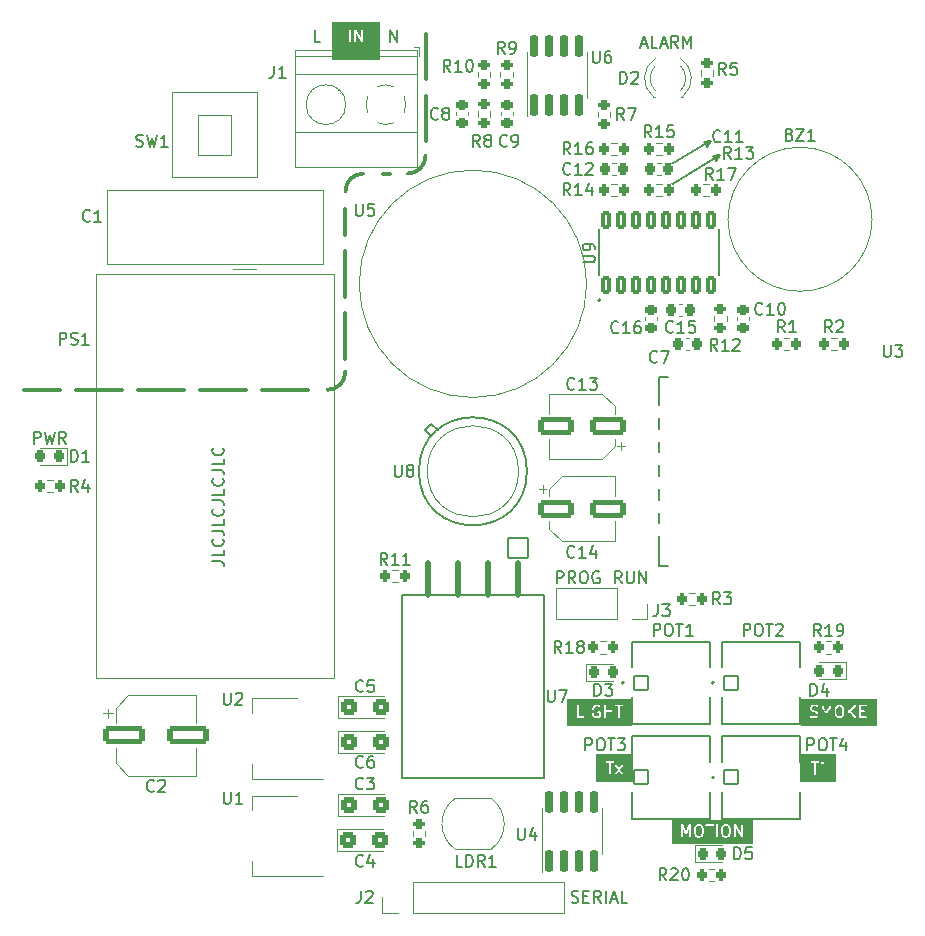
<source format=gto>
G04 #@! TF.GenerationSoftware,KiCad,Pcbnew,7.0.8*
G04 #@! TF.CreationDate,2024-06-27T14:34:40-03:00*
G04 #@! TF.ProjectId,sensor_module,73656e73-6f72-45f6-9d6f-64756c652e6b,1.0*
G04 #@! TF.SameCoordinates,Original*
G04 #@! TF.FileFunction,Legend,Top*
G04 #@! TF.FilePolarity,Positive*
%FSLAX46Y46*%
G04 Gerber Fmt 4.6, Leading zero omitted, Abs format (unit mm)*
G04 Created by KiCad (PCBNEW 7.0.8) date 2024-06-27 14:34:40*
%MOMM*%
%LPD*%
G01*
G04 APERTURE LIST*
G04 Aperture macros list*
%AMRoundRect*
0 Rectangle with rounded corners*
0 $1 Rounding radius*
0 $2 $3 $4 $5 $6 $7 $8 $9 X,Y pos of 4 corners*
0 Add a 4 corners polygon primitive as box body*
4,1,4,$2,$3,$4,$5,$6,$7,$8,$9,$2,$3,0*
0 Add four circle primitives for the rounded corners*
1,1,$1+$1,$2,$3*
1,1,$1+$1,$4,$5*
1,1,$1+$1,$6,$7*
1,1,$1+$1,$8,$9*
0 Add four rect primitives between the rounded corners*
20,1,$1+$1,$2,$3,$4,$5,0*
20,1,$1+$1,$4,$5,$6,$7,0*
20,1,$1+$1,$6,$7,$8,$9,0*
20,1,$1+$1,$8,$9,$2,$3,0*%
G04 Aperture macros list end*
%ADD10C,0.050000*%
%ADD11C,0.350000*%
%ADD12C,0.150000*%
%ADD13C,0.200000*%
%ADD14C,0.120000*%
%ADD15C,0.152400*%
%ADD16C,0.127000*%
%ADD17C,0.050800*%
%ADD18C,0.508000*%
%ADD19RoundRect,0.200000X-0.275000X0.200000X-0.275000X-0.200000X0.275000X-0.200000X0.275000X0.200000X0*%
%ADD20RoundRect,0.200000X-0.200000X-0.275000X0.200000X-0.275000X0.200000X0.275000X-0.200000X0.275000X0*%
%ADD21RoundRect,0.200000X0.200000X0.275000X-0.200000X0.275000X-0.200000X-0.275000X0.200000X-0.275000X0*%
%ADD22RoundRect,0.250000X-0.450000X-0.425000X0.450000X-0.425000X0.450000X0.425000X-0.450000X0.425000X0*%
%ADD23RoundRect,0.225000X-0.250000X0.225000X-0.250000X-0.225000X0.250000X-0.225000X0.250000X0.225000X0*%
%ADD24C,1.500000*%
%ADD25C,2.500000*%
%ADD26RoundRect,0.150000X0.150000X-0.820000X0.150000X0.820000X-0.150000X0.820000X-0.150000X-0.820000X0*%
%ADD27R,2.000000X1.500000*%
%ADD28R,2.000000X3.800000*%
%ADD29R,1.100000X2.500000*%
%ADD30R,2.500000X1.100000*%
%ADD31RoundRect,0.102000X-0.611000X-0.611000X0.611000X-0.611000X0.611000X0.611000X-0.611000X0.611000X0*%
%ADD32C,1.426000*%
%ADD33RoundRect,0.200000X0.275000X-0.200000X0.275000X0.200000X-0.275000X0.200000X-0.275000X-0.200000X0*%
%ADD34R,2.000000X2.000000*%
%ADD35C,2.000000*%
%ADD36RoundRect,0.218750X-0.218750X-0.256250X0.218750X-0.256250X0.218750X0.256250X-0.218750X0.256250X0*%
%ADD37R,2.000000X2.300000*%
%ADD38C,2.300000*%
%ADD39RoundRect,0.225000X-0.225000X-0.250000X0.225000X-0.250000X0.225000X0.250000X-0.225000X0.250000X0*%
%ADD40RoundRect,0.225000X0.250000X-0.225000X0.250000X0.225000X-0.250000X0.225000X-0.250000X-0.225000X0*%
%ADD41R,1.700000X1.700000*%
%ADD42O,1.700000X1.700000*%
%ADD43RoundRect,0.250000X1.250000X0.550000X-1.250000X0.550000X-1.250000X-0.550000X1.250000X-0.550000X0*%
%ADD44RoundRect,0.225000X0.225000X0.250000X-0.225000X0.250000X-0.225000X-0.250000X0.225000X-0.250000X0*%
%ADD45R,2.600000X2.600000*%
%ADD46C,2.600000*%
%ADD47R,1.800000X1.800000*%
%ADD48C,1.800000*%
%ADD49RoundRect,0.250000X-1.250000X-0.550000X1.250000X-0.550000X1.250000X0.550000X-1.250000X0.550000X0*%
%ADD50C,1.524800*%
%ADD51RoundRect,0.102000X-0.825500X0.825500X-0.825500X-0.825500X0.825500X-0.825500X0.825500X0.825500X0*%
%ADD52C,1.855000*%
%ADD53RoundRect,0.218750X0.218750X0.256250X-0.218750X0.256250X-0.218750X-0.256250X0.218750X-0.256250X0*%
%ADD54C,2.400000*%
%ADD55RoundRect,0.250000X-1.500000X-0.550000X1.500000X-0.550000X1.500000X0.550000X-1.500000X0.550000X0*%
%ADD56RoundRect,0.179500X0.232500X-0.577500X0.232500X0.577500X-0.232500X0.577500X-0.232500X-0.577500X0*%
%ADD57R,1.500000X1.500000*%
G04 APERTURE END LIST*
D10*
X177558700Y-134213600D02*
X180555900Y-134213600D01*
X180555900Y-134696200D01*
X177558700Y-134696200D01*
X177558700Y-134213600D01*
G36*
X177558700Y-134213600D02*
G01*
X180555900Y-134213600D01*
X180555900Y-134696200D01*
X177558700Y-134696200D01*
X177558700Y-134213600D01*
G37*
X172820000Y-137960100D02*
X173455000Y-137960100D01*
X173455000Y-139915900D01*
X172820000Y-139915900D01*
X172820000Y-137960100D01*
G36*
X172820000Y-137960100D02*
G01*
X173455000Y-137960100D01*
X173455000Y-139915900D01*
X172820000Y-139915900D01*
X172820000Y-137960100D01*
G37*
X160299400Y-132384800D02*
X160934400Y-132384800D01*
X160934400Y-134696200D01*
X160299400Y-134696200D01*
X160299400Y-132384800D01*
G36*
X160299400Y-132384800D02*
G01*
X160934400Y-132384800D01*
X160934400Y-134696200D01*
X160299400Y-134696200D01*
X160299400Y-132384800D01*
G37*
D11*
X142875000Y-83253632D02*
X142240000Y-83253632D01*
D10*
X177622200Y-127723900D02*
X178257200Y-127723900D01*
X178257200Y-129933700D01*
X177622200Y-129933700D01*
X177622200Y-127723900D01*
G36*
X177622200Y-127723900D02*
G01*
X178257200Y-127723900D01*
X178257200Y-129933700D01*
X177622200Y-129933700D01*
X177622200Y-127723900D01*
G37*
X166760500Y-139534900D02*
X173415300Y-139534900D01*
X173415300Y-139915900D01*
X166760500Y-139915900D01*
X166760500Y-139534900D01*
G36*
X166760500Y-139534900D02*
G01*
X173415300Y-139534900D01*
X173415300Y-139915900D01*
X166760500Y-139915900D01*
X166760500Y-139534900D01*
G37*
X137955100Y-72212200D02*
X141942900Y-72212200D01*
X141942900Y-73583800D01*
X137955100Y-73583800D01*
X137955100Y-72212200D01*
G36*
X137955100Y-72212200D02*
G01*
X141942900Y-72212200D01*
X141942900Y-73583800D01*
X137955100Y-73583800D01*
X137955100Y-72212200D01*
G37*
X157861000Y-127724500D02*
X163245800Y-127724500D01*
X163245800Y-128181700D01*
X157861000Y-128181700D01*
X157861000Y-127724500D01*
G36*
X157861000Y-127724500D02*
G01*
X163245800Y-127724500D01*
X163245800Y-128181700D01*
X157861000Y-128181700D01*
X157861000Y-127724500D01*
G37*
X157861000Y-127723900D02*
X158496000Y-127723900D01*
X158496000Y-129933700D01*
X157861000Y-129933700D01*
X157861000Y-127723900D01*
G36*
X157861000Y-127723900D02*
G01*
X158496000Y-127723900D01*
X158496000Y-129933700D01*
X157861000Y-129933700D01*
X157861000Y-127723900D01*
G37*
D12*
X169545000Y-80772000D02*
X166135458Y-82740500D01*
D10*
X162610800Y-127723900D02*
X163245800Y-127723900D01*
X163245800Y-129933700D01*
X162610800Y-129933700D01*
X162610800Y-127723900D01*
G36*
X162610800Y-127723900D02*
G01*
X163245800Y-127723900D01*
X163245800Y-129933700D01*
X162610800Y-129933700D01*
X162610800Y-127723900D01*
G37*
D12*
X170444786Y-82187683D02*
X170190787Y-81747743D01*
X170757727Y-81713713D01*
X170444786Y-82187683D01*
G36*
X170444786Y-82187683D02*
G01*
X170190787Y-81747743D01*
X170757727Y-81713713D01*
X170444786Y-82187683D01*
G37*
D10*
X137955100Y-70434200D02*
X139225100Y-70434200D01*
X139225100Y-73583800D01*
X137955100Y-73583800D01*
X137955100Y-70434200D01*
G36*
X137955100Y-70434200D02*
G01*
X139225100Y-70434200D01*
X139225100Y-73583800D01*
X137955100Y-73583800D01*
X137955100Y-70434200D01*
G37*
D11*
X145854369Y-80518000D02*
X145854369Y-76668000D01*
X145854369Y-75268000D02*
X145854369Y-71418000D01*
D10*
X160299400Y-134213600D02*
X163296600Y-134213600D01*
X163296600Y-134696200D01*
X160299400Y-134696200D01*
X160299400Y-134213600D01*
G36*
X160299400Y-134213600D02*
G01*
X163296600Y-134213600D01*
X163296600Y-134696200D01*
X160299400Y-134696200D01*
X160299400Y-134213600D01*
G37*
X157861000Y-129451100D02*
X163245800Y-129451100D01*
X163245800Y-129933700D01*
X157861000Y-129933700D01*
X157861000Y-129451100D01*
G36*
X157861000Y-129451100D02*
G01*
X163245800Y-129451100D01*
X163245800Y-129933700D01*
X157861000Y-129933700D01*
X157861000Y-129451100D01*
G37*
X137955100Y-70434200D02*
X141942900Y-70434200D01*
X141942900Y-70891400D01*
X137955100Y-70891400D01*
X137955100Y-70434200D01*
G36*
X137955100Y-70434200D02*
G01*
X141942900Y-70434200D01*
X141942900Y-70891400D01*
X137955100Y-70891400D01*
X137955100Y-70434200D01*
G37*
D11*
X139065000Y-98933000D02*
X139065000Y-95083000D01*
X139065000Y-93683000D02*
X139065000Y-89833000D01*
X139065000Y-88433000D02*
X139065000Y-86233000D01*
X135890000Y-101549200D02*
X132040000Y-101549200D01*
X130640000Y-101549200D02*
X126790000Y-101549200D01*
X125390000Y-101549200D02*
X121540000Y-101549200D01*
X120140000Y-101549200D02*
X116290000Y-101549200D01*
X114890000Y-101549200D02*
X111861600Y-101549200D01*
X137565000Y-101549200D02*
G75*
G03*
X139065000Y-100049200I-100J1500100D01*
G01*
D10*
X166724000Y-137960100D02*
X167359000Y-137960100D01*
X167359000Y-139915900D01*
X166724000Y-139915900D01*
X166724000Y-137960100D01*
G36*
X166724000Y-137960100D02*
G01*
X167359000Y-137960100D01*
X167359000Y-139915900D01*
X166724000Y-139915900D01*
X166724000Y-137960100D01*
G37*
X177622200Y-129451100D02*
X183921400Y-129451100D01*
X183921400Y-129933700D01*
X177622200Y-129933700D01*
X177622200Y-129451100D01*
G36*
X177622200Y-129451100D02*
G01*
X183921400Y-129451100D01*
X183921400Y-129933700D01*
X177622200Y-129933700D01*
X177622200Y-129451100D01*
G37*
X177558700Y-132384800D02*
X178396900Y-132384800D01*
X178396900Y-134696200D01*
X177558700Y-134696200D01*
X177558700Y-132384800D01*
G36*
X177558700Y-132384800D02*
G01*
X178396900Y-132384800D01*
X178396900Y-134696200D01*
X177558700Y-134696200D01*
X177558700Y-132384800D01*
G37*
X179717700Y-132384800D02*
X180555900Y-132384800D01*
X180555900Y-134696200D01*
X179717700Y-134696200D01*
X179717700Y-132384800D01*
G36*
X179717700Y-132384800D02*
G01*
X180555900Y-132384800D01*
X180555900Y-134696200D01*
X179717700Y-134696200D01*
X179717700Y-132384800D01*
G37*
X177622200Y-127724500D02*
X183921400Y-127724500D01*
X183921400Y-128181700D01*
X177622200Y-128181700D01*
X177622200Y-127724500D01*
G36*
X177622200Y-127724500D02*
G01*
X183921400Y-127724500D01*
X183921400Y-128181700D01*
X177622200Y-128181700D01*
X177622200Y-127724500D01*
G37*
X183311800Y-127723900D02*
X183946800Y-127723900D01*
X183946800Y-129933700D01*
X183311800Y-129933700D01*
X183311800Y-127723900D01*
G36*
X183311800Y-127723900D02*
G01*
X183946800Y-127723900D01*
X183946800Y-129933700D01*
X183311800Y-129933700D01*
X183311800Y-127723900D01*
G37*
D11*
X140565000Y-83253600D02*
G75*
G03*
X139065000Y-84753632I100J-1500100D01*
G01*
D12*
X169672000Y-80991970D02*
X169418001Y-80552030D01*
X169984941Y-80518000D01*
X169672000Y-80991970D01*
G36*
X169672000Y-80991970D02*
G01*
X169418001Y-80552030D01*
X169984941Y-80518000D01*
X169672000Y-80991970D01*
G37*
D10*
X177584100Y-132384800D02*
X180530500Y-132384800D01*
X180530500Y-132892800D01*
X177584100Y-132892800D01*
X177584100Y-132384800D01*
G36*
X177584100Y-132384800D02*
G01*
X180530500Y-132384800D01*
X180530500Y-132892800D01*
X177584100Y-132892800D01*
X177584100Y-132384800D01*
G37*
D12*
X170317786Y-81967713D02*
X166243000Y-84455000D01*
D10*
X166760500Y-137960700D02*
X173415300Y-137960700D01*
X173415300Y-138265500D01*
X166760500Y-138265500D01*
X166760500Y-137960700D01*
G36*
X166760500Y-137960700D02*
G01*
X173415300Y-137960700D01*
X173415300Y-138265500D01*
X166760500Y-138265500D01*
X166760500Y-137960700D01*
G37*
X140672900Y-70434200D02*
X141942900Y-70434200D01*
X141942900Y-73583800D01*
X140672900Y-73583800D01*
X140672900Y-70434200D01*
G36*
X140672900Y-70434200D02*
G01*
X141942900Y-70434200D01*
X141942900Y-73583800D01*
X140672900Y-73583800D01*
X140672900Y-70434200D01*
G37*
X162661600Y-132486400D02*
X163296600Y-132486400D01*
X163296600Y-134696200D01*
X162661600Y-134696200D01*
X162661600Y-132486400D01*
G36*
X162661600Y-132486400D02*
G01*
X163296600Y-132486400D01*
X163296600Y-134696200D01*
X162661600Y-134696200D01*
X162661600Y-132486400D01*
G37*
X160324800Y-132384800D02*
X163322000Y-132384800D01*
X163322000Y-132892800D01*
X160324800Y-132892800D01*
X160324800Y-132384800D01*
G36*
X160324800Y-132384800D02*
G01*
X163322000Y-132384800D01*
X163322000Y-132892800D01*
X160324800Y-132892800D01*
X160324800Y-132384800D01*
G37*
D11*
X144354369Y-83253569D02*
G75*
G03*
X145854369Y-81753632I-69J1500069D01*
G01*
D13*
X127772219Y-116057612D02*
X128486504Y-116057612D01*
X128486504Y-116057612D02*
X128629361Y-116105231D01*
X128629361Y-116105231D02*
X128724600Y-116200469D01*
X128724600Y-116200469D02*
X128772219Y-116343326D01*
X128772219Y-116343326D02*
X128772219Y-116438564D01*
X128772219Y-115105231D02*
X128772219Y-115581421D01*
X128772219Y-115581421D02*
X127772219Y-115581421D01*
X128676980Y-114200469D02*
X128724600Y-114248088D01*
X128724600Y-114248088D02*
X128772219Y-114390945D01*
X128772219Y-114390945D02*
X128772219Y-114486183D01*
X128772219Y-114486183D02*
X128724600Y-114629040D01*
X128724600Y-114629040D02*
X128629361Y-114724278D01*
X128629361Y-114724278D02*
X128534123Y-114771897D01*
X128534123Y-114771897D02*
X128343647Y-114819516D01*
X128343647Y-114819516D02*
X128200790Y-114819516D01*
X128200790Y-114819516D02*
X128010314Y-114771897D01*
X128010314Y-114771897D02*
X127915076Y-114724278D01*
X127915076Y-114724278D02*
X127819838Y-114629040D01*
X127819838Y-114629040D02*
X127772219Y-114486183D01*
X127772219Y-114486183D02*
X127772219Y-114390945D01*
X127772219Y-114390945D02*
X127819838Y-114248088D01*
X127819838Y-114248088D02*
X127867457Y-114200469D01*
X127772219Y-113486183D02*
X128486504Y-113486183D01*
X128486504Y-113486183D02*
X128629361Y-113533802D01*
X128629361Y-113533802D02*
X128724600Y-113629040D01*
X128724600Y-113629040D02*
X128772219Y-113771897D01*
X128772219Y-113771897D02*
X128772219Y-113867135D01*
X128772219Y-112533802D02*
X128772219Y-113009992D01*
X128772219Y-113009992D02*
X127772219Y-113009992D01*
X128676980Y-111629040D02*
X128724600Y-111676659D01*
X128724600Y-111676659D02*
X128772219Y-111819516D01*
X128772219Y-111819516D02*
X128772219Y-111914754D01*
X128772219Y-111914754D02*
X128724600Y-112057611D01*
X128724600Y-112057611D02*
X128629361Y-112152849D01*
X128629361Y-112152849D02*
X128534123Y-112200468D01*
X128534123Y-112200468D02*
X128343647Y-112248087D01*
X128343647Y-112248087D02*
X128200790Y-112248087D01*
X128200790Y-112248087D02*
X128010314Y-112200468D01*
X128010314Y-112200468D02*
X127915076Y-112152849D01*
X127915076Y-112152849D02*
X127819838Y-112057611D01*
X127819838Y-112057611D02*
X127772219Y-111914754D01*
X127772219Y-111914754D02*
X127772219Y-111819516D01*
X127772219Y-111819516D02*
X127819838Y-111676659D01*
X127819838Y-111676659D02*
X127867457Y-111629040D01*
X127772219Y-110914754D02*
X128486504Y-110914754D01*
X128486504Y-110914754D02*
X128629361Y-110962373D01*
X128629361Y-110962373D02*
X128724600Y-111057611D01*
X128724600Y-111057611D02*
X128772219Y-111200468D01*
X128772219Y-111200468D02*
X128772219Y-111295706D01*
X128772219Y-109962373D02*
X128772219Y-110438563D01*
X128772219Y-110438563D02*
X127772219Y-110438563D01*
X128676980Y-109057611D02*
X128724600Y-109105230D01*
X128724600Y-109105230D02*
X128772219Y-109248087D01*
X128772219Y-109248087D02*
X128772219Y-109343325D01*
X128772219Y-109343325D02*
X128724600Y-109486182D01*
X128724600Y-109486182D02*
X128629361Y-109581420D01*
X128629361Y-109581420D02*
X128534123Y-109629039D01*
X128534123Y-109629039D02*
X128343647Y-109676658D01*
X128343647Y-109676658D02*
X128200790Y-109676658D01*
X128200790Y-109676658D02*
X128010314Y-109629039D01*
X128010314Y-109629039D02*
X127915076Y-109581420D01*
X127915076Y-109581420D02*
X127819838Y-109486182D01*
X127819838Y-109486182D02*
X127772219Y-109343325D01*
X127772219Y-109343325D02*
X127772219Y-109248087D01*
X127772219Y-109248087D02*
X127819838Y-109105230D01*
X127819838Y-109105230D02*
X127867457Y-109057611D01*
X127772219Y-108343325D02*
X128486504Y-108343325D01*
X128486504Y-108343325D02*
X128629361Y-108390944D01*
X128629361Y-108390944D02*
X128724600Y-108486182D01*
X128724600Y-108486182D02*
X128772219Y-108629039D01*
X128772219Y-108629039D02*
X128772219Y-108724277D01*
X128772219Y-107390944D02*
X128772219Y-107867134D01*
X128772219Y-107867134D02*
X127772219Y-107867134D01*
X128676980Y-106486182D02*
X128724600Y-106533801D01*
X128724600Y-106533801D02*
X128772219Y-106676658D01*
X128772219Y-106676658D02*
X128772219Y-106771896D01*
X128772219Y-106771896D02*
X128724600Y-106914753D01*
X128724600Y-106914753D02*
X128629361Y-107009991D01*
X128629361Y-107009991D02*
X128534123Y-107057610D01*
X128534123Y-107057610D02*
X128343647Y-107105229D01*
X128343647Y-107105229D02*
X128200790Y-107105229D01*
X128200790Y-107105229D02*
X128010314Y-107057610D01*
X128010314Y-107057610D02*
X127915076Y-107009991D01*
X127915076Y-107009991D02*
X127819838Y-106914753D01*
X127819838Y-106914753D02*
X127772219Y-106771896D01*
X127772219Y-106771896D02*
X127772219Y-106676658D01*
X127772219Y-106676658D02*
X127819838Y-106533801D01*
X127819838Y-106533801D02*
X127867457Y-106486182D01*
D12*
X171283333Y-74876819D02*
X170950000Y-74400628D01*
X170711905Y-74876819D02*
X170711905Y-73876819D01*
X170711905Y-73876819D02*
X171092857Y-73876819D01*
X171092857Y-73876819D02*
X171188095Y-73924438D01*
X171188095Y-73924438D02*
X171235714Y-73972057D01*
X171235714Y-73972057D02*
X171283333Y-74067295D01*
X171283333Y-74067295D02*
X171283333Y-74210152D01*
X171283333Y-74210152D02*
X171235714Y-74305390D01*
X171235714Y-74305390D02*
X171188095Y-74353009D01*
X171188095Y-74353009D02*
X171092857Y-74400628D01*
X171092857Y-74400628D02*
X170711905Y-74400628D01*
X172188095Y-73876819D02*
X171711905Y-73876819D01*
X171711905Y-73876819D02*
X171664286Y-74353009D01*
X171664286Y-74353009D02*
X171711905Y-74305390D01*
X171711905Y-74305390D02*
X171807143Y-74257771D01*
X171807143Y-74257771D02*
X172045238Y-74257771D01*
X172045238Y-74257771D02*
X172140476Y-74305390D01*
X172140476Y-74305390D02*
X172188095Y-74353009D01*
X172188095Y-74353009D02*
X172235714Y-74448247D01*
X172235714Y-74448247D02*
X172235714Y-74686342D01*
X172235714Y-74686342D02*
X172188095Y-74781580D01*
X172188095Y-74781580D02*
X172140476Y-74829200D01*
X172140476Y-74829200D02*
X172045238Y-74876819D01*
X172045238Y-74876819D02*
X171807143Y-74876819D01*
X171807143Y-74876819D02*
X171711905Y-74829200D01*
X171711905Y-74829200D02*
X171664286Y-74781580D01*
X164965142Y-80177819D02*
X164631809Y-79701628D01*
X164393714Y-80177819D02*
X164393714Y-79177819D01*
X164393714Y-79177819D02*
X164774666Y-79177819D01*
X164774666Y-79177819D02*
X164869904Y-79225438D01*
X164869904Y-79225438D02*
X164917523Y-79273057D01*
X164917523Y-79273057D02*
X164965142Y-79368295D01*
X164965142Y-79368295D02*
X164965142Y-79511152D01*
X164965142Y-79511152D02*
X164917523Y-79606390D01*
X164917523Y-79606390D02*
X164869904Y-79654009D01*
X164869904Y-79654009D02*
X164774666Y-79701628D01*
X164774666Y-79701628D02*
X164393714Y-79701628D01*
X165917523Y-80177819D02*
X165346095Y-80177819D01*
X165631809Y-80177819D02*
X165631809Y-79177819D01*
X165631809Y-79177819D02*
X165536571Y-79320676D01*
X165536571Y-79320676D02*
X165441333Y-79415914D01*
X165441333Y-79415914D02*
X165346095Y-79463533D01*
X166822285Y-79177819D02*
X166346095Y-79177819D01*
X166346095Y-79177819D02*
X166298476Y-79654009D01*
X166298476Y-79654009D02*
X166346095Y-79606390D01*
X166346095Y-79606390D02*
X166441333Y-79558771D01*
X166441333Y-79558771D02*
X166679428Y-79558771D01*
X166679428Y-79558771D02*
X166774666Y-79606390D01*
X166774666Y-79606390D02*
X166822285Y-79654009D01*
X166822285Y-79654009D02*
X166869904Y-79749247D01*
X166869904Y-79749247D02*
X166869904Y-79987342D01*
X166869904Y-79987342D02*
X166822285Y-80082580D01*
X166822285Y-80082580D02*
X166774666Y-80130200D01*
X166774666Y-80130200D02*
X166679428Y-80177819D01*
X166679428Y-80177819D02*
X166441333Y-80177819D01*
X166441333Y-80177819D02*
X166346095Y-80130200D01*
X166346095Y-80130200D02*
X166298476Y-80082580D01*
X157345142Y-123829819D02*
X157011809Y-123353628D01*
X156773714Y-123829819D02*
X156773714Y-122829819D01*
X156773714Y-122829819D02*
X157154666Y-122829819D01*
X157154666Y-122829819D02*
X157249904Y-122877438D01*
X157249904Y-122877438D02*
X157297523Y-122925057D01*
X157297523Y-122925057D02*
X157345142Y-123020295D01*
X157345142Y-123020295D02*
X157345142Y-123163152D01*
X157345142Y-123163152D02*
X157297523Y-123258390D01*
X157297523Y-123258390D02*
X157249904Y-123306009D01*
X157249904Y-123306009D02*
X157154666Y-123353628D01*
X157154666Y-123353628D02*
X156773714Y-123353628D01*
X158297523Y-123829819D02*
X157726095Y-123829819D01*
X158011809Y-123829819D02*
X158011809Y-122829819D01*
X158011809Y-122829819D02*
X157916571Y-122972676D01*
X157916571Y-122972676D02*
X157821333Y-123067914D01*
X157821333Y-123067914D02*
X157726095Y-123115533D01*
X158868952Y-123258390D02*
X158773714Y-123210771D01*
X158773714Y-123210771D02*
X158726095Y-123163152D01*
X158726095Y-123163152D02*
X158678476Y-123067914D01*
X158678476Y-123067914D02*
X158678476Y-123020295D01*
X158678476Y-123020295D02*
X158726095Y-122925057D01*
X158726095Y-122925057D02*
X158773714Y-122877438D01*
X158773714Y-122877438D02*
X158868952Y-122829819D01*
X158868952Y-122829819D02*
X159059428Y-122829819D01*
X159059428Y-122829819D02*
X159154666Y-122877438D01*
X159154666Y-122877438D02*
X159202285Y-122925057D01*
X159202285Y-122925057D02*
X159249904Y-123020295D01*
X159249904Y-123020295D02*
X159249904Y-123067914D01*
X159249904Y-123067914D02*
X159202285Y-123163152D01*
X159202285Y-123163152D02*
X159154666Y-123210771D01*
X159154666Y-123210771D02*
X159059428Y-123258390D01*
X159059428Y-123258390D02*
X158868952Y-123258390D01*
X158868952Y-123258390D02*
X158773714Y-123306009D01*
X158773714Y-123306009D02*
X158726095Y-123353628D01*
X158726095Y-123353628D02*
X158678476Y-123448866D01*
X158678476Y-123448866D02*
X158678476Y-123639342D01*
X158678476Y-123639342D02*
X158726095Y-123734580D01*
X158726095Y-123734580D02*
X158773714Y-123782200D01*
X158773714Y-123782200D02*
X158868952Y-123829819D01*
X158868952Y-123829819D02*
X159059428Y-123829819D01*
X159059428Y-123829819D02*
X159154666Y-123782200D01*
X159154666Y-123782200D02*
X159202285Y-123734580D01*
X159202285Y-123734580D02*
X159249904Y-123639342D01*
X159249904Y-123639342D02*
X159249904Y-123448866D01*
X159249904Y-123448866D02*
X159202285Y-123353628D01*
X159202285Y-123353628D02*
X159154666Y-123306009D01*
X159154666Y-123306009D02*
X159059428Y-123258390D01*
X140549332Y-141837580D02*
X140501713Y-141885200D01*
X140501713Y-141885200D02*
X140358856Y-141932819D01*
X140358856Y-141932819D02*
X140263618Y-141932819D01*
X140263618Y-141932819D02*
X140120761Y-141885200D01*
X140120761Y-141885200D02*
X140025523Y-141789961D01*
X140025523Y-141789961D02*
X139977904Y-141694723D01*
X139977904Y-141694723D02*
X139930285Y-141504247D01*
X139930285Y-141504247D02*
X139930285Y-141361390D01*
X139930285Y-141361390D02*
X139977904Y-141170914D01*
X139977904Y-141170914D02*
X140025523Y-141075676D01*
X140025523Y-141075676D02*
X140120761Y-140980438D01*
X140120761Y-140980438D02*
X140263618Y-140932819D01*
X140263618Y-140932819D02*
X140358856Y-140932819D01*
X140358856Y-140932819D02*
X140501713Y-140980438D01*
X140501713Y-140980438D02*
X140549332Y-141028057D01*
X141406475Y-141266152D02*
X141406475Y-141932819D01*
X141168380Y-140885200D02*
X140930285Y-141599485D01*
X140930285Y-141599485D02*
X141549332Y-141599485D01*
X174363142Y-95101580D02*
X174315523Y-95149200D01*
X174315523Y-95149200D02*
X174172666Y-95196819D01*
X174172666Y-95196819D02*
X174077428Y-95196819D01*
X174077428Y-95196819D02*
X173934571Y-95149200D01*
X173934571Y-95149200D02*
X173839333Y-95053961D01*
X173839333Y-95053961D02*
X173791714Y-94958723D01*
X173791714Y-94958723D02*
X173744095Y-94768247D01*
X173744095Y-94768247D02*
X173744095Y-94625390D01*
X173744095Y-94625390D02*
X173791714Y-94434914D01*
X173791714Y-94434914D02*
X173839333Y-94339676D01*
X173839333Y-94339676D02*
X173934571Y-94244438D01*
X173934571Y-94244438D02*
X174077428Y-94196819D01*
X174077428Y-94196819D02*
X174172666Y-94196819D01*
X174172666Y-94196819D02*
X174315523Y-94244438D01*
X174315523Y-94244438D02*
X174363142Y-94292057D01*
X175315523Y-95196819D02*
X174744095Y-95196819D01*
X175029809Y-95196819D02*
X175029809Y-94196819D01*
X175029809Y-94196819D02*
X174934571Y-94339676D01*
X174934571Y-94339676D02*
X174839333Y-94434914D01*
X174839333Y-94434914D02*
X174744095Y-94482533D01*
X175934571Y-94196819D02*
X176029809Y-94196819D01*
X176029809Y-94196819D02*
X176125047Y-94244438D01*
X176125047Y-94244438D02*
X176172666Y-94292057D01*
X176172666Y-94292057D02*
X176220285Y-94387295D01*
X176220285Y-94387295D02*
X176267904Y-94577771D01*
X176267904Y-94577771D02*
X176267904Y-94815866D01*
X176267904Y-94815866D02*
X176220285Y-95006342D01*
X176220285Y-95006342D02*
X176172666Y-95101580D01*
X176172666Y-95101580D02*
X176125047Y-95149200D01*
X176125047Y-95149200D02*
X176029809Y-95196819D01*
X176029809Y-95196819D02*
X175934571Y-95196819D01*
X175934571Y-95196819D02*
X175839333Y-95149200D01*
X175839333Y-95149200D02*
X175791714Y-95101580D01*
X175791714Y-95101580D02*
X175744095Y-95006342D01*
X175744095Y-95006342D02*
X175696476Y-94815866D01*
X175696476Y-94815866D02*
X175696476Y-94577771D01*
X175696476Y-94577771D02*
X175744095Y-94387295D01*
X175744095Y-94387295D02*
X175791714Y-94292057D01*
X175791714Y-94292057D02*
X175839333Y-94244438D01*
X175839333Y-94244438D02*
X175934571Y-94196819D01*
X148947333Y-141932819D02*
X148471143Y-141932819D01*
X148471143Y-141932819D02*
X148471143Y-140932819D01*
X149280667Y-141932819D02*
X149280667Y-140932819D01*
X149280667Y-140932819D02*
X149518762Y-140932819D01*
X149518762Y-140932819D02*
X149661619Y-140980438D01*
X149661619Y-140980438D02*
X149756857Y-141075676D01*
X149756857Y-141075676D02*
X149804476Y-141170914D01*
X149804476Y-141170914D02*
X149852095Y-141361390D01*
X149852095Y-141361390D02*
X149852095Y-141504247D01*
X149852095Y-141504247D02*
X149804476Y-141694723D01*
X149804476Y-141694723D02*
X149756857Y-141789961D01*
X149756857Y-141789961D02*
X149661619Y-141885200D01*
X149661619Y-141885200D02*
X149518762Y-141932819D01*
X149518762Y-141932819D02*
X149280667Y-141932819D01*
X150852095Y-141932819D02*
X150518762Y-141456628D01*
X150280667Y-141932819D02*
X150280667Y-140932819D01*
X150280667Y-140932819D02*
X150661619Y-140932819D01*
X150661619Y-140932819D02*
X150756857Y-140980438D01*
X150756857Y-140980438D02*
X150804476Y-141028057D01*
X150804476Y-141028057D02*
X150852095Y-141123295D01*
X150852095Y-141123295D02*
X150852095Y-141266152D01*
X150852095Y-141266152D02*
X150804476Y-141361390D01*
X150804476Y-141361390D02*
X150756857Y-141409009D01*
X150756857Y-141409009D02*
X150661619Y-141456628D01*
X150661619Y-141456628D02*
X150280667Y-141456628D01*
X151804476Y-141932819D02*
X151233048Y-141932819D01*
X151518762Y-141932819D02*
X151518762Y-140932819D01*
X151518762Y-140932819D02*
X151423524Y-141075676D01*
X151423524Y-141075676D02*
X151328286Y-141170914D01*
X151328286Y-141170914D02*
X151233048Y-141218533D01*
X160020095Y-72860819D02*
X160020095Y-73670342D01*
X160020095Y-73670342D02*
X160067714Y-73765580D01*
X160067714Y-73765580D02*
X160115333Y-73813200D01*
X160115333Y-73813200D02*
X160210571Y-73860819D01*
X160210571Y-73860819D02*
X160401047Y-73860819D01*
X160401047Y-73860819D02*
X160496285Y-73813200D01*
X160496285Y-73813200D02*
X160543904Y-73765580D01*
X160543904Y-73765580D02*
X160591523Y-73670342D01*
X160591523Y-73670342D02*
X160591523Y-72860819D01*
X161496285Y-72860819D02*
X161305809Y-72860819D01*
X161305809Y-72860819D02*
X161210571Y-72908438D01*
X161210571Y-72908438D02*
X161162952Y-72956057D01*
X161162952Y-72956057D02*
X161067714Y-73098914D01*
X161067714Y-73098914D02*
X161020095Y-73289390D01*
X161020095Y-73289390D02*
X161020095Y-73670342D01*
X161020095Y-73670342D02*
X161067714Y-73765580D01*
X161067714Y-73765580D02*
X161115333Y-73813200D01*
X161115333Y-73813200D02*
X161210571Y-73860819D01*
X161210571Y-73860819D02*
X161401047Y-73860819D01*
X161401047Y-73860819D02*
X161496285Y-73813200D01*
X161496285Y-73813200D02*
X161543904Y-73765580D01*
X161543904Y-73765580D02*
X161591523Y-73670342D01*
X161591523Y-73670342D02*
X161591523Y-73432247D01*
X161591523Y-73432247D02*
X161543904Y-73337009D01*
X161543904Y-73337009D02*
X161496285Y-73289390D01*
X161496285Y-73289390D02*
X161401047Y-73241771D01*
X161401047Y-73241771D02*
X161210571Y-73241771D01*
X161210571Y-73241771D02*
X161115333Y-73289390D01*
X161115333Y-73289390D02*
X161067714Y-73337009D01*
X161067714Y-73337009D02*
X161020095Y-73432247D01*
X128778095Y-127216819D02*
X128778095Y-128026342D01*
X128778095Y-128026342D02*
X128825714Y-128121580D01*
X128825714Y-128121580D02*
X128873333Y-128169200D01*
X128873333Y-128169200D02*
X128968571Y-128216819D01*
X128968571Y-128216819D02*
X129159047Y-128216819D01*
X129159047Y-128216819D02*
X129254285Y-128169200D01*
X129254285Y-128169200D02*
X129301904Y-128121580D01*
X129301904Y-128121580D02*
X129349523Y-128026342D01*
X129349523Y-128026342D02*
X129349523Y-127216819D01*
X129778095Y-127312057D02*
X129825714Y-127264438D01*
X129825714Y-127264438D02*
X129920952Y-127216819D01*
X129920952Y-127216819D02*
X130159047Y-127216819D01*
X130159047Y-127216819D02*
X130254285Y-127264438D01*
X130254285Y-127264438D02*
X130301904Y-127312057D01*
X130301904Y-127312057D02*
X130349523Y-127407295D01*
X130349523Y-127407295D02*
X130349523Y-127502533D01*
X130349523Y-127502533D02*
X130301904Y-127645390D01*
X130301904Y-127645390D02*
X129730476Y-128216819D01*
X129730476Y-128216819D02*
X130349523Y-128216819D01*
X184658095Y-97752819D02*
X184658095Y-98562342D01*
X184658095Y-98562342D02*
X184705714Y-98657580D01*
X184705714Y-98657580D02*
X184753333Y-98705200D01*
X184753333Y-98705200D02*
X184848571Y-98752819D01*
X184848571Y-98752819D02*
X185039047Y-98752819D01*
X185039047Y-98752819D02*
X185134285Y-98705200D01*
X185134285Y-98705200D02*
X185181904Y-98657580D01*
X185181904Y-98657580D02*
X185229523Y-98562342D01*
X185229523Y-98562342D02*
X185229523Y-97752819D01*
X185610476Y-97752819D02*
X186229523Y-97752819D01*
X186229523Y-97752819D02*
X185896190Y-98133771D01*
X185896190Y-98133771D02*
X186039047Y-98133771D01*
X186039047Y-98133771D02*
X186134285Y-98181390D01*
X186134285Y-98181390D02*
X186181904Y-98229009D01*
X186181904Y-98229009D02*
X186229523Y-98324247D01*
X186229523Y-98324247D02*
X186229523Y-98562342D01*
X186229523Y-98562342D02*
X186181904Y-98657580D01*
X186181904Y-98657580D02*
X186134285Y-98705200D01*
X186134285Y-98705200D02*
X186039047Y-98752819D01*
X186039047Y-98752819D02*
X185753333Y-98752819D01*
X185753333Y-98752819D02*
X185658095Y-98705200D01*
X185658095Y-98705200D02*
X185610476Y-98657580D01*
X172772085Y-122376094D02*
X172772085Y-121373338D01*
X172772085Y-121373338D02*
X173154087Y-121373338D01*
X173154087Y-121373338D02*
X173249588Y-121421088D01*
X173249588Y-121421088D02*
X173297338Y-121468838D01*
X173297338Y-121468838D02*
X173345088Y-121564339D01*
X173345088Y-121564339D02*
X173345088Y-121707590D01*
X173345088Y-121707590D02*
X173297338Y-121803090D01*
X173297338Y-121803090D02*
X173249588Y-121850841D01*
X173249588Y-121850841D02*
X173154087Y-121898591D01*
X173154087Y-121898591D02*
X172772085Y-121898591D01*
X173965842Y-121373338D02*
X174156843Y-121373338D01*
X174156843Y-121373338D02*
X174252344Y-121421088D01*
X174252344Y-121421088D02*
X174347844Y-121516589D01*
X174347844Y-121516589D02*
X174395595Y-121707590D01*
X174395595Y-121707590D02*
X174395595Y-122041842D01*
X174395595Y-122041842D02*
X174347844Y-122232843D01*
X174347844Y-122232843D02*
X174252344Y-122328344D01*
X174252344Y-122328344D02*
X174156843Y-122376094D01*
X174156843Y-122376094D02*
X173965842Y-122376094D01*
X173965842Y-122376094D02*
X173870342Y-122328344D01*
X173870342Y-122328344D02*
X173774841Y-122232843D01*
X173774841Y-122232843D02*
X173727091Y-122041842D01*
X173727091Y-122041842D02*
X173727091Y-121707590D01*
X173727091Y-121707590D02*
X173774841Y-121516589D01*
X173774841Y-121516589D02*
X173870342Y-121421088D01*
X173870342Y-121421088D02*
X173965842Y-121373338D01*
X174682096Y-121373338D02*
X175255100Y-121373338D01*
X174968598Y-122376094D02*
X174968598Y-121373338D01*
X175541602Y-121468838D02*
X175589352Y-121421088D01*
X175589352Y-121421088D02*
X175684853Y-121373338D01*
X175684853Y-121373338D02*
X175923604Y-121373338D01*
X175923604Y-121373338D02*
X176019105Y-121421088D01*
X176019105Y-121421088D02*
X176066855Y-121468838D01*
X176066855Y-121468838D02*
X176114605Y-121564339D01*
X176114605Y-121564339D02*
X176114605Y-121659840D01*
X176114605Y-121659840D02*
X176066855Y-121803090D01*
X176066855Y-121803090D02*
X175493851Y-122376094D01*
X175493851Y-122376094D02*
X176114605Y-122376094D01*
G36*
X181038487Y-128392877D02*
G01*
X181110429Y-128464819D01*
X181150771Y-128626186D01*
X181150771Y-128941051D01*
X181110429Y-129102417D01*
X181038486Y-129174361D01*
X180969971Y-129208619D01*
X180814905Y-129208619D01*
X180746389Y-129174361D01*
X180674446Y-129102417D01*
X180634105Y-128941051D01*
X180634105Y-128626186D01*
X180674446Y-128464819D01*
X180746389Y-128392877D01*
X180814905Y-128358619D01*
X180969971Y-128358619D01*
X181038487Y-128392877D01*
G37*
G36*
X183347251Y-129501476D02*
G01*
X178246010Y-129501476D01*
X178246010Y-128569333D01*
X178388867Y-128569333D01*
X178390400Y-128573546D01*
X178389359Y-128577907D01*
X178396785Y-128602874D01*
X178444404Y-128698112D01*
X178445593Y-128699237D01*
X178458453Y-128717604D01*
X178506072Y-128765223D01*
X178507553Y-128765914D01*
X178525564Y-128779272D01*
X178620802Y-128826891D01*
X178624330Y-128827297D01*
X178636153Y-128832570D01*
X178818643Y-128878192D01*
X178895630Y-128916686D01*
X178926037Y-128947093D01*
X178960295Y-129015609D01*
X178960295Y-129075437D01*
X178926036Y-129143953D01*
X178895629Y-129174361D01*
X178827114Y-129208619D01*
X178618894Y-129208619D01*
X178487584Y-129164849D01*
X178436300Y-129166250D01*
X178397915Y-129200287D01*
X178390390Y-129251036D01*
X178417245Y-129294748D01*
X178440150Y-129307151D01*
X178583006Y-129354770D01*
X178584641Y-129354725D01*
X178606724Y-129358619D01*
X178844819Y-129358619D01*
X178849032Y-129357085D01*
X178853393Y-129358127D01*
X178878360Y-129350701D01*
X178973598Y-129303082D01*
X178974722Y-129301894D01*
X178993091Y-129289032D01*
X178998504Y-129283619D01*
X179388867Y-129283619D01*
X179406414Y-129331828D01*
X179450843Y-129357480D01*
X179501367Y-129348571D01*
X179534344Y-129309271D01*
X179538867Y-129283619D01*
X179538867Y-128621686D01*
X179729236Y-129029621D01*
X179743002Y-129043379D01*
X179754163Y-129059328D01*
X179760722Y-129061087D01*
X179765524Y-129065886D01*
X179784913Y-129067577D01*
X179803715Y-129072621D01*
X179809868Y-129069753D01*
X179816633Y-129070344D01*
X179832575Y-129059172D01*
X179850217Y-129050953D01*
X179855916Y-129042818D01*
X179858649Y-129040904D01*
X179859508Y-129037691D01*
X179865164Y-129029620D01*
X180055533Y-128621686D01*
X180055533Y-129283619D01*
X180073080Y-129331828D01*
X180117509Y-129357480D01*
X180168033Y-129348571D01*
X180201010Y-129309271D01*
X180205533Y-129283619D01*
X180205533Y-128950285D01*
X180484105Y-128950285D01*
X180485290Y-128953542D01*
X180486344Y-128968475D01*
X180533963Y-129158951D01*
X180538105Y-129165083D01*
X180538750Y-129172457D01*
X180553691Y-129193794D01*
X180648929Y-129289033D01*
X180650411Y-129289724D01*
X180668421Y-129303082D01*
X180763659Y-129350701D01*
X180768112Y-129351213D01*
X180771548Y-129354096D01*
X180797200Y-129358619D01*
X180987676Y-129358619D01*
X180991889Y-129357085D01*
X180996250Y-129358127D01*
X181021217Y-129350701D01*
X181116455Y-129303082D01*
X181117580Y-129301892D01*
X181135947Y-129289033D01*
X181141361Y-129283619D01*
X181579343Y-129283619D01*
X181596890Y-129331828D01*
X181641319Y-129357480D01*
X181691843Y-129348571D01*
X181724820Y-129309271D01*
X181729343Y-129283619D01*
X181729343Y-128886113D01*
X181789085Y-128826370D01*
X182165771Y-129328619D01*
X182208734Y-129356658D01*
X182259668Y-129350522D01*
X182294742Y-129313081D01*
X182296354Y-129283619D01*
X182579343Y-129283619D01*
X182586006Y-129301927D01*
X182589391Y-129321119D01*
X182594575Y-129325469D01*
X182596890Y-129331828D01*
X182613763Y-129341570D01*
X182628691Y-129354096D01*
X182638433Y-129355813D01*
X182641319Y-129357480D01*
X182644601Y-129356901D01*
X182654343Y-129358619D01*
X183130533Y-129358619D01*
X183178742Y-129341072D01*
X183204394Y-129296643D01*
X183195485Y-129246119D01*
X183156185Y-129213142D01*
X183130533Y-129208619D01*
X182729343Y-129208619D01*
X182729343Y-128834809D01*
X182987676Y-128834809D01*
X183035885Y-128817262D01*
X183061537Y-128772833D01*
X183052628Y-128722309D01*
X183013328Y-128689332D01*
X182987676Y-128684809D01*
X182729343Y-128684809D01*
X182729343Y-128358619D01*
X183130533Y-128358619D01*
X183178742Y-128341072D01*
X183204394Y-128296643D01*
X183195485Y-128246119D01*
X183156185Y-128213142D01*
X183130533Y-128208619D01*
X182654343Y-128208619D01*
X182636034Y-128215282D01*
X182616843Y-128218667D01*
X182612492Y-128223851D01*
X182606134Y-128226166D01*
X182596391Y-128243039D01*
X182583866Y-128257967D01*
X182582148Y-128267709D01*
X182580482Y-128270595D01*
X182581060Y-128273877D01*
X182579343Y-128283619D01*
X182579343Y-129283619D01*
X182296354Y-129283619D01*
X182297544Y-129261855D01*
X182285771Y-129238619D01*
X181896228Y-128719227D01*
X182278804Y-128336652D01*
X182300485Y-128290156D01*
X182287208Y-128240601D01*
X182245182Y-128211175D01*
X182194075Y-128215646D01*
X182172738Y-128230586D01*
X181729343Y-128673981D01*
X181729343Y-128283619D01*
X181711796Y-128235410D01*
X181667367Y-128209758D01*
X181616843Y-128218667D01*
X181583866Y-128257967D01*
X181579343Y-128283619D01*
X181579343Y-129283619D01*
X181141361Y-129283619D01*
X181231186Y-129193793D01*
X181234313Y-129187085D01*
X181240303Y-129182740D01*
X181250913Y-129158951D01*
X181298532Y-128968475D01*
X181298171Y-128965026D01*
X181300771Y-128950285D01*
X181300771Y-128616952D01*
X181299585Y-128613694D01*
X181298532Y-128598762D01*
X181250913Y-128408286D01*
X181246771Y-128402153D01*
X181246126Y-128394780D01*
X181231185Y-128373443D01*
X181135947Y-128278205D01*
X181134465Y-128277514D01*
X181116455Y-128264156D01*
X181021217Y-128216537D01*
X181016763Y-128216024D01*
X181013328Y-128213142D01*
X180987676Y-128208619D01*
X180797200Y-128208619D01*
X180792986Y-128210152D01*
X180788625Y-128209111D01*
X180763659Y-128216537D01*
X180668421Y-128264156D01*
X180667297Y-128265342D01*
X180648929Y-128278205D01*
X180553691Y-128373443D01*
X180550563Y-128380150D01*
X180544573Y-128384497D01*
X180533963Y-128408286D01*
X180486344Y-128598762D01*
X180486704Y-128602210D01*
X180484105Y-128616952D01*
X180484105Y-128950285D01*
X180205533Y-128950285D01*
X180205533Y-128283619D01*
X180202107Y-128274206D01*
X180202983Y-128264229D01*
X180193589Y-128250804D01*
X180187986Y-128235410D01*
X180179313Y-128230402D01*
X180173570Y-128222195D01*
X180157744Y-128217949D01*
X180143557Y-128209758D01*
X180133693Y-128211497D01*
X180124019Y-128208902D01*
X180109167Y-128215821D01*
X180093033Y-128218667D01*
X180086594Y-128226339D01*
X180077516Y-128230570D01*
X180062569Y-128251902D01*
X179797199Y-128820550D01*
X179531831Y-128251903D01*
X179524745Y-128244822D01*
X179521320Y-128235410D01*
X179507130Y-128227217D01*
X179495543Y-128215637D01*
X179485566Y-128214766D01*
X179476891Y-128209758D01*
X179460755Y-128212603D01*
X179444434Y-128211180D01*
X179436230Y-128216927D01*
X179426367Y-128218667D01*
X179415835Y-128231217D01*
X179402418Y-128240619D01*
X179399828Y-128250293D01*
X179393390Y-128257967D01*
X179388867Y-128283619D01*
X179388867Y-129283619D01*
X178998504Y-129283619D01*
X179040709Y-129241413D01*
X179041399Y-129239931D01*
X179054758Y-129221921D01*
X179102377Y-129126683D01*
X179102889Y-129122229D01*
X179105772Y-129118794D01*
X179110295Y-129093142D01*
X179110295Y-128997904D01*
X179108761Y-128993690D01*
X179109803Y-128989329D01*
X179102377Y-128964363D01*
X179054758Y-128869125D01*
X179053568Y-128867999D01*
X179040709Y-128849633D01*
X178993090Y-128802014D01*
X178991608Y-128801323D01*
X178973598Y-128787965D01*
X178878360Y-128740346D01*
X178874831Y-128739939D01*
X178863009Y-128734667D01*
X178680519Y-128689044D01*
X178603532Y-128650551D01*
X178573125Y-128620144D01*
X178538867Y-128551628D01*
X178538867Y-128491800D01*
X178573125Y-128423284D01*
X178603532Y-128392877D01*
X178672048Y-128358619D01*
X178880268Y-128358619D01*
X179011577Y-128402389D01*
X179062861Y-128400988D01*
X179101247Y-128366950D01*
X179108772Y-128316202D01*
X179081917Y-128272489D01*
X179059012Y-128260087D01*
X178916155Y-128212468D01*
X178914520Y-128212512D01*
X178892438Y-128208619D01*
X178654343Y-128208619D01*
X178650129Y-128210152D01*
X178645768Y-128209111D01*
X178620802Y-128216537D01*
X178525564Y-128264156D01*
X178524438Y-128265345D01*
X178506072Y-128278205D01*
X178458453Y-128325824D01*
X178457762Y-128327305D01*
X178444404Y-128345316D01*
X178396785Y-128440554D01*
X178396272Y-128445007D01*
X178393390Y-128448443D01*
X178388867Y-128474095D01*
X178388867Y-128569333D01*
X178246010Y-128569333D01*
X178246010Y-128065762D01*
X183347251Y-128065762D01*
X183347251Y-129501476D01*
G37*
X152741333Y-80877580D02*
X152693714Y-80925200D01*
X152693714Y-80925200D02*
X152550857Y-80972819D01*
X152550857Y-80972819D02*
X152455619Y-80972819D01*
X152455619Y-80972819D02*
X152312762Y-80925200D01*
X152312762Y-80925200D02*
X152217524Y-80829961D01*
X152217524Y-80829961D02*
X152169905Y-80734723D01*
X152169905Y-80734723D02*
X152122286Y-80544247D01*
X152122286Y-80544247D02*
X152122286Y-80401390D01*
X152122286Y-80401390D02*
X152169905Y-80210914D01*
X152169905Y-80210914D02*
X152217524Y-80115676D01*
X152217524Y-80115676D02*
X152312762Y-80020438D01*
X152312762Y-80020438D02*
X152455619Y-79972819D01*
X152455619Y-79972819D02*
X152550857Y-79972819D01*
X152550857Y-79972819D02*
X152693714Y-80020438D01*
X152693714Y-80020438D02*
X152741333Y-80068057D01*
X153217524Y-80972819D02*
X153408000Y-80972819D01*
X153408000Y-80972819D02*
X153503238Y-80925200D01*
X153503238Y-80925200D02*
X153550857Y-80877580D01*
X153550857Y-80877580D02*
X153646095Y-80734723D01*
X153646095Y-80734723D02*
X153693714Y-80544247D01*
X153693714Y-80544247D02*
X153693714Y-80163295D01*
X153693714Y-80163295D02*
X153646095Y-80068057D01*
X153646095Y-80068057D02*
X153598476Y-80020438D01*
X153598476Y-80020438D02*
X153503238Y-79972819D01*
X153503238Y-79972819D02*
X153312762Y-79972819D01*
X153312762Y-79972819D02*
X153217524Y-80020438D01*
X153217524Y-80020438D02*
X153169905Y-80068057D01*
X153169905Y-80068057D02*
X153122286Y-80163295D01*
X153122286Y-80163295D02*
X153122286Y-80401390D01*
X153122286Y-80401390D02*
X153169905Y-80496628D01*
X153169905Y-80496628D02*
X153217524Y-80544247D01*
X153217524Y-80544247D02*
X153312762Y-80591866D01*
X153312762Y-80591866D02*
X153503238Y-80591866D01*
X153503238Y-80591866D02*
X153598476Y-80544247D01*
X153598476Y-80544247D02*
X153646095Y-80496628D01*
X153646095Y-80496628D02*
X153693714Y-80401390D01*
X147947142Y-74622819D02*
X147613809Y-74146628D01*
X147375714Y-74622819D02*
X147375714Y-73622819D01*
X147375714Y-73622819D02*
X147756666Y-73622819D01*
X147756666Y-73622819D02*
X147851904Y-73670438D01*
X147851904Y-73670438D02*
X147899523Y-73718057D01*
X147899523Y-73718057D02*
X147947142Y-73813295D01*
X147947142Y-73813295D02*
X147947142Y-73956152D01*
X147947142Y-73956152D02*
X147899523Y-74051390D01*
X147899523Y-74051390D02*
X147851904Y-74099009D01*
X147851904Y-74099009D02*
X147756666Y-74146628D01*
X147756666Y-74146628D02*
X147375714Y-74146628D01*
X148899523Y-74622819D02*
X148328095Y-74622819D01*
X148613809Y-74622819D02*
X148613809Y-73622819D01*
X148613809Y-73622819D02*
X148518571Y-73765676D01*
X148518571Y-73765676D02*
X148423333Y-73860914D01*
X148423333Y-73860914D02*
X148328095Y-73908533D01*
X149518571Y-73622819D02*
X149613809Y-73622819D01*
X149613809Y-73622819D02*
X149709047Y-73670438D01*
X149709047Y-73670438D02*
X149756666Y-73718057D01*
X149756666Y-73718057D02*
X149804285Y-73813295D01*
X149804285Y-73813295D02*
X149851904Y-74003771D01*
X149851904Y-74003771D02*
X149851904Y-74241866D01*
X149851904Y-74241866D02*
X149804285Y-74432342D01*
X149804285Y-74432342D02*
X149756666Y-74527580D01*
X149756666Y-74527580D02*
X149709047Y-74575200D01*
X149709047Y-74575200D02*
X149613809Y-74622819D01*
X149613809Y-74622819D02*
X149518571Y-74622819D01*
X149518571Y-74622819D02*
X149423333Y-74575200D01*
X149423333Y-74575200D02*
X149375714Y-74527580D01*
X149375714Y-74527580D02*
X149328095Y-74432342D01*
X149328095Y-74432342D02*
X149280476Y-74241866D01*
X149280476Y-74241866D02*
X149280476Y-74003771D01*
X149280476Y-74003771D02*
X149328095Y-73813295D01*
X149328095Y-73813295D02*
X149375714Y-73718057D01*
X149375714Y-73718057D02*
X149423333Y-73670438D01*
X149423333Y-73670438D02*
X149518571Y-73622819D01*
X139954095Y-85814819D02*
X139954095Y-86624342D01*
X139954095Y-86624342D02*
X140001714Y-86719580D01*
X140001714Y-86719580D02*
X140049333Y-86767200D01*
X140049333Y-86767200D02*
X140144571Y-86814819D01*
X140144571Y-86814819D02*
X140335047Y-86814819D01*
X140335047Y-86814819D02*
X140430285Y-86767200D01*
X140430285Y-86767200D02*
X140477904Y-86719580D01*
X140477904Y-86719580D02*
X140525523Y-86624342D01*
X140525523Y-86624342D02*
X140525523Y-85814819D01*
X141477904Y-85814819D02*
X141001714Y-85814819D01*
X141001714Y-85814819D02*
X140954095Y-86291009D01*
X140954095Y-86291009D02*
X141001714Y-86243390D01*
X141001714Y-86243390D02*
X141096952Y-86195771D01*
X141096952Y-86195771D02*
X141335047Y-86195771D01*
X141335047Y-86195771D02*
X141430285Y-86243390D01*
X141430285Y-86243390D02*
X141477904Y-86291009D01*
X141477904Y-86291009D02*
X141525523Y-86386247D01*
X141525523Y-86386247D02*
X141525523Y-86624342D01*
X141525523Y-86624342D02*
X141477904Y-86719580D01*
X141477904Y-86719580D02*
X141430285Y-86767200D01*
X141430285Y-86767200D02*
X141335047Y-86814819D01*
X141335047Y-86814819D02*
X141096952Y-86814819D01*
X141096952Y-86814819D02*
X141001714Y-86767200D01*
X141001714Y-86767200D02*
X140954095Y-86719580D01*
X176665047Y-79941009D02*
X176807904Y-79988628D01*
X176807904Y-79988628D02*
X176855523Y-80036247D01*
X176855523Y-80036247D02*
X176903142Y-80131485D01*
X176903142Y-80131485D02*
X176903142Y-80274342D01*
X176903142Y-80274342D02*
X176855523Y-80369580D01*
X176855523Y-80369580D02*
X176807904Y-80417200D01*
X176807904Y-80417200D02*
X176712666Y-80464819D01*
X176712666Y-80464819D02*
X176331714Y-80464819D01*
X176331714Y-80464819D02*
X176331714Y-79464819D01*
X176331714Y-79464819D02*
X176665047Y-79464819D01*
X176665047Y-79464819D02*
X176760285Y-79512438D01*
X176760285Y-79512438D02*
X176807904Y-79560057D01*
X176807904Y-79560057D02*
X176855523Y-79655295D01*
X176855523Y-79655295D02*
X176855523Y-79750533D01*
X176855523Y-79750533D02*
X176807904Y-79845771D01*
X176807904Y-79845771D02*
X176760285Y-79893390D01*
X176760285Y-79893390D02*
X176665047Y-79941009D01*
X176665047Y-79941009D02*
X176331714Y-79941009D01*
X177236476Y-79464819D02*
X177903142Y-79464819D01*
X177903142Y-79464819D02*
X177236476Y-80464819D01*
X177236476Y-80464819D02*
X177903142Y-80464819D01*
X178807904Y-80464819D02*
X178236476Y-80464819D01*
X178522190Y-80464819D02*
X178522190Y-79464819D01*
X178522190Y-79464819D02*
X178426952Y-79607676D01*
X178426952Y-79607676D02*
X178331714Y-79702914D01*
X178331714Y-79702914D02*
X178236476Y-79750533D01*
X160150905Y-127454819D02*
X160150905Y-126454819D01*
X160150905Y-126454819D02*
X160389000Y-126454819D01*
X160389000Y-126454819D02*
X160531857Y-126502438D01*
X160531857Y-126502438D02*
X160627095Y-126597676D01*
X160627095Y-126597676D02*
X160674714Y-126692914D01*
X160674714Y-126692914D02*
X160722333Y-126883390D01*
X160722333Y-126883390D02*
X160722333Y-127026247D01*
X160722333Y-127026247D02*
X160674714Y-127216723D01*
X160674714Y-127216723D02*
X160627095Y-127311961D01*
X160627095Y-127311961D02*
X160531857Y-127407200D01*
X160531857Y-127407200D02*
X160389000Y-127454819D01*
X160389000Y-127454819D02*
X160150905Y-127454819D01*
X161055667Y-126454819D02*
X161674714Y-126454819D01*
X161674714Y-126454819D02*
X161341381Y-126835771D01*
X161341381Y-126835771D02*
X161484238Y-126835771D01*
X161484238Y-126835771D02*
X161579476Y-126883390D01*
X161579476Y-126883390D02*
X161627095Y-126931009D01*
X161627095Y-126931009D02*
X161674714Y-127026247D01*
X161674714Y-127026247D02*
X161674714Y-127264342D01*
X161674714Y-127264342D02*
X161627095Y-127359580D01*
X161627095Y-127359580D02*
X161579476Y-127407200D01*
X161579476Y-127407200D02*
X161484238Y-127454819D01*
X161484238Y-127454819D02*
X161198524Y-127454819D01*
X161198524Y-127454819D02*
X161103286Y-127407200D01*
X161103286Y-127407200D02*
X161055667Y-127359580D01*
X152545337Y-73098819D02*
X152212004Y-72622628D01*
X151973909Y-73098819D02*
X151973909Y-72098819D01*
X151973909Y-72098819D02*
X152354861Y-72098819D01*
X152354861Y-72098819D02*
X152450099Y-72146438D01*
X152450099Y-72146438D02*
X152497718Y-72194057D01*
X152497718Y-72194057D02*
X152545337Y-72289295D01*
X152545337Y-72289295D02*
X152545337Y-72432152D01*
X152545337Y-72432152D02*
X152497718Y-72527390D01*
X152497718Y-72527390D02*
X152450099Y-72575009D01*
X152450099Y-72575009D02*
X152354861Y-72622628D01*
X152354861Y-72622628D02*
X151973909Y-72622628D01*
X153021528Y-73098819D02*
X153212004Y-73098819D01*
X153212004Y-73098819D02*
X153307242Y-73051200D01*
X153307242Y-73051200D02*
X153354861Y-73003580D01*
X153354861Y-73003580D02*
X153450099Y-72860723D01*
X153450099Y-72860723D02*
X153497718Y-72670247D01*
X153497718Y-72670247D02*
X153497718Y-72289295D01*
X153497718Y-72289295D02*
X153450099Y-72194057D01*
X153450099Y-72194057D02*
X153402480Y-72146438D01*
X153402480Y-72146438D02*
X153307242Y-72098819D01*
X153307242Y-72098819D02*
X153116766Y-72098819D01*
X153116766Y-72098819D02*
X153021528Y-72146438D01*
X153021528Y-72146438D02*
X152973909Y-72194057D01*
X152973909Y-72194057D02*
X152926290Y-72289295D01*
X152926290Y-72289295D02*
X152926290Y-72527390D01*
X152926290Y-72527390D02*
X152973909Y-72622628D01*
X152973909Y-72622628D02*
X153021528Y-72670247D01*
X153021528Y-72670247D02*
X153116766Y-72717866D01*
X153116766Y-72717866D02*
X153307242Y-72717866D01*
X153307242Y-72717866D02*
X153402480Y-72670247D01*
X153402480Y-72670247D02*
X153450099Y-72622628D01*
X153450099Y-72622628D02*
X153497718Y-72527390D01*
X170775333Y-119707819D02*
X170442000Y-119231628D01*
X170203905Y-119707819D02*
X170203905Y-118707819D01*
X170203905Y-118707819D02*
X170584857Y-118707819D01*
X170584857Y-118707819D02*
X170680095Y-118755438D01*
X170680095Y-118755438D02*
X170727714Y-118803057D01*
X170727714Y-118803057D02*
X170775333Y-118898295D01*
X170775333Y-118898295D02*
X170775333Y-119041152D01*
X170775333Y-119041152D02*
X170727714Y-119136390D01*
X170727714Y-119136390D02*
X170680095Y-119184009D01*
X170680095Y-119184009D02*
X170584857Y-119231628D01*
X170584857Y-119231628D02*
X170203905Y-119231628D01*
X171108667Y-118707819D02*
X171727714Y-118707819D01*
X171727714Y-118707819D02*
X171394381Y-119088771D01*
X171394381Y-119088771D02*
X171537238Y-119088771D01*
X171537238Y-119088771D02*
X171632476Y-119136390D01*
X171632476Y-119136390D02*
X171680095Y-119184009D01*
X171680095Y-119184009D02*
X171727714Y-119279247D01*
X171727714Y-119279247D02*
X171727714Y-119517342D01*
X171727714Y-119517342D02*
X171680095Y-119612580D01*
X171680095Y-119612580D02*
X171632476Y-119660200D01*
X171632476Y-119660200D02*
X171537238Y-119707819D01*
X171537238Y-119707819D02*
X171251524Y-119707819D01*
X171251524Y-119707819D02*
X171156286Y-119660200D01*
X171156286Y-119660200D02*
X171108667Y-119612580D01*
X142613142Y-116372819D02*
X142279809Y-115896628D01*
X142041714Y-116372819D02*
X142041714Y-115372819D01*
X142041714Y-115372819D02*
X142422666Y-115372819D01*
X142422666Y-115372819D02*
X142517904Y-115420438D01*
X142517904Y-115420438D02*
X142565523Y-115468057D01*
X142565523Y-115468057D02*
X142613142Y-115563295D01*
X142613142Y-115563295D02*
X142613142Y-115706152D01*
X142613142Y-115706152D02*
X142565523Y-115801390D01*
X142565523Y-115801390D02*
X142517904Y-115849009D01*
X142517904Y-115849009D02*
X142422666Y-115896628D01*
X142422666Y-115896628D02*
X142041714Y-115896628D01*
X143565523Y-116372819D02*
X142994095Y-116372819D01*
X143279809Y-116372819D02*
X143279809Y-115372819D01*
X143279809Y-115372819D02*
X143184571Y-115515676D01*
X143184571Y-115515676D02*
X143089333Y-115610914D01*
X143089333Y-115610914D02*
X142994095Y-115658533D01*
X144517904Y-116372819D02*
X143946476Y-116372819D01*
X144232190Y-116372819D02*
X144232190Y-115372819D01*
X144232190Y-115372819D02*
X144136952Y-115515676D01*
X144136952Y-115515676D02*
X144041714Y-115610914D01*
X144041714Y-115610914D02*
X143946476Y-115658533D01*
X114863714Y-97736819D02*
X114863714Y-96736819D01*
X114863714Y-96736819D02*
X115244666Y-96736819D01*
X115244666Y-96736819D02*
X115339904Y-96784438D01*
X115339904Y-96784438D02*
X115387523Y-96832057D01*
X115387523Y-96832057D02*
X115435142Y-96927295D01*
X115435142Y-96927295D02*
X115435142Y-97070152D01*
X115435142Y-97070152D02*
X115387523Y-97165390D01*
X115387523Y-97165390D02*
X115339904Y-97213009D01*
X115339904Y-97213009D02*
X115244666Y-97260628D01*
X115244666Y-97260628D02*
X114863714Y-97260628D01*
X115816095Y-97689200D02*
X115958952Y-97736819D01*
X115958952Y-97736819D02*
X116197047Y-97736819D01*
X116197047Y-97736819D02*
X116292285Y-97689200D01*
X116292285Y-97689200D02*
X116339904Y-97641580D01*
X116339904Y-97641580D02*
X116387523Y-97546342D01*
X116387523Y-97546342D02*
X116387523Y-97451104D01*
X116387523Y-97451104D02*
X116339904Y-97355866D01*
X116339904Y-97355866D02*
X116292285Y-97308247D01*
X116292285Y-97308247D02*
X116197047Y-97260628D01*
X116197047Y-97260628D02*
X116006571Y-97213009D01*
X116006571Y-97213009D02*
X115911333Y-97165390D01*
X115911333Y-97165390D02*
X115863714Y-97117771D01*
X115863714Y-97117771D02*
X115816095Y-97022533D01*
X115816095Y-97022533D02*
X115816095Y-96927295D01*
X115816095Y-96927295D02*
X115863714Y-96832057D01*
X115863714Y-96832057D02*
X115911333Y-96784438D01*
X115911333Y-96784438D02*
X116006571Y-96736819D01*
X116006571Y-96736819D02*
X116244666Y-96736819D01*
X116244666Y-96736819D02*
X116387523Y-96784438D01*
X117339904Y-97736819D02*
X116768476Y-97736819D01*
X117054190Y-97736819D02*
X117054190Y-96736819D01*
X117054190Y-96736819D02*
X116958952Y-96879676D01*
X116958952Y-96879676D02*
X116863714Y-96974914D01*
X116863714Y-96974914D02*
X116768476Y-97022533D01*
X158107142Y-83249078D02*
X158059523Y-83296698D01*
X158059523Y-83296698D02*
X157916666Y-83344317D01*
X157916666Y-83344317D02*
X157821428Y-83344317D01*
X157821428Y-83344317D02*
X157678571Y-83296698D01*
X157678571Y-83296698D02*
X157583333Y-83201459D01*
X157583333Y-83201459D02*
X157535714Y-83106221D01*
X157535714Y-83106221D02*
X157488095Y-82915745D01*
X157488095Y-82915745D02*
X157488095Y-82772888D01*
X157488095Y-82772888D02*
X157535714Y-82582412D01*
X157535714Y-82582412D02*
X157583333Y-82487174D01*
X157583333Y-82487174D02*
X157678571Y-82391936D01*
X157678571Y-82391936D02*
X157821428Y-82344317D01*
X157821428Y-82344317D02*
X157916666Y-82344317D01*
X157916666Y-82344317D02*
X158059523Y-82391936D01*
X158059523Y-82391936D02*
X158107142Y-82439555D01*
X159059523Y-83344317D02*
X158488095Y-83344317D01*
X158773809Y-83344317D02*
X158773809Y-82344317D01*
X158773809Y-82344317D02*
X158678571Y-82487174D01*
X158678571Y-82487174D02*
X158583333Y-82582412D01*
X158583333Y-82582412D02*
X158488095Y-82630031D01*
X159440476Y-82439555D02*
X159488095Y-82391936D01*
X159488095Y-82391936D02*
X159583333Y-82344317D01*
X159583333Y-82344317D02*
X159821428Y-82344317D01*
X159821428Y-82344317D02*
X159916666Y-82391936D01*
X159916666Y-82391936D02*
X159964285Y-82439555D01*
X159964285Y-82439555D02*
X160011904Y-82534793D01*
X160011904Y-82534793D02*
X160011904Y-82630031D01*
X160011904Y-82630031D02*
X159964285Y-82772888D01*
X159964285Y-82772888D02*
X159392857Y-83344317D01*
X159392857Y-83344317D02*
X160011904Y-83344317D01*
X146899333Y-78591580D02*
X146851714Y-78639200D01*
X146851714Y-78639200D02*
X146708857Y-78686819D01*
X146708857Y-78686819D02*
X146613619Y-78686819D01*
X146613619Y-78686819D02*
X146470762Y-78639200D01*
X146470762Y-78639200D02*
X146375524Y-78543961D01*
X146375524Y-78543961D02*
X146327905Y-78448723D01*
X146327905Y-78448723D02*
X146280286Y-78258247D01*
X146280286Y-78258247D02*
X146280286Y-78115390D01*
X146280286Y-78115390D02*
X146327905Y-77924914D01*
X146327905Y-77924914D02*
X146375524Y-77829676D01*
X146375524Y-77829676D02*
X146470762Y-77734438D01*
X146470762Y-77734438D02*
X146613619Y-77686819D01*
X146613619Y-77686819D02*
X146708857Y-77686819D01*
X146708857Y-77686819D02*
X146851714Y-77734438D01*
X146851714Y-77734438D02*
X146899333Y-77782057D01*
X147470762Y-78115390D02*
X147375524Y-78067771D01*
X147375524Y-78067771D02*
X147327905Y-78020152D01*
X147327905Y-78020152D02*
X147280286Y-77924914D01*
X147280286Y-77924914D02*
X147280286Y-77877295D01*
X147280286Y-77877295D02*
X147327905Y-77782057D01*
X147327905Y-77782057D02*
X147375524Y-77734438D01*
X147375524Y-77734438D02*
X147470762Y-77686819D01*
X147470762Y-77686819D02*
X147661238Y-77686819D01*
X147661238Y-77686819D02*
X147756476Y-77734438D01*
X147756476Y-77734438D02*
X147804095Y-77782057D01*
X147804095Y-77782057D02*
X147851714Y-77877295D01*
X147851714Y-77877295D02*
X147851714Y-77924914D01*
X147851714Y-77924914D02*
X147804095Y-78020152D01*
X147804095Y-78020152D02*
X147756476Y-78067771D01*
X147756476Y-78067771D02*
X147661238Y-78115390D01*
X147661238Y-78115390D02*
X147470762Y-78115390D01*
X147470762Y-78115390D02*
X147375524Y-78163009D01*
X147375524Y-78163009D02*
X147327905Y-78210628D01*
X147327905Y-78210628D02*
X147280286Y-78305866D01*
X147280286Y-78305866D02*
X147280286Y-78496342D01*
X147280286Y-78496342D02*
X147327905Y-78591580D01*
X147327905Y-78591580D02*
X147375524Y-78639200D01*
X147375524Y-78639200D02*
X147470762Y-78686819D01*
X147470762Y-78686819D02*
X147661238Y-78686819D01*
X147661238Y-78686819D02*
X147756476Y-78639200D01*
X147756476Y-78639200D02*
X147804095Y-78591580D01*
X147804095Y-78591580D02*
X147851714Y-78496342D01*
X147851714Y-78496342D02*
X147851714Y-78305866D01*
X147851714Y-78305866D02*
X147804095Y-78210628D01*
X147804095Y-78210628D02*
X147756476Y-78163009D01*
X147756476Y-78163009D02*
X147661238Y-78115390D01*
X165528666Y-119723819D02*
X165528666Y-120438104D01*
X165528666Y-120438104D02*
X165481047Y-120580961D01*
X165481047Y-120580961D02*
X165385809Y-120676200D01*
X165385809Y-120676200D02*
X165242952Y-120723819D01*
X165242952Y-120723819D02*
X165147714Y-120723819D01*
X165909619Y-119723819D02*
X166528666Y-119723819D01*
X166528666Y-119723819D02*
X166195333Y-120104771D01*
X166195333Y-120104771D02*
X166338190Y-120104771D01*
X166338190Y-120104771D02*
X166433428Y-120152390D01*
X166433428Y-120152390D02*
X166481047Y-120200009D01*
X166481047Y-120200009D02*
X166528666Y-120295247D01*
X166528666Y-120295247D02*
X166528666Y-120533342D01*
X166528666Y-120533342D02*
X166481047Y-120628580D01*
X166481047Y-120628580D02*
X166433428Y-120676200D01*
X166433428Y-120676200D02*
X166338190Y-120723819D01*
X166338190Y-120723819D02*
X166052476Y-120723819D01*
X166052476Y-120723819D02*
X165957238Y-120676200D01*
X165957238Y-120676200D02*
X165909619Y-120628580D01*
X156964286Y-117929819D02*
X156964286Y-116929819D01*
X156964286Y-116929819D02*
X157345238Y-116929819D01*
X157345238Y-116929819D02*
X157440476Y-116977438D01*
X157440476Y-116977438D02*
X157488095Y-117025057D01*
X157488095Y-117025057D02*
X157535714Y-117120295D01*
X157535714Y-117120295D02*
X157535714Y-117263152D01*
X157535714Y-117263152D02*
X157488095Y-117358390D01*
X157488095Y-117358390D02*
X157440476Y-117406009D01*
X157440476Y-117406009D02*
X157345238Y-117453628D01*
X157345238Y-117453628D02*
X156964286Y-117453628D01*
X158535714Y-117929819D02*
X158202381Y-117453628D01*
X157964286Y-117929819D02*
X157964286Y-116929819D01*
X157964286Y-116929819D02*
X158345238Y-116929819D01*
X158345238Y-116929819D02*
X158440476Y-116977438D01*
X158440476Y-116977438D02*
X158488095Y-117025057D01*
X158488095Y-117025057D02*
X158535714Y-117120295D01*
X158535714Y-117120295D02*
X158535714Y-117263152D01*
X158535714Y-117263152D02*
X158488095Y-117358390D01*
X158488095Y-117358390D02*
X158440476Y-117406009D01*
X158440476Y-117406009D02*
X158345238Y-117453628D01*
X158345238Y-117453628D02*
X157964286Y-117453628D01*
X159154762Y-116929819D02*
X159345238Y-116929819D01*
X159345238Y-116929819D02*
X159440476Y-116977438D01*
X159440476Y-116977438D02*
X159535714Y-117072676D01*
X159535714Y-117072676D02*
X159583333Y-117263152D01*
X159583333Y-117263152D02*
X159583333Y-117596485D01*
X159583333Y-117596485D02*
X159535714Y-117786961D01*
X159535714Y-117786961D02*
X159440476Y-117882200D01*
X159440476Y-117882200D02*
X159345238Y-117929819D01*
X159345238Y-117929819D02*
X159154762Y-117929819D01*
X159154762Y-117929819D02*
X159059524Y-117882200D01*
X159059524Y-117882200D02*
X158964286Y-117786961D01*
X158964286Y-117786961D02*
X158916667Y-117596485D01*
X158916667Y-117596485D02*
X158916667Y-117263152D01*
X158916667Y-117263152D02*
X158964286Y-117072676D01*
X158964286Y-117072676D02*
X159059524Y-116977438D01*
X159059524Y-116977438D02*
X159154762Y-116929819D01*
X160535714Y-116977438D02*
X160440476Y-116929819D01*
X160440476Y-116929819D02*
X160297619Y-116929819D01*
X160297619Y-116929819D02*
X160154762Y-116977438D01*
X160154762Y-116977438D02*
X160059524Y-117072676D01*
X160059524Y-117072676D02*
X160011905Y-117167914D01*
X160011905Y-117167914D02*
X159964286Y-117358390D01*
X159964286Y-117358390D02*
X159964286Y-117501247D01*
X159964286Y-117501247D02*
X160011905Y-117691723D01*
X160011905Y-117691723D02*
X160059524Y-117786961D01*
X160059524Y-117786961D02*
X160154762Y-117882200D01*
X160154762Y-117882200D02*
X160297619Y-117929819D01*
X160297619Y-117929819D02*
X160392857Y-117929819D01*
X160392857Y-117929819D02*
X160535714Y-117882200D01*
X160535714Y-117882200D02*
X160583333Y-117834580D01*
X160583333Y-117834580D02*
X160583333Y-117501247D01*
X160583333Y-117501247D02*
X160392857Y-117501247D01*
X162456904Y-117929819D02*
X162123571Y-117453628D01*
X161885476Y-117929819D02*
X161885476Y-116929819D01*
X161885476Y-116929819D02*
X162266428Y-116929819D01*
X162266428Y-116929819D02*
X162361666Y-116977438D01*
X162361666Y-116977438D02*
X162409285Y-117025057D01*
X162409285Y-117025057D02*
X162456904Y-117120295D01*
X162456904Y-117120295D02*
X162456904Y-117263152D01*
X162456904Y-117263152D02*
X162409285Y-117358390D01*
X162409285Y-117358390D02*
X162361666Y-117406009D01*
X162361666Y-117406009D02*
X162266428Y-117453628D01*
X162266428Y-117453628D02*
X161885476Y-117453628D01*
X162885476Y-116929819D02*
X162885476Y-117739342D01*
X162885476Y-117739342D02*
X162933095Y-117834580D01*
X162933095Y-117834580D02*
X162980714Y-117882200D01*
X162980714Y-117882200D02*
X163075952Y-117929819D01*
X163075952Y-117929819D02*
X163266428Y-117929819D01*
X163266428Y-117929819D02*
X163361666Y-117882200D01*
X163361666Y-117882200D02*
X163409285Y-117834580D01*
X163409285Y-117834580D02*
X163456904Y-117739342D01*
X163456904Y-117739342D02*
X163456904Y-116929819D01*
X163933095Y-117929819D02*
X163933095Y-116929819D01*
X163933095Y-116929819D02*
X164504523Y-117929819D01*
X164504523Y-117929819D02*
X164504523Y-116929819D01*
X158447142Y-101451580D02*
X158399523Y-101499200D01*
X158399523Y-101499200D02*
X158256666Y-101546819D01*
X158256666Y-101546819D02*
X158161428Y-101546819D01*
X158161428Y-101546819D02*
X158018571Y-101499200D01*
X158018571Y-101499200D02*
X157923333Y-101403961D01*
X157923333Y-101403961D02*
X157875714Y-101308723D01*
X157875714Y-101308723D02*
X157828095Y-101118247D01*
X157828095Y-101118247D02*
X157828095Y-100975390D01*
X157828095Y-100975390D02*
X157875714Y-100784914D01*
X157875714Y-100784914D02*
X157923333Y-100689676D01*
X157923333Y-100689676D02*
X158018571Y-100594438D01*
X158018571Y-100594438D02*
X158161428Y-100546819D01*
X158161428Y-100546819D02*
X158256666Y-100546819D01*
X158256666Y-100546819D02*
X158399523Y-100594438D01*
X158399523Y-100594438D02*
X158447142Y-100642057D01*
X159399523Y-101546819D02*
X158828095Y-101546819D01*
X159113809Y-101546819D02*
X159113809Y-100546819D01*
X159113809Y-100546819D02*
X159018571Y-100689676D01*
X159018571Y-100689676D02*
X158923333Y-100784914D01*
X158923333Y-100784914D02*
X158828095Y-100832533D01*
X159732857Y-100546819D02*
X160351904Y-100546819D01*
X160351904Y-100546819D02*
X160018571Y-100927771D01*
X160018571Y-100927771D02*
X160161428Y-100927771D01*
X160161428Y-100927771D02*
X160256666Y-100975390D01*
X160256666Y-100975390D02*
X160304285Y-101023009D01*
X160304285Y-101023009D02*
X160351904Y-101118247D01*
X160351904Y-101118247D02*
X160351904Y-101356342D01*
X160351904Y-101356342D02*
X160304285Y-101451580D01*
X160304285Y-101451580D02*
X160256666Y-101499200D01*
X160256666Y-101499200D02*
X160161428Y-101546819D01*
X160161428Y-101546819D02*
X159875714Y-101546819D01*
X159875714Y-101546819D02*
X159780476Y-101499200D01*
X159780476Y-101499200D02*
X159732857Y-101451580D01*
X158107142Y-85080817D02*
X157773809Y-84604626D01*
X157535714Y-85080817D02*
X157535714Y-84080817D01*
X157535714Y-84080817D02*
X157916666Y-84080817D01*
X157916666Y-84080817D02*
X158011904Y-84128436D01*
X158011904Y-84128436D02*
X158059523Y-84176055D01*
X158059523Y-84176055D02*
X158107142Y-84271293D01*
X158107142Y-84271293D02*
X158107142Y-84414150D01*
X158107142Y-84414150D02*
X158059523Y-84509388D01*
X158059523Y-84509388D02*
X158011904Y-84557007D01*
X158011904Y-84557007D02*
X157916666Y-84604626D01*
X157916666Y-84604626D02*
X157535714Y-84604626D01*
X159059523Y-85080817D02*
X158488095Y-85080817D01*
X158773809Y-85080817D02*
X158773809Y-84080817D01*
X158773809Y-84080817D02*
X158678571Y-84223674D01*
X158678571Y-84223674D02*
X158583333Y-84318912D01*
X158583333Y-84318912D02*
X158488095Y-84366531D01*
X159916666Y-84414150D02*
X159916666Y-85080817D01*
X159678571Y-84033198D02*
X159440476Y-84747483D01*
X159440476Y-84747483D02*
X160059523Y-84747483D01*
X159388615Y-132078894D02*
X159388615Y-131076138D01*
X159388615Y-131076138D02*
X159770617Y-131076138D01*
X159770617Y-131076138D02*
X159866118Y-131123888D01*
X159866118Y-131123888D02*
X159913868Y-131171638D01*
X159913868Y-131171638D02*
X159961618Y-131267139D01*
X159961618Y-131267139D02*
X159961618Y-131410390D01*
X159961618Y-131410390D02*
X159913868Y-131505890D01*
X159913868Y-131505890D02*
X159866118Y-131553641D01*
X159866118Y-131553641D02*
X159770617Y-131601391D01*
X159770617Y-131601391D02*
X159388615Y-131601391D01*
X160582372Y-131076138D02*
X160773373Y-131076138D01*
X160773373Y-131076138D02*
X160868874Y-131123888D01*
X160868874Y-131123888D02*
X160964374Y-131219389D01*
X160964374Y-131219389D02*
X161012125Y-131410390D01*
X161012125Y-131410390D02*
X161012125Y-131744642D01*
X161012125Y-131744642D02*
X160964374Y-131935643D01*
X160964374Y-131935643D02*
X160868874Y-132031144D01*
X160868874Y-132031144D02*
X160773373Y-132078894D01*
X160773373Y-132078894D02*
X160582372Y-132078894D01*
X160582372Y-132078894D02*
X160486872Y-132031144D01*
X160486872Y-132031144D02*
X160391371Y-131935643D01*
X160391371Y-131935643D02*
X160343621Y-131744642D01*
X160343621Y-131744642D02*
X160343621Y-131410390D01*
X160343621Y-131410390D02*
X160391371Y-131219389D01*
X160391371Y-131219389D02*
X160486872Y-131123888D01*
X160486872Y-131123888D02*
X160582372Y-131076138D01*
X161298626Y-131076138D02*
X161871630Y-131076138D01*
X161585128Y-132078894D02*
X161585128Y-131076138D01*
X162110381Y-131076138D02*
X162731135Y-131076138D01*
X162731135Y-131076138D02*
X162396883Y-131458140D01*
X162396883Y-131458140D02*
X162540134Y-131458140D01*
X162540134Y-131458140D02*
X162635635Y-131505890D01*
X162635635Y-131505890D02*
X162683385Y-131553641D01*
X162683385Y-131553641D02*
X162731135Y-131649141D01*
X162731135Y-131649141D02*
X162731135Y-131887893D01*
X162731135Y-131887893D02*
X162683385Y-131983393D01*
X162683385Y-131983393D02*
X162635635Y-132031144D01*
X162635635Y-132031144D02*
X162540134Y-132078894D01*
X162540134Y-132078894D02*
X162253632Y-132078894D01*
X162253632Y-132078894D02*
X162158132Y-132031144D01*
X162158132Y-132031144D02*
X162110381Y-131983393D01*
G36*
X169140311Y-138502077D02*
G01*
X169212253Y-138574019D01*
X169252595Y-138735386D01*
X169252595Y-139050251D01*
X169212253Y-139211617D01*
X169140310Y-139283561D01*
X169071795Y-139317819D01*
X168916729Y-139317819D01*
X168848213Y-139283561D01*
X168776270Y-139211617D01*
X168735929Y-139050251D01*
X168735929Y-138735386D01*
X168776270Y-138574019D01*
X168848213Y-138502077D01*
X168916729Y-138467819D01*
X169071795Y-138467819D01*
X169140311Y-138502077D01*
G37*
G36*
X171426025Y-138502077D02*
G01*
X171497967Y-138574019D01*
X171538309Y-138735386D01*
X171538309Y-139050251D01*
X171497967Y-139211617D01*
X171426024Y-139283561D01*
X171357509Y-139317819D01*
X171202443Y-139317819D01*
X171133927Y-139283561D01*
X171061984Y-139211617D01*
X171021643Y-139050251D01*
X171021643Y-138735386D01*
X171061984Y-138574019D01*
X171133927Y-138502077D01*
X171202443Y-138467819D01*
X171357509Y-138467819D01*
X171426025Y-138502077D01*
G37*
G36*
X172831166Y-139610676D02*
G01*
X167347834Y-139610676D01*
X167347834Y-139392819D01*
X167490691Y-139392819D01*
X167508238Y-139441028D01*
X167552667Y-139466680D01*
X167603191Y-139457771D01*
X167636168Y-139418471D01*
X167640691Y-139392819D01*
X167640691Y-138730886D01*
X167831060Y-139138821D01*
X167844826Y-139152579D01*
X167855987Y-139168528D01*
X167862546Y-139170287D01*
X167867348Y-139175086D01*
X167886737Y-139176777D01*
X167905539Y-139181821D01*
X167911692Y-139178953D01*
X167918457Y-139179544D01*
X167934399Y-139168372D01*
X167952041Y-139160153D01*
X167957740Y-139152018D01*
X167960473Y-139150104D01*
X167961332Y-139146891D01*
X167966988Y-139138820D01*
X168157357Y-138730886D01*
X168157357Y-139392819D01*
X168174904Y-139441028D01*
X168219333Y-139466680D01*
X168269857Y-139457771D01*
X168302834Y-139418471D01*
X168307357Y-139392819D01*
X168307357Y-139059485D01*
X168585929Y-139059485D01*
X168587114Y-139062742D01*
X168588168Y-139077675D01*
X168635787Y-139268151D01*
X168639929Y-139274283D01*
X168640574Y-139281657D01*
X168655515Y-139302994D01*
X168750753Y-139398233D01*
X168752235Y-139398924D01*
X168770245Y-139412282D01*
X168865483Y-139459901D01*
X168869936Y-139460413D01*
X168873372Y-139463296D01*
X168899024Y-139467819D01*
X169089500Y-139467819D01*
X169093713Y-139466285D01*
X169098074Y-139467327D01*
X169123041Y-139459901D01*
X169218279Y-139412282D01*
X169219404Y-139411092D01*
X169237771Y-139398233D01*
X169333010Y-139302993D01*
X169336137Y-139296285D01*
X169342127Y-139291940D01*
X169352737Y-139268151D01*
X169400356Y-139077675D01*
X169399995Y-139074226D01*
X169402595Y-139059485D01*
X169402595Y-138726152D01*
X169401409Y-138722894D01*
X169400356Y-138707962D01*
X169352737Y-138517486D01*
X169348595Y-138511353D01*
X169347950Y-138503980D01*
X169333009Y-138482643D01*
X169237771Y-138387405D01*
X169236289Y-138386714D01*
X169226960Y-138379795D01*
X169539449Y-138379795D01*
X169548358Y-138430319D01*
X169587658Y-138463296D01*
X169613310Y-138467819D01*
X169824024Y-138467819D01*
X169824024Y-139392819D01*
X169841571Y-139441028D01*
X169886000Y-139466680D01*
X169936524Y-139457771D01*
X169969501Y-139418471D01*
X169974024Y-139392819D01*
X170443072Y-139392819D01*
X170460619Y-139441028D01*
X170505048Y-139466680D01*
X170555572Y-139457771D01*
X170588549Y-139418471D01*
X170593072Y-139392819D01*
X170593072Y-139059485D01*
X170871643Y-139059485D01*
X170872828Y-139062742D01*
X170873882Y-139077675D01*
X170921501Y-139268151D01*
X170925643Y-139274283D01*
X170926288Y-139281657D01*
X170941229Y-139302994D01*
X171036467Y-139398233D01*
X171037949Y-139398924D01*
X171055959Y-139412282D01*
X171151197Y-139459901D01*
X171155650Y-139460413D01*
X171159086Y-139463296D01*
X171184738Y-139467819D01*
X171375214Y-139467819D01*
X171379427Y-139466285D01*
X171383788Y-139467327D01*
X171408755Y-139459901D01*
X171503993Y-139412282D01*
X171505118Y-139411092D01*
X171523485Y-139398233D01*
X171528899Y-139392819D01*
X171966881Y-139392819D01*
X171984428Y-139441028D01*
X172028857Y-139466680D01*
X172079381Y-139457771D01*
X172112358Y-139418471D01*
X172116881Y-139392819D01*
X172116881Y-138675235D01*
X172548191Y-139430030D01*
X172553484Y-139434511D01*
X172555856Y-139441028D01*
X172572593Y-139450691D01*
X172587344Y-139463181D01*
X172594278Y-139463211D01*
X172600285Y-139466680D01*
X172619318Y-139463323D01*
X172638646Y-139463410D01*
X172643979Y-139458975D01*
X172650809Y-139457771D01*
X172663233Y-139442964D01*
X172678093Y-139430608D01*
X172679327Y-139423784D01*
X172683786Y-139418471D01*
X172688309Y-139392819D01*
X172688309Y-138392819D01*
X172670762Y-138344610D01*
X172626333Y-138318958D01*
X172575809Y-138327867D01*
X172542832Y-138367167D01*
X172538309Y-138392819D01*
X172538309Y-139110402D01*
X172106999Y-138355609D01*
X172101706Y-138351127D01*
X172099334Y-138344610D01*
X172082594Y-138334945D01*
X172067846Y-138322457D01*
X172060911Y-138322426D01*
X172054905Y-138318958D01*
X172035871Y-138322314D01*
X172016544Y-138322228D01*
X172011210Y-138326662D01*
X172004381Y-138327867D01*
X171991956Y-138342673D01*
X171977097Y-138355030D01*
X171975862Y-138361853D01*
X171971404Y-138367167D01*
X171966881Y-138392819D01*
X171966881Y-139392819D01*
X171528899Y-139392819D01*
X171618724Y-139302993D01*
X171621851Y-139296285D01*
X171627841Y-139291940D01*
X171638451Y-139268151D01*
X171686070Y-139077675D01*
X171685709Y-139074226D01*
X171688309Y-139059485D01*
X171688309Y-138726152D01*
X171687123Y-138722894D01*
X171686070Y-138707962D01*
X171638451Y-138517486D01*
X171634309Y-138511353D01*
X171633664Y-138503980D01*
X171618723Y-138482643D01*
X171523485Y-138387405D01*
X171522003Y-138386714D01*
X171503993Y-138373356D01*
X171408755Y-138325737D01*
X171404301Y-138325224D01*
X171400866Y-138322342D01*
X171375214Y-138317819D01*
X171184738Y-138317819D01*
X171180524Y-138319352D01*
X171176163Y-138318311D01*
X171151197Y-138325737D01*
X171055959Y-138373356D01*
X171054835Y-138374542D01*
X171036467Y-138387405D01*
X170941229Y-138482643D01*
X170938101Y-138489350D01*
X170932111Y-138493697D01*
X170921501Y-138517486D01*
X170873882Y-138707962D01*
X170874242Y-138711410D01*
X170871643Y-138726152D01*
X170871643Y-139059485D01*
X170593072Y-139059485D01*
X170593072Y-138392819D01*
X170575525Y-138344610D01*
X170531096Y-138318958D01*
X170480572Y-138327867D01*
X170447595Y-138367167D01*
X170443072Y-138392819D01*
X170443072Y-139392819D01*
X169974024Y-139392819D01*
X169974024Y-138467819D01*
X170184738Y-138467819D01*
X170232947Y-138450272D01*
X170258599Y-138405843D01*
X170249690Y-138355319D01*
X170210390Y-138322342D01*
X170184738Y-138317819D01*
X169613310Y-138317819D01*
X169565101Y-138335366D01*
X169539449Y-138379795D01*
X169226960Y-138379795D01*
X169218279Y-138373356D01*
X169123041Y-138325737D01*
X169118587Y-138325224D01*
X169115152Y-138322342D01*
X169089500Y-138317819D01*
X168899024Y-138317819D01*
X168894810Y-138319352D01*
X168890449Y-138318311D01*
X168865483Y-138325737D01*
X168770245Y-138373356D01*
X168769121Y-138374542D01*
X168750753Y-138387405D01*
X168655515Y-138482643D01*
X168652387Y-138489350D01*
X168646397Y-138493697D01*
X168635787Y-138517486D01*
X168588168Y-138707962D01*
X168588528Y-138711410D01*
X168585929Y-138726152D01*
X168585929Y-139059485D01*
X168307357Y-139059485D01*
X168307357Y-138392819D01*
X168303931Y-138383406D01*
X168304807Y-138373429D01*
X168295413Y-138360004D01*
X168289810Y-138344610D01*
X168281137Y-138339602D01*
X168275394Y-138331395D01*
X168259568Y-138327149D01*
X168245381Y-138318958D01*
X168235517Y-138320697D01*
X168225843Y-138318102D01*
X168210991Y-138325021D01*
X168194857Y-138327867D01*
X168188418Y-138335539D01*
X168179340Y-138339770D01*
X168164393Y-138361102D01*
X167899023Y-138929750D01*
X167633655Y-138361103D01*
X167626569Y-138354022D01*
X167623144Y-138344610D01*
X167608954Y-138336417D01*
X167597367Y-138324837D01*
X167587390Y-138323966D01*
X167578715Y-138318958D01*
X167562579Y-138321803D01*
X167546258Y-138320380D01*
X167538054Y-138326127D01*
X167528191Y-138327867D01*
X167517659Y-138340417D01*
X167504242Y-138349819D01*
X167501652Y-138359493D01*
X167495214Y-138367167D01*
X167490691Y-138392819D01*
X167490691Y-139392819D01*
X167347834Y-139392819D01*
X167347834Y-138174962D01*
X172831166Y-138174962D01*
X172831166Y-139610676D01*
G37*
G36*
X162709475Y-134263217D02*
G01*
X160941606Y-134263217D01*
X160941606Y-133033095D01*
X161084463Y-133033095D01*
X161093372Y-133083619D01*
X161132672Y-133116596D01*
X161158324Y-133121119D01*
X161369038Y-133121119D01*
X161369038Y-134046119D01*
X161386585Y-134094328D01*
X161431014Y-134119980D01*
X161481538Y-134111071D01*
X161514515Y-134071771D01*
X161518613Y-134048531D01*
X161892887Y-134048531D01*
X161911974Y-134096151D01*
X161957206Y-134120360D01*
X162007417Y-134109832D01*
X162026822Y-134092456D01*
X162229752Y-133834180D01*
X162432683Y-134092456D01*
X162476265Y-134119522D01*
X162527049Y-134112244D01*
X162561273Y-134074024D01*
X162562923Y-134022747D01*
X162550631Y-133999782D01*
X162325134Y-133712785D01*
X162550631Y-133425789D01*
X162566618Y-133377040D01*
X162547531Y-133329420D01*
X162502299Y-133305211D01*
X162452088Y-133315739D01*
X162432683Y-133333115D01*
X162229752Y-133591390D01*
X162026822Y-133333115D01*
X161983240Y-133306049D01*
X161932456Y-133313327D01*
X161898232Y-133351547D01*
X161896582Y-133402824D01*
X161908874Y-133425789D01*
X162134370Y-133712785D01*
X161908874Y-133999782D01*
X161892887Y-134048531D01*
X161518613Y-134048531D01*
X161519038Y-134046119D01*
X161519038Y-133121119D01*
X161729752Y-133121119D01*
X161777961Y-133103572D01*
X161803613Y-133059143D01*
X161794704Y-133008619D01*
X161755404Y-132975642D01*
X161729752Y-132971119D01*
X161158324Y-132971119D01*
X161110115Y-132988666D01*
X161084463Y-133033095D01*
X160941606Y-133033095D01*
X160941606Y-132828262D01*
X162709475Y-132828262D01*
X162709475Y-134263217D01*
G37*
X166235142Y-143075819D02*
X165901809Y-142599628D01*
X165663714Y-143075819D02*
X165663714Y-142075819D01*
X165663714Y-142075819D02*
X166044666Y-142075819D01*
X166044666Y-142075819D02*
X166139904Y-142123438D01*
X166139904Y-142123438D02*
X166187523Y-142171057D01*
X166187523Y-142171057D02*
X166235142Y-142266295D01*
X166235142Y-142266295D02*
X166235142Y-142409152D01*
X166235142Y-142409152D02*
X166187523Y-142504390D01*
X166187523Y-142504390D02*
X166139904Y-142552009D01*
X166139904Y-142552009D02*
X166044666Y-142599628D01*
X166044666Y-142599628D02*
X165663714Y-142599628D01*
X166616095Y-142171057D02*
X166663714Y-142123438D01*
X166663714Y-142123438D02*
X166758952Y-142075819D01*
X166758952Y-142075819D02*
X166997047Y-142075819D01*
X166997047Y-142075819D02*
X167092285Y-142123438D01*
X167092285Y-142123438D02*
X167139904Y-142171057D01*
X167139904Y-142171057D02*
X167187523Y-142266295D01*
X167187523Y-142266295D02*
X167187523Y-142361533D01*
X167187523Y-142361533D02*
X167139904Y-142504390D01*
X167139904Y-142504390D02*
X166568476Y-143075819D01*
X166568476Y-143075819D02*
X167187523Y-143075819D01*
X167806571Y-142075819D02*
X167901809Y-142075819D01*
X167901809Y-142075819D02*
X167997047Y-142123438D01*
X167997047Y-142123438D02*
X168044666Y-142171057D01*
X168044666Y-142171057D02*
X168092285Y-142266295D01*
X168092285Y-142266295D02*
X168139904Y-142456771D01*
X168139904Y-142456771D02*
X168139904Y-142694866D01*
X168139904Y-142694866D02*
X168092285Y-142885342D01*
X168092285Y-142885342D02*
X168044666Y-142980580D01*
X168044666Y-142980580D02*
X167997047Y-143028200D01*
X167997047Y-143028200D02*
X167901809Y-143075819D01*
X167901809Y-143075819D02*
X167806571Y-143075819D01*
X167806571Y-143075819D02*
X167711333Y-143028200D01*
X167711333Y-143028200D02*
X167663714Y-142980580D01*
X167663714Y-142980580D02*
X167616095Y-142885342D01*
X167616095Y-142885342D02*
X167568476Y-142694866D01*
X167568476Y-142694866D02*
X167568476Y-142456771D01*
X167568476Y-142456771D02*
X167616095Y-142266295D01*
X167616095Y-142266295D02*
X167663714Y-142171057D01*
X167663714Y-142171057D02*
X167711333Y-142123438D01*
X167711333Y-142123438D02*
X167806571Y-142075819D01*
X179316142Y-122399820D02*
X178982809Y-121923629D01*
X178744714Y-122399820D02*
X178744714Y-121399820D01*
X178744714Y-121399820D02*
X179125666Y-121399820D01*
X179125666Y-121399820D02*
X179220904Y-121447439D01*
X179220904Y-121447439D02*
X179268523Y-121495058D01*
X179268523Y-121495058D02*
X179316142Y-121590296D01*
X179316142Y-121590296D02*
X179316142Y-121733153D01*
X179316142Y-121733153D02*
X179268523Y-121828391D01*
X179268523Y-121828391D02*
X179220904Y-121876010D01*
X179220904Y-121876010D02*
X179125666Y-121923629D01*
X179125666Y-121923629D02*
X178744714Y-121923629D01*
X180268523Y-122399820D02*
X179697095Y-122399820D01*
X179982809Y-122399820D02*
X179982809Y-121399820D01*
X179982809Y-121399820D02*
X179887571Y-121542677D01*
X179887571Y-121542677D02*
X179792333Y-121637915D01*
X179792333Y-121637915D02*
X179697095Y-121685534D01*
X180744714Y-122399820D02*
X180935190Y-122399820D01*
X180935190Y-122399820D02*
X181030428Y-122352201D01*
X181030428Y-122352201D02*
X181078047Y-122304581D01*
X181078047Y-122304581D02*
X181173285Y-122161724D01*
X181173285Y-122161724D02*
X181220904Y-121971248D01*
X181220904Y-121971248D02*
X181220904Y-121590296D01*
X181220904Y-121590296D02*
X181173285Y-121495058D01*
X181173285Y-121495058D02*
X181125666Y-121447439D01*
X181125666Y-121447439D02*
X181030428Y-121399820D01*
X181030428Y-121399820D02*
X180839952Y-121399820D01*
X180839952Y-121399820D02*
X180744714Y-121447439D01*
X180744714Y-121447439D02*
X180697095Y-121495058D01*
X180697095Y-121495058D02*
X180649476Y-121590296D01*
X180649476Y-121590296D02*
X180649476Y-121828391D01*
X180649476Y-121828391D02*
X180697095Y-121923629D01*
X180697095Y-121923629D02*
X180744714Y-121971248D01*
X180744714Y-121971248D02*
X180839952Y-122018867D01*
X180839952Y-122018867D02*
X181030428Y-122018867D01*
X181030428Y-122018867D02*
X181125666Y-121971248D01*
X181125666Y-121971248D02*
X181173285Y-121923629D01*
X181173285Y-121923629D02*
X181220904Y-121828391D01*
X178184615Y-132078894D02*
X178184615Y-131076138D01*
X178184615Y-131076138D02*
X178566617Y-131076138D01*
X178566617Y-131076138D02*
X178662118Y-131123888D01*
X178662118Y-131123888D02*
X178709868Y-131171638D01*
X178709868Y-131171638D02*
X178757618Y-131267139D01*
X178757618Y-131267139D02*
X178757618Y-131410390D01*
X178757618Y-131410390D02*
X178709868Y-131505890D01*
X178709868Y-131505890D02*
X178662118Y-131553641D01*
X178662118Y-131553641D02*
X178566617Y-131601391D01*
X178566617Y-131601391D02*
X178184615Y-131601391D01*
X179378372Y-131076138D02*
X179569373Y-131076138D01*
X179569373Y-131076138D02*
X179664874Y-131123888D01*
X179664874Y-131123888D02*
X179760374Y-131219389D01*
X179760374Y-131219389D02*
X179808125Y-131410390D01*
X179808125Y-131410390D02*
X179808125Y-131744642D01*
X179808125Y-131744642D02*
X179760374Y-131935643D01*
X179760374Y-131935643D02*
X179664874Y-132031144D01*
X179664874Y-132031144D02*
X179569373Y-132078894D01*
X179569373Y-132078894D02*
X179378372Y-132078894D01*
X179378372Y-132078894D02*
X179282872Y-132031144D01*
X179282872Y-132031144D02*
X179187371Y-131935643D01*
X179187371Y-131935643D02*
X179139621Y-131744642D01*
X179139621Y-131744642D02*
X179139621Y-131410390D01*
X179139621Y-131410390D02*
X179187371Y-131219389D01*
X179187371Y-131219389D02*
X179282872Y-131123888D01*
X179282872Y-131123888D02*
X179378372Y-131076138D01*
X180094626Y-131076138D02*
X180667630Y-131076138D01*
X180381128Y-132078894D02*
X180381128Y-131076138D01*
X181431635Y-131410390D02*
X181431635Y-132078894D01*
X181192883Y-131028388D02*
X180954132Y-131744642D01*
X180954132Y-131744642D02*
X181574885Y-131744642D01*
G36*
X179716143Y-134275537D02*
G01*
X178329473Y-134275537D01*
X178329473Y-133045795D01*
X178472330Y-133045795D01*
X178481239Y-133096319D01*
X178520539Y-133129296D01*
X178546191Y-133133819D01*
X178756905Y-133133819D01*
X178756905Y-134058819D01*
X178774452Y-134107028D01*
X178818881Y-134132680D01*
X178869405Y-134123771D01*
X178902382Y-134084471D01*
X178906905Y-134058819D01*
X179375953Y-134058819D01*
X179393500Y-134107028D01*
X179437929Y-134132680D01*
X179488453Y-134123771D01*
X179521430Y-134084471D01*
X179525953Y-134058819D01*
X179525953Y-133392152D01*
X179508406Y-133343943D01*
X179463977Y-133318291D01*
X179413453Y-133327200D01*
X179380476Y-133366500D01*
X179375953Y-133392152D01*
X179375953Y-134058819D01*
X178906905Y-134058819D01*
X178906905Y-133133819D01*
X179117619Y-133133819D01*
X179165828Y-133116272D01*
X179175280Y-133099902D01*
X179328620Y-133099902D01*
X179333662Y-133118721D01*
X179335361Y-133138134D01*
X179341034Y-133146236D01*
X179341897Y-133149456D01*
X179344627Y-133151367D01*
X179350301Y-133159471D01*
X179397920Y-133207090D01*
X179415578Y-133215323D01*
X179431542Y-133226502D01*
X179434958Y-133226203D01*
X179437929Y-133227918D01*
X179441308Y-133227322D01*
X179444416Y-133228771D01*
X179463235Y-133223728D01*
X179482649Y-133222030D01*
X179486462Y-133219360D01*
X179488453Y-133219009D01*
X179490574Y-133216480D01*
X179490751Y-133216356D01*
X179493971Y-133215494D01*
X179495882Y-133212764D01*
X179503986Y-133207090D01*
X179551605Y-133159471D01*
X179559840Y-133141810D01*
X179571016Y-133125849D01*
X179570426Y-133119107D01*
X179573286Y-133112975D01*
X179568243Y-133094153D01*
X179566545Y-133074742D01*
X179560871Y-133066639D01*
X179560009Y-133063420D01*
X179557279Y-133061508D01*
X179551605Y-133053405D01*
X179503986Y-133005786D01*
X179486325Y-132997551D01*
X179470364Y-132986375D01*
X179466948Y-132986673D01*
X179463977Y-132984958D01*
X179460596Y-132985554D01*
X179457489Y-132984105D01*
X179438667Y-132989147D01*
X179419257Y-132990846D01*
X179415443Y-132993515D01*
X179413453Y-132993867D01*
X179411331Y-132996395D01*
X179411154Y-132996519D01*
X179407935Y-132997382D01*
X179406023Y-133000112D01*
X179397920Y-133005786D01*
X179350301Y-133053405D01*
X179342067Y-133071062D01*
X179330889Y-133087027D01*
X179331479Y-133093770D01*
X179328620Y-133099902D01*
X179175280Y-133099902D01*
X179191480Y-133071843D01*
X179182571Y-133021319D01*
X179143271Y-132988342D01*
X179117619Y-132983819D01*
X178546191Y-132983819D01*
X178497982Y-133001366D01*
X178472330Y-133045795D01*
X178329473Y-133045795D01*
X178329473Y-132840962D01*
X179716143Y-132840962D01*
X179716143Y-134275537D01*
G37*
X153670095Y-138646819D02*
X153670095Y-139456342D01*
X153670095Y-139456342D02*
X153717714Y-139551580D01*
X153717714Y-139551580D02*
X153765333Y-139599200D01*
X153765333Y-139599200D02*
X153860571Y-139646819D01*
X153860571Y-139646819D02*
X154051047Y-139646819D01*
X154051047Y-139646819D02*
X154146285Y-139599200D01*
X154146285Y-139599200D02*
X154193904Y-139551580D01*
X154193904Y-139551580D02*
X154241523Y-139456342D01*
X154241523Y-139456342D02*
X154241523Y-138646819D01*
X155146285Y-138980152D02*
X155146285Y-139646819D01*
X154908190Y-138599200D02*
X154670095Y-139313485D01*
X154670095Y-139313485D02*
X155289142Y-139313485D01*
X162171142Y-96670580D02*
X162123523Y-96718200D01*
X162123523Y-96718200D02*
X161980666Y-96765819D01*
X161980666Y-96765819D02*
X161885428Y-96765819D01*
X161885428Y-96765819D02*
X161742571Y-96718200D01*
X161742571Y-96718200D02*
X161647333Y-96622961D01*
X161647333Y-96622961D02*
X161599714Y-96527723D01*
X161599714Y-96527723D02*
X161552095Y-96337247D01*
X161552095Y-96337247D02*
X161552095Y-96194390D01*
X161552095Y-96194390D02*
X161599714Y-96003914D01*
X161599714Y-96003914D02*
X161647333Y-95908676D01*
X161647333Y-95908676D02*
X161742571Y-95813438D01*
X161742571Y-95813438D02*
X161885428Y-95765819D01*
X161885428Y-95765819D02*
X161980666Y-95765819D01*
X161980666Y-95765819D02*
X162123523Y-95813438D01*
X162123523Y-95813438D02*
X162171142Y-95861057D01*
X163123523Y-96765819D02*
X162552095Y-96765819D01*
X162837809Y-96765819D02*
X162837809Y-95765819D01*
X162837809Y-95765819D02*
X162742571Y-95908676D01*
X162742571Y-95908676D02*
X162647333Y-96003914D01*
X162647333Y-96003914D02*
X162552095Y-96051533D01*
X163980666Y-95765819D02*
X163790190Y-95765819D01*
X163790190Y-95765819D02*
X163694952Y-95813438D01*
X163694952Y-95813438D02*
X163647333Y-95861057D01*
X163647333Y-95861057D02*
X163552095Y-96003914D01*
X163552095Y-96003914D02*
X163504476Y-96194390D01*
X163504476Y-96194390D02*
X163504476Y-96575342D01*
X163504476Y-96575342D02*
X163552095Y-96670580D01*
X163552095Y-96670580D02*
X163599714Y-96718200D01*
X163599714Y-96718200D02*
X163694952Y-96765819D01*
X163694952Y-96765819D02*
X163885428Y-96765819D01*
X163885428Y-96765819D02*
X163980666Y-96718200D01*
X163980666Y-96718200D02*
X164028285Y-96670580D01*
X164028285Y-96670580D02*
X164075904Y-96575342D01*
X164075904Y-96575342D02*
X164075904Y-96337247D01*
X164075904Y-96337247D02*
X164028285Y-96242009D01*
X164028285Y-96242009D02*
X163980666Y-96194390D01*
X163980666Y-96194390D02*
X163885428Y-96146771D01*
X163885428Y-96146771D02*
X163694952Y-96146771D01*
X163694952Y-96146771D02*
X163599714Y-96194390D01*
X163599714Y-96194390D02*
X163552095Y-96242009D01*
X163552095Y-96242009D02*
X163504476Y-96337247D01*
X140549332Y-133455580D02*
X140501713Y-133503200D01*
X140501713Y-133503200D02*
X140358856Y-133550819D01*
X140358856Y-133550819D02*
X140263618Y-133550819D01*
X140263618Y-133550819D02*
X140120761Y-133503200D01*
X140120761Y-133503200D02*
X140025523Y-133407961D01*
X140025523Y-133407961D02*
X139977904Y-133312723D01*
X139977904Y-133312723D02*
X139930285Y-133122247D01*
X139930285Y-133122247D02*
X139930285Y-132979390D01*
X139930285Y-132979390D02*
X139977904Y-132788914D01*
X139977904Y-132788914D02*
X140025523Y-132693676D01*
X140025523Y-132693676D02*
X140120761Y-132598438D01*
X140120761Y-132598438D02*
X140263618Y-132550819D01*
X140263618Y-132550819D02*
X140358856Y-132550819D01*
X140358856Y-132550819D02*
X140501713Y-132598438D01*
X140501713Y-132598438D02*
X140549332Y-132646057D01*
X141406475Y-132550819D02*
X141215999Y-132550819D01*
X141215999Y-132550819D02*
X141120761Y-132598438D01*
X141120761Y-132598438D02*
X141073142Y-132646057D01*
X141073142Y-132646057D02*
X140977904Y-132788914D01*
X140977904Y-132788914D02*
X140930285Y-132979390D01*
X140930285Y-132979390D02*
X140930285Y-133360342D01*
X140930285Y-133360342D02*
X140977904Y-133455580D01*
X140977904Y-133455580D02*
X141025523Y-133503200D01*
X141025523Y-133503200D02*
X141120761Y-133550819D01*
X141120761Y-133550819D02*
X141311237Y-133550819D01*
X141311237Y-133550819D02*
X141406475Y-133503200D01*
X141406475Y-133503200D02*
X141454094Y-133455580D01*
X141454094Y-133455580D02*
X141501713Y-133360342D01*
X141501713Y-133360342D02*
X141501713Y-133122247D01*
X141501713Y-133122247D02*
X141454094Y-133027009D01*
X141454094Y-133027009D02*
X141406475Y-132979390D01*
X141406475Y-132979390D02*
X141311237Y-132931771D01*
X141311237Y-132931771D02*
X141120761Y-132931771D01*
X141120761Y-132931771D02*
X141025523Y-132979390D01*
X141025523Y-132979390D02*
X140977904Y-133027009D01*
X140977904Y-133027009D02*
X140930285Y-133122247D01*
X170807142Y-80496580D02*
X170759523Y-80544200D01*
X170759523Y-80544200D02*
X170616666Y-80591819D01*
X170616666Y-80591819D02*
X170521428Y-80591819D01*
X170521428Y-80591819D02*
X170378571Y-80544200D01*
X170378571Y-80544200D02*
X170283333Y-80448961D01*
X170283333Y-80448961D02*
X170235714Y-80353723D01*
X170235714Y-80353723D02*
X170188095Y-80163247D01*
X170188095Y-80163247D02*
X170188095Y-80020390D01*
X170188095Y-80020390D02*
X170235714Y-79829914D01*
X170235714Y-79829914D02*
X170283333Y-79734676D01*
X170283333Y-79734676D02*
X170378571Y-79639438D01*
X170378571Y-79639438D02*
X170521428Y-79591819D01*
X170521428Y-79591819D02*
X170616666Y-79591819D01*
X170616666Y-79591819D02*
X170759523Y-79639438D01*
X170759523Y-79639438D02*
X170807142Y-79687057D01*
X171759523Y-80591819D02*
X171188095Y-80591819D01*
X171473809Y-80591819D02*
X171473809Y-79591819D01*
X171473809Y-79591819D02*
X171378571Y-79734676D01*
X171378571Y-79734676D02*
X171283333Y-79829914D01*
X171283333Y-79829914D02*
X171188095Y-79877533D01*
X172711904Y-80591819D02*
X172140476Y-80591819D01*
X172426190Y-80591819D02*
X172426190Y-79591819D01*
X172426190Y-79591819D02*
X172330952Y-79734676D01*
X172330952Y-79734676D02*
X172235714Y-79829914D01*
X172235714Y-79829914D02*
X172140476Y-79877533D01*
X145121333Y-137360819D02*
X144788000Y-136884628D01*
X144549905Y-137360819D02*
X144549905Y-136360819D01*
X144549905Y-136360819D02*
X144930857Y-136360819D01*
X144930857Y-136360819D02*
X145026095Y-136408438D01*
X145026095Y-136408438D02*
X145073714Y-136456057D01*
X145073714Y-136456057D02*
X145121333Y-136551295D01*
X145121333Y-136551295D02*
X145121333Y-136694152D01*
X145121333Y-136694152D02*
X145073714Y-136789390D01*
X145073714Y-136789390D02*
X145026095Y-136837009D01*
X145026095Y-136837009D02*
X144930857Y-136884628D01*
X144930857Y-136884628D02*
X144549905Y-136884628D01*
X145978476Y-136360819D02*
X145788000Y-136360819D01*
X145788000Y-136360819D02*
X145692762Y-136408438D01*
X145692762Y-136408438D02*
X145645143Y-136456057D01*
X145645143Y-136456057D02*
X145549905Y-136598914D01*
X145549905Y-136598914D02*
X145502286Y-136789390D01*
X145502286Y-136789390D02*
X145502286Y-137170342D01*
X145502286Y-137170342D02*
X145549905Y-137265580D01*
X145549905Y-137265580D02*
X145597524Y-137313200D01*
X145597524Y-137313200D02*
X145692762Y-137360819D01*
X145692762Y-137360819D02*
X145883238Y-137360819D01*
X145883238Y-137360819D02*
X145978476Y-137313200D01*
X145978476Y-137313200D02*
X146026095Y-137265580D01*
X146026095Y-137265580D02*
X146073714Y-137170342D01*
X146073714Y-137170342D02*
X146073714Y-136932247D01*
X146073714Y-136932247D02*
X146026095Y-136837009D01*
X146026095Y-136837009D02*
X145978476Y-136789390D01*
X145978476Y-136789390D02*
X145883238Y-136741771D01*
X145883238Y-136741771D02*
X145692762Y-136741771D01*
X145692762Y-136741771D02*
X145597524Y-136789390D01*
X145597524Y-136789390D02*
X145549905Y-136837009D01*
X145549905Y-136837009D02*
X145502286Y-136932247D01*
X133016666Y-74130819D02*
X133016666Y-74845104D01*
X133016666Y-74845104D02*
X132969047Y-74987961D01*
X132969047Y-74987961D02*
X132873809Y-75083200D01*
X132873809Y-75083200D02*
X132730952Y-75130819D01*
X132730952Y-75130819D02*
X132635714Y-75130819D01*
X134016666Y-75130819D02*
X133445238Y-75130819D01*
X133730952Y-75130819D02*
X133730952Y-74130819D01*
X133730952Y-74130819D02*
X133635714Y-74273676D01*
X133635714Y-74273676D02*
X133540476Y-74368914D01*
X133540476Y-74368914D02*
X133445238Y-74416533D01*
G36*
X140690666Y-72299537D02*
G01*
X139207334Y-72299537D01*
X139207334Y-72082819D01*
X139350191Y-72082819D01*
X139367738Y-72131028D01*
X139412167Y-72156680D01*
X139462691Y-72147771D01*
X139495668Y-72108471D01*
X139500191Y-72082819D01*
X139826381Y-72082819D01*
X139843928Y-72131028D01*
X139888357Y-72156680D01*
X139938881Y-72147771D01*
X139971858Y-72108471D01*
X139976381Y-72082819D01*
X139976381Y-71365235D01*
X140407691Y-72120030D01*
X140412984Y-72124511D01*
X140415356Y-72131028D01*
X140432093Y-72140691D01*
X140446844Y-72153181D01*
X140453778Y-72153211D01*
X140459785Y-72156680D01*
X140478818Y-72153323D01*
X140498146Y-72153410D01*
X140503479Y-72148975D01*
X140510309Y-72147771D01*
X140522733Y-72132964D01*
X140537593Y-72120608D01*
X140538827Y-72113784D01*
X140543286Y-72108471D01*
X140547809Y-72082819D01*
X140547809Y-71082819D01*
X140530262Y-71034610D01*
X140485833Y-71008958D01*
X140435309Y-71017867D01*
X140402332Y-71057167D01*
X140397809Y-71082819D01*
X140397809Y-71800402D01*
X139966499Y-71045609D01*
X139961206Y-71041127D01*
X139958834Y-71034610D01*
X139942094Y-71024945D01*
X139927346Y-71012457D01*
X139920411Y-71012426D01*
X139914405Y-71008958D01*
X139895371Y-71012314D01*
X139876044Y-71012228D01*
X139870710Y-71016662D01*
X139863881Y-71017867D01*
X139851456Y-71032673D01*
X139836597Y-71045030D01*
X139835362Y-71051853D01*
X139830904Y-71057167D01*
X139826381Y-71082819D01*
X139826381Y-72082819D01*
X139500191Y-72082819D01*
X139500191Y-71082819D01*
X139482644Y-71034610D01*
X139438215Y-71008958D01*
X139387691Y-71017867D01*
X139354714Y-71057167D01*
X139350191Y-71082819D01*
X139350191Y-72082819D01*
X139207334Y-72082819D01*
X139207334Y-70866101D01*
X140690666Y-70866101D01*
X140690666Y-72299537D01*
G37*
X142859476Y-72082819D02*
X142859476Y-71082819D01*
X142859476Y-71082819D02*
X143430904Y-72082819D01*
X143430904Y-72082819D02*
X143430904Y-71082819D01*
X136953285Y-72082819D02*
X136477095Y-72082819D01*
X136477095Y-72082819D02*
X136477095Y-71082819D01*
X165441333Y-99165580D02*
X165393714Y-99213200D01*
X165393714Y-99213200D02*
X165250857Y-99260819D01*
X165250857Y-99260819D02*
X165155619Y-99260819D01*
X165155619Y-99260819D02*
X165012762Y-99213200D01*
X165012762Y-99213200D02*
X164917524Y-99117961D01*
X164917524Y-99117961D02*
X164869905Y-99022723D01*
X164869905Y-99022723D02*
X164822286Y-98832247D01*
X164822286Y-98832247D02*
X164822286Y-98689390D01*
X164822286Y-98689390D02*
X164869905Y-98498914D01*
X164869905Y-98498914D02*
X164917524Y-98403676D01*
X164917524Y-98403676D02*
X165012762Y-98308438D01*
X165012762Y-98308438D02*
X165155619Y-98260819D01*
X165155619Y-98260819D02*
X165250857Y-98260819D01*
X165250857Y-98260819D02*
X165393714Y-98308438D01*
X165393714Y-98308438D02*
X165441333Y-98356057D01*
X165774667Y-98260819D02*
X166441333Y-98260819D01*
X166441333Y-98260819D02*
X166012762Y-99260819D01*
X162329905Y-75638819D02*
X162329905Y-74638819D01*
X162329905Y-74638819D02*
X162568000Y-74638819D01*
X162568000Y-74638819D02*
X162710857Y-74686438D01*
X162710857Y-74686438D02*
X162806095Y-74781676D01*
X162806095Y-74781676D02*
X162853714Y-74876914D01*
X162853714Y-74876914D02*
X162901333Y-75067390D01*
X162901333Y-75067390D02*
X162901333Y-75210247D01*
X162901333Y-75210247D02*
X162853714Y-75400723D01*
X162853714Y-75400723D02*
X162806095Y-75495961D01*
X162806095Y-75495961D02*
X162710857Y-75591200D01*
X162710857Y-75591200D02*
X162568000Y-75638819D01*
X162568000Y-75638819D02*
X162329905Y-75638819D01*
X163282286Y-74734057D02*
X163329905Y-74686438D01*
X163329905Y-74686438D02*
X163425143Y-74638819D01*
X163425143Y-74638819D02*
X163663238Y-74638819D01*
X163663238Y-74638819D02*
X163758476Y-74686438D01*
X163758476Y-74686438D02*
X163806095Y-74734057D01*
X163806095Y-74734057D02*
X163853714Y-74829295D01*
X163853714Y-74829295D02*
X163853714Y-74924533D01*
X163853714Y-74924533D02*
X163806095Y-75067390D01*
X163806095Y-75067390D02*
X163234667Y-75638819D01*
X163234667Y-75638819D02*
X163853714Y-75638819D01*
X164100143Y-72305104D02*
X164576333Y-72305104D01*
X164004905Y-72590819D02*
X164338238Y-71590819D01*
X164338238Y-71590819D02*
X164671571Y-72590819D01*
X165481095Y-72590819D02*
X165004905Y-72590819D01*
X165004905Y-72590819D02*
X165004905Y-71590819D01*
X165766810Y-72305104D02*
X166243000Y-72305104D01*
X165671572Y-72590819D02*
X166004905Y-71590819D01*
X166004905Y-71590819D02*
X166338238Y-72590819D01*
X167243000Y-72590819D02*
X166909667Y-72114628D01*
X166671572Y-72590819D02*
X166671572Y-71590819D01*
X166671572Y-71590819D02*
X167052524Y-71590819D01*
X167052524Y-71590819D02*
X167147762Y-71638438D01*
X167147762Y-71638438D02*
X167195381Y-71686057D01*
X167195381Y-71686057D02*
X167243000Y-71781295D01*
X167243000Y-71781295D02*
X167243000Y-71924152D01*
X167243000Y-71924152D02*
X167195381Y-72019390D01*
X167195381Y-72019390D02*
X167147762Y-72067009D01*
X167147762Y-72067009D02*
X167052524Y-72114628D01*
X167052524Y-72114628D02*
X166671572Y-72114628D01*
X167671572Y-72590819D02*
X167671572Y-71590819D01*
X167671572Y-71590819D02*
X168004905Y-72305104D01*
X168004905Y-72305104D02*
X168338238Y-71590819D01*
X168338238Y-71590819D02*
X168338238Y-72590819D01*
X171696142Y-81988819D02*
X171362809Y-81512628D01*
X171124714Y-81988819D02*
X171124714Y-80988819D01*
X171124714Y-80988819D02*
X171505666Y-80988819D01*
X171505666Y-80988819D02*
X171600904Y-81036438D01*
X171600904Y-81036438D02*
X171648523Y-81084057D01*
X171648523Y-81084057D02*
X171696142Y-81179295D01*
X171696142Y-81179295D02*
X171696142Y-81322152D01*
X171696142Y-81322152D02*
X171648523Y-81417390D01*
X171648523Y-81417390D02*
X171600904Y-81465009D01*
X171600904Y-81465009D02*
X171505666Y-81512628D01*
X171505666Y-81512628D02*
X171124714Y-81512628D01*
X172648523Y-81988819D02*
X172077095Y-81988819D01*
X172362809Y-81988819D02*
X172362809Y-80988819D01*
X172362809Y-80988819D02*
X172267571Y-81131676D01*
X172267571Y-81131676D02*
X172172333Y-81226914D01*
X172172333Y-81226914D02*
X172077095Y-81274533D01*
X172981857Y-80988819D02*
X173600904Y-80988819D01*
X173600904Y-80988819D02*
X173267571Y-81369771D01*
X173267571Y-81369771D02*
X173410428Y-81369771D01*
X173410428Y-81369771D02*
X173505666Y-81417390D01*
X173505666Y-81417390D02*
X173553285Y-81465009D01*
X173553285Y-81465009D02*
X173600904Y-81560247D01*
X173600904Y-81560247D02*
X173600904Y-81798342D01*
X173600904Y-81798342D02*
X173553285Y-81893580D01*
X173553285Y-81893580D02*
X173505666Y-81941200D01*
X173505666Y-81941200D02*
X173410428Y-81988819D01*
X173410428Y-81988819D02*
X173124714Y-81988819D01*
X173124714Y-81988819D02*
X173029476Y-81941200D01*
X173029476Y-81941200D02*
X172981857Y-81893580D01*
X165152085Y-122376094D02*
X165152085Y-121373338D01*
X165152085Y-121373338D02*
X165534087Y-121373338D01*
X165534087Y-121373338D02*
X165629588Y-121421088D01*
X165629588Y-121421088D02*
X165677338Y-121468838D01*
X165677338Y-121468838D02*
X165725088Y-121564339D01*
X165725088Y-121564339D02*
X165725088Y-121707590D01*
X165725088Y-121707590D02*
X165677338Y-121803090D01*
X165677338Y-121803090D02*
X165629588Y-121850841D01*
X165629588Y-121850841D02*
X165534087Y-121898591D01*
X165534087Y-121898591D02*
X165152085Y-121898591D01*
X166345842Y-121373338D02*
X166536843Y-121373338D01*
X166536843Y-121373338D02*
X166632344Y-121421088D01*
X166632344Y-121421088D02*
X166727844Y-121516589D01*
X166727844Y-121516589D02*
X166775595Y-121707590D01*
X166775595Y-121707590D02*
X166775595Y-122041842D01*
X166775595Y-122041842D02*
X166727844Y-122232843D01*
X166727844Y-122232843D02*
X166632344Y-122328344D01*
X166632344Y-122328344D02*
X166536843Y-122376094D01*
X166536843Y-122376094D02*
X166345842Y-122376094D01*
X166345842Y-122376094D02*
X166250342Y-122328344D01*
X166250342Y-122328344D02*
X166154841Y-122232843D01*
X166154841Y-122232843D02*
X166107091Y-122041842D01*
X166107091Y-122041842D02*
X166107091Y-121707590D01*
X166107091Y-121707590D02*
X166154841Y-121516589D01*
X166154841Y-121516589D02*
X166250342Y-121421088D01*
X166250342Y-121421088D02*
X166345842Y-121373338D01*
X167062096Y-121373338D02*
X167635100Y-121373338D01*
X167348598Y-122376094D02*
X167348598Y-121373338D01*
X168494605Y-122376094D02*
X167921602Y-122376094D01*
X168208103Y-122376094D02*
X168208103Y-121373338D01*
X168208103Y-121373338D02*
X168112603Y-121516589D01*
X168112603Y-121516589D02*
X168017102Y-121612089D01*
X168017102Y-121612089D02*
X167921602Y-121659840D01*
G36*
X162722498Y-129501476D02*
G01*
X158526019Y-129501476D01*
X158526019Y-129283619D01*
X158668876Y-129283619D01*
X158675539Y-129301927D01*
X158678924Y-129321119D01*
X158684108Y-129325469D01*
X158686423Y-129331828D01*
X158703296Y-129341570D01*
X158718224Y-129354096D01*
X158727966Y-129355813D01*
X158730852Y-129357480D01*
X158734134Y-129356901D01*
X158743876Y-129358619D01*
X159220066Y-129358619D01*
X159268275Y-129341072D01*
X159293927Y-129296643D01*
X159291630Y-129283619D01*
X159478400Y-129283619D01*
X159495947Y-129331828D01*
X159540376Y-129357480D01*
X159590900Y-129348571D01*
X159623877Y-129309271D01*
X159628400Y-129283619D01*
X159628400Y-128855047D01*
X159906971Y-128855047D01*
X159908156Y-128858304D01*
X159909210Y-128873237D01*
X159956829Y-129063713D01*
X159958817Y-129066657D01*
X159962508Y-129079064D01*
X160010127Y-129174302D01*
X160011313Y-129175425D01*
X160024176Y-129193794D01*
X160119414Y-129289033D01*
X160123478Y-129290928D01*
X160125825Y-129294748D01*
X160148730Y-129307151D01*
X160291586Y-129354770D01*
X160293221Y-129354725D01*
X160315304Y-129358619D01*
X160410542Y-129358619D01*
X160412080Y-129358058D01*
X160434259Y-129354770D01*
X160577116Y-129307151D01*
X160580627Y-129304363D01*
X160585096Y-129303973D01*
X160606433Y-129289032D01*
X160611846Y-129283619D01*
X160954590Y-129283619D01*
X160972137Y-129331828D01*
X161016566Y-129357480D01*
X161067090Y-129348571D01*
X161100067Y-129309271D01*
X161104590Y-129283619D01*
X161104590Y-128834809D01*
X161526018Y-128834809D01*
X161526018Y-129283619D01*
X161543565Y-129331828D01*
X161587994Y-129357480D01*
X161638518Y-129348571D01*
X161671495Y-129309271D01*
X161676018Y-129283619D01*
X161676018Y-128283619D01*
X161671278Y-128270595D01*
X161860491Y-128270595D01*
X161869400Y-128321119D01*
X161908700Y-128354096D01*
X161934352Y-128358619D01*
X162145066Y-128358619D01*
X162145066Y-129283619D01*
X162162613Y-129331828D01*
X162207042Y-129357480D01*
X162257566Y-129348571D01*
X162290543Y-129309271D01*
X162295066Y-129283619D01*
X162295066Y-128358619D01*
X162505780Y-128358619D01*
X162553989Y-128341072D01*
X162579641Y-128296643D01*
X162570732Y-128246119D01*
X162531432Y-128213142D01*
X162505780Y-128208619D01*
X161934352Y-128208619D01*
X161886143Y-128226166D01*
X161860491Y-128270595D01*
X161671278Y-128270595D01*
X161658471Y-128235410D01*
X161614042Y-128209758D01*
X161563518Y-128218667D01*
X161530541Y-128257967D01*
X161526018Y-128283619D01*
X161526018Y-128684809D01*
X161104590Y-128684809D01*
X161104590Y-128283619D01*
X161087043Y-128235410D01*
X161042614Y-128209758D01*
X160992090Y-128218667D01*
X160959113Y-128257967D01*
X160954590Y-128283619D01*
X160954590Y-129283619D01*
X160611846Y-129283619D01*
X160654051Y-129241413D01*
X160660969Y-129226575D01*
X160671495Y-129214032D01*
X160674338Y-129197904D01*
X160675732Y-129194916D01*
X160675209Y-129192965D01*
X160676018Y-129188380D01*
X160676018Y-128855047D01*
X160669354Y-128836738D01*
X160665970Y-128817547D01*
X160660785Y-128813196D01*
X160658471Y-128806838D01*
X160641597Y-128797095D01*
X160626670Y-128784570D01*
X160616927Y-128782852D01*
X160614042Y-128781186D01*
X160610759Y-128781764D01*
X160601018Y-128780047D01*
X160410542Y-128780047D01*
X160362333Y-128797594D01*
X160336681Y-128842023D01*
X160345590Y-128892547D01*
X160384890Y-128925524D01*
X160410542Y-128930047D01*
X160526018Y-128930047D01*
X160526018Y-129157314D01*
X160512885Y-129170447D01*
X160398372Y-129208619D01*
X160327474Y-129208619D01*
X160212961Y-129170448D01*
X160138848Y-129096334D01*
X160100354Y-129019347D01*
X160056971Y-128845813D01*
X160056971Y-128721424D01*
X160100354Y-128547890D01*
X160138848Y-128470903D01*
X160212961Y-128396790D01*
X160327474Y-128358619D01*
X160440456Y-128358619D01*
X160519858Y-128398320D01*
X160570824Y-128404185D01*
X160613637Y-128375919D01*
X160628264Y-128326744D01*
X160607861Y-128279673D01*
X160586940Y-128264156D01*
X160491702Y-128216537D01*
X160487248Y-128216024D01*
X160483813Y-128213142D01*
X160458161Y-128208619D01*
X160315304Y-128208619D01*
X160313766Y-128209178D01*
X160291586Y-128212468D01*
X160148730Y-128260087D01*
X160145219Y-128262873D01*
X160140751Y-128263264D01*
X160119414Y-128278205D01*
X160024176Y-128373443D01*
X160023485Y-128374924D01*
X160010127Y-128392935D01*
X159962508Y-128488173D01*
X159962101Y-128491701D01*
X159956829Y-128503524D01*
X159909210Y-128694000D01*
X159909570Y-128697448D01*
X159906971Y-128712190D01*
X159906971Y-128855047D01*
X159628400Y-128855047D01*
X159628400Y-128283619D01*
X159610853Y-128235410D01*
X159566424Y-128209758D01*
X159515900Y-128218667D01*
X159482923Y-128257967D01*
X159478400Y-128283619D01*
X159478400Y-129283619D01*
X159291630Y-129283619D01*
X159285018Y-129246119D01*
X159245718Y-129213142D01*
X159220066Y-129208619D01*
X158818876Y-129208619D01*
X158818876Y-128283619D01*
X158801329Y-128235410D01*
X158756900Y-128209758D01*
X158706376Y-128218667D01*
X158673399Y-128257967D01*
X158668876Y-128283619D01*
X158668876Y-129283619D01*
X158526019Y-129283619D01*
X158526019Y-128065762D01*
X162722498Y-128065762D01*
X162722498Y-129501476D01*
G37*
X158447142Y-115675580D02*
X158399523Y-115723200D01*
X158399523Y-115723200D02*
X158256666Y-115770819D01*
X158256666Y-115770819D02*
X158161428Y-115770819D01*
X158161428Y-115770819D02*
X158018571Y-115723200D01*
X158018571Y-115723200D02*
X157923333Y-115627961D01*
X157923333Y-115627961D02*
X157875714Y-115532723D01*
X157875714Y-115532723D02*
X157828095Y-115342247D01*
X157828095Y-115342247D02*
X157828095Y-115199390D01*
X157828095Y-115199390D02*
X157875714Y-115008914D01*
X157875714Y-115008914D02*
X157923333Y-114913676D01*
X157923333Y-114913676D02*
X158018571Y-114818438D01*
X158018571Y-114818438D02*
X158161428Y-114770819D01*
X158161428Y-114770819D02*
X158256666Y-114770819D01*
X158256666Y-114770819D02*
X158399523Y-114818438D01*
X158399523Y-114818438D02*
X158447142Y-114866057D01*
X159399523Y-115770819D02*
X158828095Y-115770819D01*
X159113809Y-115770819D02*
X159113809Y-114770819D01*
X159113809Y-114770819D02*
X159018571Y-114913676D01*
X159018571Y-114913676D02*
X158923333Y-115008914D01*
X158923333Y-115008914D02*
X158828095Y-115056533D01*
X160256666Y-115104152D02*
X160256666Y-115770819D01*
X160018571Y-114723200D02*
X159780476Y-115437485D01*
X159780476Y-115437485D02*
X160399523Y-115437485D01*
X140549332Y-135303580D02*
X140501713Y-135351200D01*
X140501713Y-135351200D02*
X140358856Y-135398819D01*
X140358856Y-135398819D02*
X140263618Y-135398819D01*
X140263618Y-135398819D02*
X140120761Y-135351200D01*
X140120761Y-135351200D02*
X140025523Y-135255961D01*
X140025523Y-135255961D02*
X139977904Y-135160723D01*
X139977904Y-135160723D02*
X139930285Y-134970247D01*
X139930285Y-134970247D02*
X139930285Y-134827390D01*
X139930285Y-134827390D02*
X139977904Y-134636914D01*
X139977904Y-134636914D02*
X140025523Y-134541676D01*
X140025523Y-134541676D02*
X140120761Y-134446438D01*
X140120761Y-134446438D02*
X140263618Y-134398819D01*
X140263618Y-134398819D02*
X140358856Y-134398819D01*
X140358856Y-134398819D02*
X140501713Y-134446438D01*
X140501713Y-134446438D02*
X140549332Y-134494057D01*
X140882666Y-134398819D02*
X141501713Y-134398819D01*
X141501713Y-134398819D02*
X141168380Y-134779771D01*
X141168380Y-134779771D02*
X141311237Y-134779771D01*
X141311237Y-134779771D02*
X141406475Y-134827390D01*
X141406475Y-134827390D02*
X141454094Y-134875009D01*
X141454094Y-134875009D02*
X141501713Y-134970247D01*
X141501713Y-134970247D02*
X141501713Y-135208342D01*
X141501713Y-135208342D02*
X141454094Y-135303580D01*
X141454094Y-135303580D02*
X141406475Y-135351200D01*
X141406475Y-135351200D02*
X141311237Y-135398819D01*
X141311237Y-135398819D02*
X141025523Y-135398819D01*
X141025523Y-135398819D02*
X140930285Y-135351200D01*
X140930285Y-135351200D02*
X140882666Y-135303580D01*
X143255081Y-107912104D02*
X143255081Y-108722705D01*
X143255081Y-108722705D02*
X143302763Y-108818070D01*
X143302763Y-108818070D02*
X143350446Y-108865753D01*
X143350446Y-108865753D02*
X143445810Y-108913435D01*
X143445810Y-108913435D02*
X143636540Y-108913435D01*
X143636540Y-108913435D02*
X143731905Y-108865753D01*
X143731905Y-108865753D02*
X143779587Y-108818070D01*
X143779587Y-108818070D02*
X143827270Y-108722705D01*
X143827270Y-108722705D02*
X143827270Y-107912104D01*
X144447141Y-108341246D02*
X144351776Y-108293563D01*
X144351776Y-108293563D02*
X144304094Y-108245881D01*
X144304094Y-108245881D02*
X144256411Y-108150516D01*
X144256411Y-108150516D02*
X144256411Y-108102834D01*
X144256411Y-108102834D02*
X144304094Y-108007469D01*
X144304094Y-108007469D02*
X144351776Y-107959786D01*
X144351776Y-107959786D02*
X144447141Y-107912104D01*
X144447141Y-107912104D02*
X144637871Y-107912104D01*
X144637871Y-107912104D02*
X144733236Y-107959786D01*
X144733236Y-107959786D02*
X144780918Y-108007469D01*
X144780918Y-108007469D02*
X144828600Y-108102834D01*
X144828600Y-108102834D02*
X144828600Y-108150516D01*
X144828600Y-108150516D02*
X144780918Y-108245881D01*
X144780918Y-108245881D02*
X144733236Y-108293563D01*
X144733236Y-108293563D02*
X144637871Y-108341246D01*
X144637871Y-108341246D02*
X144447141Y-108341246D01*
X144447141Y-108341246D02*
X144351776Y-108388928D01*
X144351776Y-108388928D02*
X144304094Y-108436611D01*
X144304094Y-108436611D02*
X144256411Y-108531976D01*
X144256411Y-108531976D02*
X144256411Y-108722705D01*
X144256411Y-108722705D02*
X144304094Y-108818070D01*
X144304094Y-108818070D02*
X144351776Y-108865753D01*
X144351776Y-108865753D02*
X144447141Y-108913435D01*
X144447141Y-108913435D02*
X144637871Y-108913435D01*
X144637871Y-108913435D02*
X144733236Y-108865753D01*
X144733236Y-108865753D02*
X144780918Y-108818070D01*
X144780918Y-108818070D02*
X144828600Y-108722705D01*
X144828600Y-108722705D02*
X144828600Y-108531976D01*
X144828600Y-108531976D02*
X144780918Y-108436611D01*
X144780918Y-108436611D02*
X144733236Y-108388928D01*
X144733236Y-108388928D02*
X144637871Y-108341246D01*
X158107142Y-81607819D02*
X157773809Y-81131628D01*
X157535714Y-81607819D02*
X157535714Y-80607819D01*
X157535714Y-80607819D02*
X157916666Y-80607819D01*
X157916666Y-80607819D02*
X158011904Y-80655438D01*
X158011904Y-80655438D02*
X158059523Y-80703057D01*
X158059523Y-80703057D02*
X158107142Y-80798295D01*
X158107142Y-80798295D02*
X158107142Y-80941152D01*
X158107142Y-80941152D02*
X158059523Y-81036390D01*
X158059523Y-81036390D02*
X158011904Y-81084009D01*
X158011904Y-81084009D02*
X157916666Y-81131628D01*
X157916666Y-81131628D02*
X157535714Y-81131628D01*
X159059523Y-81607819D02*
X158488095Y-81607819D01*
X158773809Y-81607819D02*
X158773809Y-80607819D01*
X158773809Y-80607819D02*
X158678571Y-80750676D01*
X158678571Y-80750676D02*
X158583333Y-80845914D01*
X158583333Y-80845914D02*
X158488095Y-80893533D01*
X159916666Y-80607819D02*
X159726190Y-80607819D01*
X159726190Y-80607819D02*
X159630952Y-80655438D01*
X159630952Y-80655438D02*
X159583333Y-80703057D01*
X159583333Y-80703057D02*
X159488095Y-80845914D01*
X159488095Y-80845914D02*
X159440476Y-81036390D01*
X159440476Y-81036390D02*
X159440476Y-81417342D01*
X159440476Y-81417342D02*
X159488095Y-81512580D01*
X159488095Y-81512580D02*
X159535714Y-81560200D01*
X159535714Y-81560200D02*
X159630952Y-81607819D01*
X159630952Y-81607819D02*
X159821428Y-81607819D01*
X159821428Y-81607819D02*
X159916666Y-81560200D01*
X159916666Y-81560200D02*
X159964285Y-81512580D01*
X159964285Y-81512580D02*
X160011904Y-81417342D01*
X160011904Y-81417342D02*
X160011904Y-81179247D01*
X160011904Y-81179247D02*
X159964285Y-81084009D01*
X159964285Y-81084009D02*
X159916666Y-81036390D01*
X159916666Y-81036390D02*
X159821428Y-80988771D01*
X159821428Y-80988771D02*
X159630952Y-80988771D01*
X159630952Y-80988771D02*
X159535714Y-81036390D01*
X159535714Y-81036390D02*
X159488095Y-81084009D01*
X159488095Y-81084009D02*
X159440476Y-81179247D01*
X156210095Y-126962819D02*
X156210095Y-127772342D01*
X156210095Y-127772342D02*
X156257714Y-127867580D01*
X156257714Y-127867580D02*
X156305333Y-127915200D01*
X156305333Y-127915200D02*
X156400571Y-127962819D01*
X156400571Y-127962819D02*
X156591047Y-127962819D01*
X156591047Y-127962819D02*
X156686285Y-127915200D01*
X156686285Y-127915200D02*
X156733904Y-127867580D01*
X156733904Y-127867580D02*
X156781523Y-127772342D01*
X156781523Y-127772342D02*
X156781523Y-126962819D01*
X157162476Y-126962819D02*
X157829142Y-126962819D01*
X157829142Y-126962819D02*
X157400571Y-127962819D01*
X166795141Y-96625580D02*
X166747522Y-96673200D01*
X166747522Y-96673200D02*
X166604665Y-96720819D01*
X166604665Y-96720819D02*
X166509427Y-96720819D01*
X166509427Y-96720819D02*
X166366570Y-96673200D01*
X166366570Y-96673200D02*
X166271332Y-96577961D01*
X166271332Y-96577961D02*
X166223713Y-96482723D01*
X166223713Y-96482723D02*
X166176094Y-96292247D01*
X166176094Y-96292247D02*
X166176094Y-96149390D01*
X166176094Y-96149390D02*
X166223713Y-95958914D01*
X166223713Y-95958914D02*
X166271332Y-95863676D01*
X166271332Y-95863676D02*
X166366570Y-95768438D01*
X166366570Y-95768438D02*
X166509427Y-95720819D01*
X166509427Y-95720819D02*
X166604665Y-95720819D01*
X166604665Y-95720819D02*
X166747522Y-95768438D01*
X166747522Y-95768438D02*
X166795141Y-95816057D01*
X167747522Y-96720819D02*
X167176094Y-96720819D01*
X167461808Y-96720819D02*
X167461808Y-95720819D01*
X167461808Y-95720819D02*
X167366570Y-95863676D01*
X167366570Y-95863676D02*
X167271332Y-95958914D01*
X167271332Y-95958914D02*
X167176094Y-96006533D01*
X168652284Y-95720819D02*
X168176094Y-95720819D01*
X168176094Y-95720819D02*
X168128475Y-96197009D01*
X168128475Y-96197009D02*
X168176094Y-96149390D01*
X168176094Y-96149390D02*
X168271332Y-96101771D01*
X168271332Y-96101771D02*
X168509427Y-96101771D01*
X168509427Y-96101771D02*
X168604665Y-96149390D01*
X168604665Y-96149390D02*
X168652284Y-96197009D01*
X168652284Y-96197009D02*
X168699903Y-96292247D01*
X168699903Y-96292247D02*
X168699903Y-96530342D01*
X168699903Y-96530342D02*
X168652284Y-96625580D01*
X168652284Y-96625580D02*
X168604665Y-96673200D01*
X168604665Y-96673200D02*
X168509427Y-96720819D01*
X168509427Y-96720819D02*
X168271332Y-96720819D01*
X168271332Y-96720819D02*
X168176094Y-96673200D01*
X168176094Y-96673200D02*
X168128475Y-96625580D01*
X116419333Y-110182819D02*
X116086000Y-109706628D01*
X115847905Y-110182819D02*
X115847905Y-109182819D01*
X115847905Y-109182819D02*
X116228857Y-109182819D01*
X116228857Y-109182819D02*
X116324095Y-109230438D01*
X116324095Y-109230438D02*
X116371714Y-109278057D01*
X116371714Y-109278057D02*
X116419333Y-109373295D01*
X116419333Y-109373295D02*
X116419333Y-109516152D01*
X116419333Y-109516152D02*
X116371714Y-109611390D01*
X116371714Y-109611390D02*
X116324095Y-109659009D01*
X116324095Y-109659009D02*
X116228857Y-109706628D01*
X116228857Y-109706628D02*
X115847905Y-109706628D01*
X117276476Y-109516152D02*
X117276476Y-110182819D01*
X117038381Y-109135200D02*
X116800286Y-109849485D01*
X116800286Y-109849485D02*
X117419333Y-109849485D01*
X170172142Y-83766819D02*
X169838809Y-83290628D01*
X169600714Y-83766819D02*
X169600714Y-82766819D01*
X169600714Y-82766819D02*
X169981666Y-82766819D01*
X169981666Y-82766819D02*
X170076904Y-82814438D01*
X170076904Y-82814438D02*
X170124523Y-82862057D01*
X170124523Y-82862057D02*
X170172142Y-82957295D01*
X170172142Y-82957295D02*
X170172142Y-83100152D01*
X170172142Y-83100152D02*
X170124523Y-83195390D01*
X170124523Y-83195390D02*
X170076904Y-83243009D01*
X170076904Y-83243009D02*
X169981666Y-83290628D01*
X169981666Y-83290628D02*
X169600714Y-83290628D01*
X171124523Y-83766819D02*
X170553095Y-83766819D01*
X170838809Y-83766819D02*
X170838809Y-82766819D01*
X170838809Y-82766819D02*
X170743571Y-82909676D01*
X170743571Y-82909676D02*
X170648333Y-83004914D01*
X170648333Y-83004914D02*
X170553095Y-83052533D01*
X171457857Y-82766819D02*
X172124523Y-82766819D01*
X172124523Y-82766819D02*
X171695952Y-83766819D01*
X140549332Y-127048580D02*
X140501713Y-127096200D01*
X140501713Y-127096200D02*
X140358856Y-127143819D01*
X140358856Y-127143819D02*
X140263618Y-127143819D01*
X140263618Y-127143819D02*
X140120761Y-127096200D01*
X140120761Y-127096200D02*
X140025523Y-127000961D01*
X140025523Y-127000961D02*
X139977904Y-126905723D01*
X139977904Y-126905723D02*
X139930285Y-126715247D01*
X139930285Y-126715247D02*
X139930285Y-126572390D01*
X139930285Y-126572390D02*
X139977904Y-126381914D01*
X139977904Y-126381914D02*
X140025523Y-126286676D01*
X140025523Y-126286676D02*
X140120761Y-126191438D01*
X140120761Y-126191438D02*
X140263618Y-126143819D01*
X140263618Y-126143819D02*
X140358856Y-126143819D01*
X140358856Y-126143819D02*
X140501713Y-126191438D01*
X140501713Y-126191438D02*
X140549332Y-126239057D01*
X141454094Y-126143819D02*
X140977904Y-126143819D01*
X140977904Y-126143819D02*
X140930285Y-126620009D01*
X140930285Y-126620009D02*
X140977904Y-126572390D01*
X140977904Y-126572390D02*
X141073142Y-126524771D01*
X141073142Y-126524771D02*
X141311237Y-126524771D01*
X141311237Y-126524771D02*
X141406475Y-126572390D01*
X141406475Y-126572390D02*
X141454094Y-126620009D01*
X141454094Y-126620009D02*
X141501713Y-126715247D01*
X141501713Y-126715247D02*
X141501713Y-126953342D01*
X141501713Y-126953342D02*
X141454094Y-127048580D01*
X141454094Y-127048580D02*
X141406475Y-127096200D01*
X141406475Y-127096200D02*
X141311237Y-127143819D01*
X141311237Y-127143819D02*
X141073142Y-127143819D01*
X141073142Y-127143819D02*
X140977904Y-127096200D01*
X140977904Y-127096200D02*
X140930285Y-127048580D01*
X128778095Y-135598819D02*
X128778095Y-136408342D01*
X128778095Y-136408342D02*
X128825714Y-136503580D01*
X128825714Y-136503580D02*
X128873333Y-136551200D01*
X128873333Y-136551200D02*
X128968571Y-136598819D01*
X128968571Y-136598819D02*
X129159047Y-136598819D01*
X129159047Y-136598819D02*
X129254285Y-136551200D01*
X129254285Y-136551200D02*
X129301904Y-136503580D01*
X129301904Y-136503580D02*
X129349523Y-136408342D01*
X129349523Y-136408342D02*
X129349523Y-135598819D01*
X130349523Y-136598819D02*
X129778095Y-136598819D01*
X130063809Y-136598819D02*
X130063809Y-135598819D01*
X130063809Y-135598819D02*
X129968571Y-135741676D01*
X129968571Y-135741676D02*
X129873333Y-135836914D01*
X129873333Y-135836914D02*
X129778095Y-135884533D01*
X115847905Y-107642819D02*
X115847905Y-106642819D01*
X115847905Y-106642819D02*
X116086000Y-106642819D01*
X116086000Y-106642819D02*
X116228857Y-106690438D01*
X116228857Y-106690438D02*
X116324095Y-106785676D01*
X116324095Y-106785676D02*
X116371714Y-106880914D01*
X116371714Y-106880914D02*
X116419333Y-107071390D01*
X116419333Y-107071390D02*
X116419333Y-107214247D01*
X116419333Y-107214247D02*
X116371714Y-107404723D01*
X116371714Y-107404723D02*
X116324095Y-107499961D01*
X116324095Y-107499961D02*
X116228857Y-107595200D01*
X116228857Y-107595200D02*
X116086000Y-107642819D01*
X116086000Y-107642819D02*
X115847905Y-107642819D01*
X117371714Y-107642819D02*
X116800286Y-107642819D01*
X117086000Y-107642819D02*
X117086000Y-106642819D01*
X117086000Y-106642819D02*
X116990762Y-106785676D01*
X116990762Y-106785676D02*
X116895524Y-106880914D01*
X116895524Y-106880914D02*
X116800286Y-106928533D01*
X112687167Y-106118819D02*
X112687167Y-105118819D01*
X112687167Y-105118819D02*
X113068119Y-105118819D01*
X113068119Y-105118819D02*
X113163357Y-105166438D01*
X113163357Y-105166438D02*
X113210976Y-105214057D01*
X113210976Y-105214057D02*
X113258595Y-105309295D01*
X113258595Y-105309295D02*
X113258595Y-105452152D01*
X113258595Y-105452152D02*
X113210976Y-105547390D01*
X113210976Y-105547390D02*
X113163357Y-105595009D01*
X113163357Y-105595009D02*
X113068119Y-105642628D01*
X113068119Y-105642628D02*
X112687167Y-105642628D01*
X113591929Y-105118819D02*
X113830024Y-106118819D01*
X113830024Y-106118819D02*
X114020500Y-105404533D01*
X114020500Y-105404533D02*
X114210976Y-106118819D01*
X114210976Y-106118819D02*
X114449072Y-105118819D01*
X115401452Y-106118819D02*
X115068119Y-105642628D01*
X114830024Y-106118819D02*
X114830024Y-105118819D01*
X114830024Y-105118819D02*
X115210976Y-105118819D01*
X115210976Y-105118819D02*
X115306214Y-105166438D01*
X115306214Y-105166438D02*
X115353833Y-105214057D01*
X115353833Y-105214057D02*
X115401452Y-105309295D01*
X115401452Y-105309295D02*
X115401452Y-105452152D01*
X115401452Y-105452152D02*
X115353833Y-105547390D01*
X115353833Y-105547390D02*
X115306214Y-105595009D01*
X115306214Y-105595009D02*
X115210976Y-105642628D01*
X115210976Y-105642628D02*
X114830024Y-105642628D01*
X117435333Y-87227580D02*
X117387714Y-87275200D01*
X117387714Y-87275200D02*
X117244857Y-87322819D01*
X117244857Y-87322819D02*
X117149619Y-87322819D01*
X117149619Y-87322819D02*
X117006762Y-87275200D01*
X117006762Y-87275200D02*
X116911524Y-87179961D01*
X116911524Y-87179961D02*
X116863905Y-87084723D01*
X116863905Y-87084723D02*
X116816286Y-86894247D01*
X116816286Y-86894247D02*
X116816286Y-86751390D01*
X116816286Y-86751390D02*
X116863905Y-86560914D01*
X116863905Y-86560914D02*
X116911524Y-86465676D01*
X116911524Y-86465676D02*
X117006762Y-86370438D01*
X117006762Y-86370438D02*
X117149619Y-86322819D01*
X117149619Y-86322819D02*
X117244857Y-86322819D01*
X117244857Y-86322819D02*
X117387714Y-86370438D01*
X117387714Y-86370438D02*
X117435333Y-86418057D01*
X118387714Y-87322819D02*
X117816286Y-87322819D01*
X118102000Y-87322819D02*
X118102000Y-86322819D01*
X118102000Y-86322819D02*
X118006762Y-86465676D01*
X118006762Y-86465676D02*
X117911524Y-86560914D01*
X117911524Y-86560914D02*
X117816286Y-86608533D01*
X122849333Y-135487580D02*
X122801714Y-135535200D01*
X122801714Y-135535200D02*
X122658857Y-135582819D01*
X122658857Y-135582819D02*
X122563619Y-135582819D01*
X122563619Y-135582819D02*
X122420762Y-135535200D01*
X122420762Y-135535200D02*
X122325524Y-135439961D01*
X122325524Y-135439961D02*
X122277905Y-135344723D01*
X122277905Y-135344723D02*
X122230286Y-135154247D01*
X122230286Y-135154247D02*
X122230286Y-135011390D01*
X122230286Y-135011390D02*
X122277905Y-134820914D01*
X122277905Y-134820914D02*
X122325524Y-134725676D01*
X122325524Y-134725676D02*
X122420762Y-134630438D01*
X122420762Y-134630438D02*
X122563619Y-134582819D01*
X122563619Y-134582819D02*
X122658857Y-134582819D01*
X122658857Y-134582819D02*
X122801714Y-134630438D01*
X122801714Y-134630438D02*
X122849333Y-134678057D01*
X123230286Y-134678057D02*
X123277905Y-134630438D01*
X123277905Y-134630438D02*
X123373143Y-134582819D01*
X123373143Y-134582819D02*
X123611238Y-134582819D01*
X123611238Y-134582819D02*
X123706476Y-134630438D01*
X123706476Y-134630438D02*
X123754095Y-134678057D01*
X123754095Y-134678057D02*
X123801714Y-134773295D01*
X123801714Y-134773295D02*
X123801714Y-134868533D01*
X123801714Y-134868533D02*
X123754095Y-135011390D01*
X123754095Y-135011390D02*
X123182667Y-135582819D01*
X123182667Y-135582819D02*
X123801714Y-135582819D01*
X180260837Y-96687819D02*
X179927504Y-96211628D01*
X179689409Y-96687819D02*
X179689409Y-95687819D01*
X179689409Y-95687819D02*
X180070361Y-95687819D01*
X180070361Y-95687819D02*
X180165599Y-95735438D01*
X180165599Y-95735438D02*
X180213218Y-95783057D01*
X180213218Y-95783057D02*
X180260837Y-95878295D01*
X180260837Y-95878295D02*
X180260837Y-96021152D01*
X180260837Y-96021152D02*
X180213218Y-96116390D01*
X180213218Y-96116390D02*
X180165599Y-96164009D01*
X180165599Y-96164009D02*
X180070361Y-96211628D01*
X180070361Y-96211628D02*
X179689409Y-96211628D01*
X180641790Y-95783057D02*
X180689409Y-95735438D01*
X180689409Y-95735438D02*
X180784647Y-95687819D01*
X180784647Y-95687819D02*
X181022742Y-95687819D01*
X181022742Y-95687819D02*
X181117980Y-95735438D01*
X181117980Y-95735438D02*
X181165599Y-95783057D01*
X181165599Y-95783057D02*
X181213218Y-95878295D01*
X181213218Y-95878295D02*
X181213218Y-95973533D01*
X181213218Y-95973533D02*
X181165599Y-96116390D01*
X181165599Y-96116390D02*
X180594171Y-96687819D01*
X180594171Y-96687819D02*
X181213218Y-96687819D01*
X162647333Y-78689819D02*
X162314000Y-78213628D01*
X162075905Y-78689819D02*
X162075905Y-77689819D01*
X162075905Y-77689819D02*
X162456857Y-77689819D01*
X162456857Y-77689819D02*
X162552095Y-77737438D01*
X162552095Y-77737438D02*
X162599714Y-77785057D01*
X162599714Y-77785057D02*
X162647333Y-77880295D01*
X162647333Y-77880295D02*
X162647333Y-78023152D01*
X162647333Y-78023152D02*
X162599714Y-78118390D01*
X162599714Y-78118390D02*
X162552095Y-78166009D01*
X162552095Y-78166009D02*
X162456857Y-78213628D01*
X162456857Y-78213628D02*
X162075905Y-78213628D01*
X162980667Y-77689819D02*
X163647333Y-77689819D01*
X163647333Y-77689819D02*
X163218762Y-78689819D01*
X150455333Y-80972819D02*
X150122000Y-80496628D01*
X149883905Y-80972819D02*
X149883905Y-79972819D01*
X149883905Y-79972819D02*
X150264857Y-79972819D01*
X150264857Y-79972819D02*
X150360095Y-80020438D01*
X150360095Y-80020438D02*
X150407714Y-80068057D01*
X150407714Y-80068057D02*
X150455333Y-80163295D01*
X150455333Y-80163295D02*
X150455333Y-80306152D01*
X150455333Y-80306152D02*
X150407714Y-80401390D01*
X150407714Y-80401390D02*
X150360095Y-80449009D01*
X150360095Y-80449009D02*
X150264857Y-80496628D01*
X150264857Y-80496628D02*
X149883905Y-80496628D01*
X151026762Y-80401390D02*
X150931524Y-80353771D01*
X150931524Y-80353771D02*
X150883905Y-80306152D01*
X150883905Y-80306152D02*
X150836286Y-80210914D01*
X150836286Y-80210914D02*
X150836286Y-80163295D01*
X150836286Y-80163295D02*
X150883905Y-80068057D01*
X150883905Y-80068057D02*
X150931524Y-80020438D01*
X150931524Y-80020438D02*
X151026762Y-79972819D01*
X151026762Y-79972819D02*
X151217238Y-79972819D01*
X151217238Y-79972819D02*
X151312476Y-80020438D01*
X151312476Y-80020438D02*
X151360095Y-80068057D01*
X151360095Y-80068057D02*
X151407714Y-80163295D01*
X151407714Y-80163295D02*
X151407714Y-80210914D01*
X151407714Y-80210914D02*
X151360095Y-80306152D01*
X151360095Y-80306152D02*
X151312476Y-80353771D01*
X151312476Y-80353771D02*
X151217238Y-80401390D01*
X151217238Y-80401390D02*
X151026762Y-80401390D01*
X151026762Y-80401390D02*
X150931524Y-80449009D01*
X150931524Y-80449009D02*
X150883905Y-80496628D01*
X150883905Y-80496628D02*
X150836286Y-80591866D01*
X150836286Y-80591866D02*
X150836286Y-80782342D01*
X150836286Y-80782342D02*
X150883905Y-80877580D01*
X150883905Y-80877580D02*
X150931524Y-80925200D01*
X150931524Y-80925200D02*
X151026762Y-80972819D01*
X151026762Y-80972819D02*
X151217238Y-80972819D01*
X151217238Y-80972819D02*
X151312476Y-80925200D01*
X151312476Y-80925200D02*
X151360095Y-80877580D01*
X151360095Y-80877580D02*
X151407714Y-80782342D01*
X151407714Y-80782342D02*
X151407714Y-80591866D01*
X151407714Y-80591866D02*
X151360095Y-80496628D01*
X151360095Y-80496628D02*
X151312476Y-80449009D01*
X151312476Y-80449009D02*
X151217238Y-80401390D01*
X171981905Y-141297819D02*
X171981905Y-140297819D01*
X171981905Y-140297819D02*
X172220000Y-140297819D01*
X172220000Y-140297819D02*
X172362857Y-140345438D01*
X172362857Y-140345438D02*
X172458095Y-140440676D01*
X172458095Y-140440676D02*
X172505714Y-140535914D01*
X172505714Y-140535914D02*
X172553333Y-140726390D01*
X172553333Y-140726390D02*
X172553333Y-140869247D01*
X172553333Y-140869247D02*
X172505714Y-141059723D01*
X172505714Y-141059723D02*
X172458095Y-141154961D01*
X172458095Y-141154961D02*
X172362857Y-141250200D01*
X172362857Y-141250200D02*
X172220000Y-141297819D01*
X172220000Y-141297819D02*
X171981905Y-141297819D01*
X173458095Y-140297819D02*
X172981905Y-140297819D01*
X172981905Y-140297819D02*
X172934286Y-140774009D01*
X172934286Y-140774009D02*
X172981905Y-140726390D01*
X172981905Y-140726390D02*
X173077143Y-140678771D01*
X173077143Y-140678771D02*
X173315238Y-140678771D01*
X173315238Y-140678771D02*
X173410476Y-140726390D01*
X173410476Y-140726390D02*
X173458095Y-140774009D01*
X173458095Y-140774009D02*
X173505714Y-140869247D01*
X173505714Y-140869247D02*
X173505714Y-141107342D01*
X173505714Y-141107342D02*
X173458095Y-141202580D01*
X173458095Y-141202580D02*
X173410476Y-141250200D01*
X173410476Y-141250200D02*
X173315238Y-141297819D01*
X173315238Y-141297819D02*
X173077143Y-141297819D01*
X173077143Y-141297819D02*
X172981905Y-141250200D01*
X172981905Y-141250200D02*
X172934286Y-141202580D01*
X170553142Y-98244819D02*
X170219809Y-97768628D01*
X169981714Y-98244819D02*
X169981714Y-97244819D01*
X169981714Y-97244819D02*
X170362666Y-97244819D01*
X170362666Y-97244819D02*
X170457904Y-97292438D01*
X170457904Y-97292438D02*
X170505523Y-97340057D01*
X170505523Y-97340057D02*
X170553142Y-97435295D01*
X170553142Y-97435295D02*
X170553142Y-97578152D01*
X170553142Y-97578152D02*
X170505523Y-97673390D01*
X170505523Y-97673390D02*
X170457904Y-97721009D01*
X170457904Y-97721009D02*
X170362666Y-97768628D01*
X170362666Y-97768628D02*
X169981714Y-97768628D01*
X171505523Y-98244819D02*
X170934095Y-98244819D01*
X171219809Y-98244819D02*
X171219809Y-97244819D01*
X171219809Y-97244819D02*
X171124571Y-97387676D01*
X171124571Y-97387676D02*
X171029333Y-97482914D01*
X171029333Y-97482914D02*
X170934095Y-97530533D01*
X171886476Y-97340057D02*
X171934095Y-97292438D01*
X171934095Y-97292438D02*
X172029333Y-97244819D01*
X172029333Y-97244819D02*
X172267428Y-97244819D01*
X172267428Y-97244819D02*
X172362666Y-97292438D01*
X172362666Y-97292438D02*
X172410285Y-97340057D01*
X172410285Y-97340057D02*
X172457904Y-97435295D01*
X172457904Y-97435295D02*
X172457904Y-97530533D01*
X172457904Y-97530533D02*
X172410285Y-97673390D01*
X172410285Y-97673390D02*
X171838857Y-98244819D01*
X171838857Y-98244819D02*
X172457904Y-98244819D01*
X176260834Y-96687820D02*
X175927501Y-96211629D01*
X175689406Y-96687820D02*
X175689406Y-95687820D01*
X175689406Y-95687820D02*
X176070358Y-95687820D01*
X176070358Y-95687820D02*
X176165596Y-95735439D01*
X176165596Y-95735439D02*
X176213215Y-95783058D01*
X176213215Y-95783058D02*
X176260834Y-95878296D01*
X176260834Y-95878296D02*
X176260834Y-96021153D01*
X176260834Y-96021153D02*
X176213215Y-96116391D01*
X176213215Y-96116391D02*
X176165596Y-96164010D01*
X176165596Y-96164010D02*
X176070358Y-96211629D01*
X176070358Y-96211629D02*
X175689406Y-96211629D01*
X177213215Y-96687820D02*
X176641787Y-96687820D01*
X176927501Y-96687820D02*
X176927501Y-95687820D01*
X176927501Y-95687820D02*
X176832263Y-95830677D01*
X176832263Y-95830677D02*
X176737025Y-95925915D01*
X176737025Y-95925915D02*
X176641787Y-95973534D01*
X159175819Y-90762904D02*
X159985342Y-90762904D01*
X159985342Y-90762904D02*
X160080580Y-90715285D01*
X160080580Y-90715285D02*
X160128200Y-90667666D01*
X160128200Y-90667666D02*
X160175819Y-90572428D01*
X160175819Y-90572428D02*
X160175819Y-90381952D01*
X160175819Y-90381952D02*
X160128200Y-90286714D01*
X160128200Y-90286714D02*
X160080580Y-90239095D01*
X160080580Y-90239095D02*
X159985342Y-90191476D01*
X159985342Y-90191476D02*
X159175819Y-90191476D01*
X160175819Y-89667666D02*
X160175819Y-89477190D01*
X160175819Y-89477190D02*
X160128200Y-89381952D01*
X160128200Y-89381952D02*
X160080580Y-89334333D01*
X160080580Y-89334333D02*
X159937723Y-89239095D01*
X159937723Y-89239095D02*
X159747247Y-89191476D01*
X159747247Y-89191476D02*
X159366295Y-89191476D01*
X159366295Y-89191476D02*
X159271057Y-89239095D01*
X159271057Y-89239095D02*
X159223438Y-89286714D01*
X159223438Y-89286714D02*
X159175819Y-89381952D01*
X159175819Y-89381952D02*
X159175819Y-89572428D01*
X159175819Y-89572428D02*
X159223438Y-89667666D01*
X159223438Y-89667666D02*
X159271057Y-89715285D01*
X159271057Y-89715285D02*
X159366295Y-89762904D01*
X159366295Y-89762904D02*
X159604390Y-89762904D01*
X159604390Y-89762904D02*
X159699628Y-89715285D01*
X159699628Y-89715285D02*
X159747247Y-89667666D01*
X159747247Y-89667666D02*
X159794866Y-89572428D01*
X159794866Y-89572428D02*
X159794866Y-89381952D01*
X159794866Y-89381952D02*
X159747247Y-89286714D01*
X159747247Y-89286714D02*
X159699628Y-89239095D01*
X159699628Y-89239095D02*
X159604390Y-89191476D01*
X178433405Y-127454819D02*
X178433405Y-126454819D01*
X178433405Y-126454819D02*
X178671500Y-126454819D01*
X178671500Y-126454819D02*
X178814357Y-126502438D01*
X178814357Y-126502438D02*
X178909595Y-126597676D01*
X178909595Y-126597676D02*
X178957214Y-126692914D01*
X178957214Y-126692914D02*
X179004833Y-126883390D01*
X179004833Y-126883390D02*
X179004833Y-127026247D01*
X179004833Y-127026247D02*
X178957214Y-127216723D01*
X178957214Y-127216723D02*
X178909595Y-127311961D01*
X178909595Y-127311961D02*
X178814357Y-127407200D01*
X178814357Y-127407200D02*
X178671500Y-127454819D01*
X178671500Y-127454819D02*
X178433405Y-127454819D01*
X179861976Y-126788152D02*
X179861976Y-127454819D01*
X179623881Y-126407200D02*
X179385786Y-127121485D01*
X179385786Y-127121485D02*
X180004833Y-127121485D01*
X140382666Y-143980819D02*
X140382666Y-144695104D01*
X140382666Y-144695104D02*
X140335047Y-144837961D01*
X140335047Y-144837961D02*
X140239809Y-144933200D01*
X140239809Y-144933200D02*
X140096952Y-144980819D01*
X140096952Y-144980819D02*
X140001714Y-144980819D01*
X140811238Y-144076057D02*
X140858857Y-144028438D01*
X140858857Y-144028438D02*
X140954095Y-143980819D01*
X140954095Y-143980819D02*
X141192190Y-143980819D01*
X141192190Y-143980819D02*
X141287428Y-144028438D01*
X141287428Y-144028438D02*
X141335047Y-144076057D01*
X141335047Y-144076057D02*
X141382666Y-144171295D01*
X141382666Y-144171295D02*
X141382666Y-144266533D01*
X141382666Y-144266533D02*
X141335047Y-144409390D01*
X141335047Y-144409390D02*
X140763619Y-144980819D01*
X140763619Y-144980819D02*
X141382666Y-144980819D01*
X158218476Y-144933200D02*
X158361333Y-144980819D01*
X158361333Y-144980819D02*
X158599428Y-144980819D01*
X158599428Y-144980819D02*
X158694666Y-144933200D01*
X158694666Y-144933200D02*
X158742285Y-144885580D01*
X158742285Y-144885580D02*
X158789904Y-144790342D01*
X158789904Y-144790342D02*
X158789904Y-144695104D01*
X158789904Y-144695104D02*
X158742285Y-144599866D01*
X158742285Y-144599866D02*
X158694666Y-144552247D01*
X158694666Y-144552247D02*
X158599428Y-144504628D01*
X158599428Y-144504628D02*
X158408952Y-144457009D01*
X158408952Y-144457009D02*
X158313714Y-144409390D01*
X158313714Y-144409390D02*
X158266095Y-144361771D01*
X158266095Y-144361771D02*
X158218476Y-144266533D01*
X158218476Y-144266533D02*
X158218476Y-144171295D01*
X158218476Y-144171295D02*
X158266095Y-144076057D01*
X158266095Y-144076057D02*
X158313714Y-144028438D01*
X158313714Y-144028438D02*
X158408952Y-143980819D01*
X158408952Y-143980819D02*
X158647047Y-143980819D01*
X158647047Y-143980819D02*
X158789904Y-144028438D01*
X159218476Y-144457009D02*
X159551809Y-144457009D01*
X159694666Y-144980819D02*
X159218476Y-144980819D01*
X159218476Y-144980819D02*
X159218476Y-143980819D01*
X159218476Y-143980819D02*
X159694666Y-143980819D01*
X160694666Y-144980819D02*
X160361333Y-144504628D01*
X160123238Y-144980819D02*
X160123238Y-143980819D01*
X160123238Y-143980819D02*
X160504190Y-143980819D01*
X160504190Y-143980819D02*
X160599428Y-144028438D01*
X160599428Y-144028438D02*
X160647047Y-144076057D01*
X160647047Y-144076057D02*
X160694666Y-144171295D01*
X160694666Y-144171295D02*
X160694666Y-144314152D01*
X160694666Y-144314152D02*
X160647047Y-144409390D01*
X160647047Y-144409390D02*
X160599428Y-144457009D01*
X160599428Y-144457009D02*
X160504190Y-144504628D01*
X160504190Y-144504628D02*
X160123238Y-144504628D01*
X161123238Y-144980819D02*
X161123238Y-143980819D01*
X161551809Y-144695104D02*
X162027999Y-144695104D01*
X161456571Y-144980819D02*
X161789904Y-143980819D01*
X161789904Y-143980819D02*
X162123237Y-144980819D01*
X162932761Y-144980819D02*
X162456571Y-144980819D01*
X162456571Y-144980819D02*
X162456571Y-143980819D01*
X121348667Y-80925200D02*
X121491524Y-80972819D01*
X121491524Y-80972819D02*
X121729619Y-80972819D01*
X121729619Y-80972819D02*
X121824857Y-80925200D01*
X121824857Y-80925200D02*
X121872476Y-80877580D01*
X121872476Y-80877580D02*
X121920095Y-80782342D01*
X121920095Y-80782342D02*
X121920095Y-80687104D01*
X121920095Y-80687104D02*
X121872476Y-80591866D01*
X121872476Y-80591866D02*
X121824857Y-80544247D01*
X121824857Y-80544247D02*
X121729619Y-80496628D01*
X121729619Y-80496628D02*
X121539143Y-80449009D01*
X121539143Y-80449009D02*
X121443905Y-80401390D01*
X121443905Y-80401390D02*
X121396286Y-80353771D01*
X121396286Y-80353771D02*
X121348667Y-80258533D01*
X121348667Y-80258533D02*
X121348667Y-80163295D01*
X121348667Y-80163295D02*
X121396286Y-80068057D01*
X121396286Y-80068057D02*
X121443905Y-80020438D01*
X121443905Y-80020438D02*
X121539143Y-79972819D01*
X121539143Y-79972819D02*
X121777238Y-79972819D01*
X121777238Y-79972819D02*
X121920095Y-80020438D01*
X122253429Y-79972819D02*
X122491524Y-80972819D01*
X122491524Y-80972819D02*
X122682000Y-80258533D01*
X122682000Y-80258533D02*
X122872476Y-80972819D01*
X122872476Y-80972819D02*
X123110572Y-79972819D01*
X124015333Y-80972819D02*
X123443905Y-80972819D01*
X123729619Y-80972819D02*
X123729619Y-79972819D01*
X123729619Y-79972819D02*
X123634381Y-80115676D01*
X123634381Y-80115676D02*
X123539143Y-80210914D01*
X123539143Y-80210914D02*
X123443905Y-80258533D01*
D14*
X170194500Y-74501742D02*
X170194500Y-74976258D01*
X169149500Y-74501742D02*
X169149500Y-74976258D01*
X165370742Y-80630500D02*
X165845258Y-80630500D01*
X165370742Y-81675500D02*
X165845258Y-81675500D01*
X161126258Y-123897500D02*
X160651742Y-123897500D01*
X161126258Y-122852500D02*
X160651742Y-122852500D01*
X138325999Y-138709000D02*
X138325999Y-140579000D01*
X138325999Y-140579000D02*
X142235999Y-140579000D01*
X142235999Y-138709000D02*
X138325999Y-138709000D01*
X173230000Y-95395420D02*
X173230000Y-95676580D01*
X172210000Y-95395420D02*
X172210000Y-95676580D01*
X151410000Y-140453000D02*
X148360000Y-140453000D01*
X151410000Y-136153000D02*
X148360000Y-136153000D01*
X151388234Y-140468525D02*
G75*
G03*
X151410000Y-136153001I-1528234J2165525D01*
G01*
X148315487Y-136184751D02*
G75*
G03*
X148360000Y-140453000I1544513J-2118249D01*
G01*
X154412000Y-74930000D02*
X154412000Y-78380000D01*
X154412000Y-74930000D02*
X154412000Y-72980000D01*
X159532000Y-74930000D02*
X159532000Y-76880000D01*
X159532000Y-74930000D02*
X159532000Y-72980000D01*
X137196000Y-134474000D02*
X131186000Y-134474000D01*
X134946000Y-127654000D02*
X131186000Y-127654000D01*
X131186000Y-134474000D02*
X131186000Y-133214000D01*
X131186000Y-127654000D02*
X131186000Y-128914000D01*
D15*
X166393500Y-100442000D02*
X165631500Y-100442000D01*
X165631500Y-100442000D02*
X165631500Y-116444000D01*
X165631500Y-116444000D02*
X166393500Y-116444000D01*
D16*
X170944000Y-122895001D02*
X177544000Y-122895001D01*
X170944000Y-125060001D02*
X170944000Y-122895001D01*
X170944000Y-129885001D02*
X170944000Y-127600001D01*
X177544000Y-122895001D02*
X177544000Y-125060001D01*
X177544000Y-127600001D02*
X177544000Y-129885001D01*
X177544000Y-129895001D02*
X170944000Y-129895001D01*
D13*
X170280000Y-126365001D02*
G75*
G03*
X170280000Y-126365001I-100000J0D01*
G01*
D14*
X153222004Y-78044421D02*
X153222004Y-78325581D01*
X152202004Y-78044421D02*
X152202004Y-78325581D01*
X150284506Y-75107258D02*
X150284506Y-74632742D01*
X151329506Y-75107258D02*
X151329506Y-74632742D01*
X159485000Y-92583000D02*
G75*
G03*
X159485000Y-92583000I-9625000J0D01*
G01*
X183656000Y-87122000D02*
G75*
G03*
X183656000Y-87122000I-6100000J0D01*
G01*
X159424000Y-124741000D02*
X159424000Y-126211000D01*
X159424000Y-126211000D02*
X161709000Y-126211000D01*
X161709000Y-124741000D02*
X159424000Y-124741000D01*
X153234504Y-74632742D02*
X153234504Y-75107258D01*
X152189504Y-74632742D02*
X152189504Y-75107258D01*
X168664762Y-119775500D02*
X168190246Y-119775500D01*
X168664762Y-118730500D02*
X168190246Y-118730500D01*
X143018742Y-116825500D02*
X143493258Y-116825500D01*
X143018742Y-117870500D02*
X143493258Y-117870500D01*
X131516000Y-91359500D02*
X129506000Y-91359500D01*
X138116000Y-91749500D02*
X117916000Y-91749500D01*
X117916000Y-91749500D02*
X117916000Y-125949500D01*
X138116000Y-125949500D02*
X138116000Y-91749500D01*
X117916000Y-125949500D02*
X138116000Y-125949500D01*
X161657420Y-82379498D02*
X161938580Y-82379498D01*
X161657420Y-83399498D02*
X161938580Y-83399498D01*
X148392003Y-78325581D02*
X148392003Y-78044421D01*
X149412003Y-78325581D02*
X149412003Y-78044421D01*
X162037000Y-118329000D02*
X156897000Y-118329000D01*
X162037000Y-118329000D02*
X162037000Y-120989000D01*
X156897000Y-118329000D02*
X156897000Y-120989000D01*
X164637000Y-119659000D02*
X164637000Y-120989000D01*
X164637000Y-120989000D02*
X163307000Y-120989000D01*
X162037000Y-120989000D02*
X156897000Y-120989000D01*
X162715000Y-106333000D02*
X162090000Y-106333000D01*
X162402500Y-106645500D02*
X162402500Y-106020500D01*
X161850000Y-106343563D02*
X161850000Y-105708000D01*
X161850000Y-106343563D02*
X160785563Y-107408000D01*
X161850000Y-102952437D02*
X161850000Y-103588000D01*
X161850000Y-102952437D02*
X160785563Y-101888000D01*
X160785563Y-107408000D02*
X156330000Y-107408000D01*
X160785563Y-101888000D02*
X156330000Y-101888000D01*
X156330000Y-107408000D02*
X156330000Y-105708000D01*
X156330000Y-101888000D02*
X156330000Y-103588000D01*
X162035259Y-85148498D02*
X161560743Y-85148498D01*
X162035259Y-84103498D02*
X161560743Y-84103498D01*
D16*
X163324000Y-130896000D02*
X169924000Y-130896000D01*
X163324000Y-133061000D02*
X163324000Y-130896000D01*
X163324000Y-137886000D02*
X163324000Y-135601000D01*
X169924000Y-130896000D02*
X169924000Y-133061000D01*
X169924000Y-135601000D02*
X169924000Y-137886000D01*
X169924000Y-137896000D02*
X163324000Y-137896000D01*
D13*
X162660000Y-134366000D02*
G75*
G03*
X162660000Y-134366000I-100000J0D01*
G01*
D14*
X170290258Y-143143500D02*
X169815742Y-143143500D01*
X170290258Y-142098500D02*
X169815742Y-142098500D01*
X179721742Y-122852501D02*
X180196258Y-122852501D01*
X179721742Y-123897501D02*
X180196258Y-123897501D01*
D16*
X170944000Y-130896000D02*
X177544000Y-130896000D01*
X170944000Y-133061000D02*
X170944000Y-130896000D01*
X170944000Y-137886000D02*
X170944000Y-135601000D01*
X177544000Y-130896000D02*
X177544000Y-133061000D01*
X177544000Y-135601000D02*
X177544000Y-137886000D01*
X177544000Y-137896000D02*
X170944000Y-137896000D01*
D13*
X170280000Y-134366000D02*
G75*
G03*
X170280000Y-134366000I-100000J0D01*
G01*
D14*
X155682000Y-138938000D02*
X155682000Y-142388000D01*
X155682000Y-138938000D02*
X155682000Y-136988000D01*
X160802000Y-138938000D02*
X160802000Y-140888000D01*
X160802000Y-138938000D02*
X160802000Y-136988000D01*
X165483000Y-95395420D02*
X165483000Y-95676580D01*
X164463000Y-95395420D02*
X164463000Y-95676580D01*
X138405999Y-130454000D02*
X138405999Y-132324000D01*
X138405999Y-132324000D02*
X142315999Y-132324000D01*
X142315999Y-130454000D02*
X138405999Y-130454000D01*
X165748580Y-83399498D02*
X165467420Y-83399498D01*
X165748580Y-82379498D02*
X165467420Y-82379498D01*
X145810500Y-138890742D02*
X145810500Y-139365258D01*
X144765500Y-138890742D02*
X144765500Y-139365258D01*
X145334000Y-73259000D02*
X145334000Y-72519000D01*
X145334000Y-72519000D02*
X144834000Y-72519000D01*
X145094000Y-82680000D02*
X145094000Y-72759000D01*
X145094000Y-82680000D02*
X134814000Y-82680000D01*
X145094000Y-79720000D02*
X134814000Y-79720000D01*
X145094000Y-74819000D02*
X134814000Y-74819000D01*
X145094000Y-73319000D02*
X134814000Y-73319000D01*
X145094000Y-72759000D02*
X134814000Y-72759000D01*
X138641000Y-76396000D02*
X138688000Y-76350000D01*
X138448000Y-76180000D02*
X138483000Y-76145000D01*
X136344000Y-78694000D02*
X136379000Y-78658000D01*
X136139000Y-78488000D02*
X136186000Y-78442000D01*
X134814000Y-82680000D02*
X134814000Y-72759000D01*
X144028999Y-78102999D02*
G75*
G03*
X144029426Y-76735958I-1534992J684000D01*
G01*
X141810001Y-78953999D02*
G75*
G03*
X143177042Y-78954426I684000J1534992D01*
G01*
X143178000Y-75884001D02*
G75*
G03*
X142465195Y-75738748I-683999J-1535000D01*
G01*
X142494000Y-75739001D02*
G75*
G03*
X141810682Y-75884245I0J-1679999D01*
G01*
X140959000Y-76735000D02*
G75*
G03*
X140958574Y-78102042I1535000J-684000D01*
G01*
X139094000Y-77419000D02*
G75*
G03*
X139094000Y-77419000I-1680000J0D01*
G01*
X167886921Y-97153001D02*
X168168081Y-97153001D01*
X167886921Y-98173001D02*
X168168081Y-98173001D01*
X165134000Y-76744000D02*
X165290000Y-76744000D01*
X167450000Y-76744000D02*
X167606000Y-76744000D01*
X165291392Y-73511666D02*
G75*
G03*
X165134485Y-76743999I1078608J-1672334D01*
G01*
X165290164Y-74142871D02*
G75*
G03*
X165290001Y-76224960I1079836J-1041129D01*
G01*
X167449999Y-76224960D02*
G75*
G03*
X167449836Y-74142871I-1079999J1040960D01*
G01*
X167605515Y-76743999D02*
G75*
G03*
X167448608Y-73511666I-1235515J1559999D01*
G01*
X165370742Y-84103498D02*
X165845258Y-84103498D01*
X165370742Y-85148498D02*
X165845258Y-85148498D01*
D16*
X163324000Y-122895000D02*
X169924000Y-122895000D01*
X163324000Y-125060000D02*
X163324000Y-122895000D01*
X163324000Y-129885000D02*
X163324000Y-127600000D01*
X169924000Y-122895000D02*
X169924000Y-125060000D01*
X169924000Y-127600000D02*
X169924000Y-129885000D01*
X169924000Y-129895000D02*
X163324000Y-129895000D01*
D13*
X162660000Y-126365000D02*
G75*
G03*
X162660000Y-126365000I-100000J0D01*
G01*
D14*
X155465000Y-109948000D02*
X156090000Y-109948000D01*
X155777500Y-109635500D02*
X155777500Y-110260500D01*
X156330000Y-109937437D02*
X156330000Y-110573000D01*
X156330000Y-109937437D02*
X157394437Y-108873000D01*
X156330000Y-113328563D02*
X156330000Y-112693000D01*
X156330000Y-113328563D02*
X157394437Y-114393000D01*
X157394437Y-108873000D02*
X161850000Y-108873000D01*
X157394437Y-114393000D02*
X161850000Y-114393000D01*
X161850000Y-108873000D02*
X161850000Y-110573000D01*
X161850000Y-114393000D02*
X161850000Y-112693000D01*
X138405999Y-135759000D02*
X138405999Y-137629000D01*
X138405999Y-137629000D02*
X142315999Y-137629000D01*
X142315999Y-135759000D02*
X138405999Y-135759000D01*
D16*
X146329400Y-104419400D02*
X146862800Y-104952800D01*
X145796000Y-104952800D02*
X146329400Y-104419400D01*
X146329400Y-105486200D02*
X145796000Y-104952800D01*
D17*
X153720800Y-108458000D02*
G75*
G03*
X153720800Y-108458000I-3860800J0D01*
G01*
D16*
X154432000Y-108458000D02*
G75*
G03*
X154432000Y-108458000I-4572000J0D01*
G01*
D14*
X162035259Y-81675500D02*
X161560743Y-81675500D01*
X162035259Y-80630500D02*
X161560743Y-80630500D01*
D18*
X153670000Y-116214000D02*
X153670000Y-118967000D01*
X151130000Y-116214000D02*
X151130000Y-118967000D01*
X148590000Y-116214000D02*
X148590000Y-118967000D01*
X146050000Y-116214000D02*
X146050000Y-118967000D01*
D16*
X155860000Y-118964000D02*
X155860000Y-134464000D01*
X143860000Y-118964000D02*
X155860000Y-118964000D01*
X155860000Y-134464000D02*
X143860000Y-134464000D01*
X143860000Y-134464000D02*
X143860000Y-118964000D01*
D14*
X167297419Y-94276000D02*
X167578579Y-94276000D01*
X167297419Y-95296000D02*
X167578579Y-95296000D01*
X113808742Y-109205500D02*
X114283258Y-109205500D01*
X113808742Y-110250500D02*
X114283258Y-110250500D01*
X169845258Y-85148498D02*
X169370742Y-85148498D01*
X169845258Y-84103498D02*
X169370742Y-84103498D01*
X138405999Y-127504000D02*
X138405999Y-129374000D01*
X138405999Y-129374000D02*
X142315999Y-129374000D01*
X142315999Y-127504000D02*
X138405999Y-127504000D01*
X137195999Y-142729000D02*
X131185999Y-142729000D01*
X134945999Y-135909000D02*
X131185999Y-135909000D01*
X131185999Y-142729000D02*
X131185999Y-141469000D01*
X131185999Y-135909000D02*
X131185999Y-137169000D01*
X115505500Y-107923000D02*
X115505500Y-106453000D01*
X115505500Y-106453000D02*
X113220500Y-106453000D01*
X113220500Y-107923000D02*
X115505500Y-107923000D01*
X137136000Y-90877000D02*
X137136000Y-84637000D01*
X137136000Y-90877000D02*
X118896000Y-90877000D01*
X137136000Y-84637000D02*
X118896000Y-84637000D01*
X118896000Y-90877000D02*
X118896000Y-84637000D01*
X118578500Y-128962500D02*
X119366000Y-128962500D01*
X118972250Y-128568750D02*
X118972250Y-129356250D01*
X119606000Y-128464437D02*
X119606000Y-129750000D01*
X119606000Y-128464437D02*
X120670437Y-127400000D01*
X119606000Y-133155563D02*
X119606000Y-131870000D01*
X119606000Y-133155563D02*
X120670437Y-134220000D01*
X120670437Y-127400000D02*
X126426000Y-127400000D01*
X120670437Y-134220000D02*
X126426000Y-134220000D01*
X126426000Y-127400000D02*
X126426000Y-129750000D01*
X126426000Y-134220000D02*
X126426000Y-131870000D01*
X180190246Y-97140500D02*
X180664762Y-97140500D01*
X180190246Y-98185500D02*
X180664762Y-98185500D01*
X160444502Y-78472258D02*
X160444502Y-77997742D01*
X161489502Y-78472258D02*
X161489502Y-77997742D01*
X150284506Y-78422259D02*
X150284506Y-77947743D01*
X151329506Y-78422259D02*
X151329506Y-77947743D01*
X168624500Y-140108000D02*
X168624500Y-141578000D01*
X168624500Y-141578000D02*
X170909500Y-141578000D01*
X170909500Y-140108000D02*
X168624500Y-140108000D01*
X171337499Y-95298742D02*
X171337499Y-95773258D01*
X170292499Y-95298742D02*
X170292499Y-95773258D01*
X176190243Y-97140501D02*
X176664759Y-97140501D01*
X176190243Y-98185501D02*
X176664759Y-98185501D01*
D16*
X160533000Y-91866000D02*
X160533000Y-87966000D01*
X170683000Y-91866000D02*
X170683000Y-87966000D01*
D13*
X160643000Y-93976000D02*
G75*
G03*
X160643000Y-93976000I-100000J0D01*
G01*
D14*
X181444000Y-126084000D02*
X181444000Y-124614000D01*
X181444000Y-124614000D02*
X179159000Y-124614000D01*
X179159000Y-126084000D02*
X181444000Y-126084000D01*
X142180000Y-145856000D02*
X142180000Y-144526000D01*
X143510000Y-145856000D02*
X142180000Y-145856000D01*
X144780000Y-145856000D02*
X157540000Y-145856000D01*
X144780000Y-145856000D02*
X144780000Y-143196000D01*
X157540000Y-145856000D02*
X157540000Y-143196000D01*
X144780000Y-143196000D02*
X157540000Y-143196000D01*
X131616000Y-83578001D02*
X124416000Y-83578001D01*
X126616000Y-81678001D02*
X129416000Y-81678001D01*
X126616000Y-78278001D02*
X126616000Y-81678001D01*
X126616000Y-78278001D02*
X129416000Y-78278001D01*
X129416000Y-78278001D02*
X129416000Y-81678001D01*
X124416000Y-76378001D02*
X124416000Y-83578001D01*
X131616000Y-76378001D02*
X131616000Y-83578001D01*
X131616000Y-76378001D02*
X124416000Y-76378001D01*
%LPC*%
D19*
X169672000Y-73914000D03*
X169672000Y-75564000D03*
D20*
X164783000Y-81153000D03*
X166433000Y-81153000D03*
D21*
X161714000Y-123375000D03*
X160064000Y-123375000D03*
D22*
X139285999Y-139644000D03*
X141985999Y-139644000D03*
D23*
X172720000Y-94761000D03*
X172720000Y-96311000D03*
D24*
X151560000Y-138303000D03*
X148160000Y-138303000D03*
D25*
X114860000Y-92458000D03*
D26*
X155067000Y-77410000D03*
X156337000Y-77410000D03*
X157607000Y-77410000D03*
X158877000Y-77410000D03*
X158877000Y-72450000D03*
X157607000Y-72450000D03*
X156337000Y-72450000D03*
X155067000Y-72450000D03*
D27*
X136246000Y-133364000D03*
X136246000Y-131064000D03*
D28*
X129946000Y-131064000D03*
D27*
X136246000Y-128764000D03*
D29*
X181252500Y-100758000D03*
X179252500Y-100758000D03*
X177252500Y-100758000D03*
X175252500Y-100758000D03*
X173252500Y-100758000D03*
X171252500Y-100758000D03*
X169252500Y-100758000D03*
X167252500Y-100758000D03*
X167252500Y-116158000D03*
X169252500Y-116158000D03*
X171252500Y-116158000D03*
X173252500Y-116158000D03*
X175252500Y-116158000D03*
X177252500Y-116158000D03*
X179252500Y-116158000D03*
X181252500Y-116158000D03*
D30*
X165552500Y-103448000D03*
X165552500Y-105448000D03*
X165552500Y-107448000D03*
X165552500Y-109448000D03*
X165552500Y-111448000D03*
X165552500Y-113448000D03*
D31*
X171704000Y-126365001D03*
D32*
X174244000Y-123825001D03*
X176784000Y-126365001D03*
D23*
X152712004Y-77410001D03*
X152712004Y-78960001D03*
D33*
X150807006Y-75695000D03*
X150807006Y-74045000D03*
D34*
X146500000Y-89223000D03*
D35*
X145110000Y-92583000D03*
X146500000Y-95943000D03*
X153220000Y-95943000D03*
X154610000Y-92583000D03*
X153220000Y-89223000D03*
D34*
X181356000Y-87122000D03*
D35*
X173756000Y-87122000D03*
D36*
X160121500Y-125476000D03*
X161696500Y-125476000D03*
D19*
X152712004Y-74045000D03*
X152712004Y-75695000D03*
D21*
X169252504Y-119253000D03*
X167602504Y-119253000D03*
D20*
X142431000Y-117348000D03*
X144081000Y-117348000D03*
D37*
X130516000Y-94149500D03*
D38*
X125516000Y-94149500D03*
X135716000Y-123549500D03*
X120316000Y-123549500D03*
D39*
X161023000Y-82889498D03*
X162573000Y-82889498D03*
D40*
X148902003Y-78960001D03*
X148902003Y-77410001D03*
D41*
X163307000Y-119659000D03*
D42*
X160767000Y-119659000D03*
X158227000Y-119659000D03*
D43*
X161290000Y-104648000D03*
X156890000Y-104648000D03*
D21*
X162623001Y-84625998D03*
X160973001Y-84625998D03*
D31*
X164084000Y-134366000D03*
D32*
X166624000Y-131826000D03*
X169164000Y-134366000D03*
D21*
X170878000Y-142621000D03*
X169228000Y-142621000D03*
D20*
X179134000Y-123375001D03*
X180784000Y-123375001D03*
D31*
X171704000Y-134366000D03*
D32*
X174244000Y-131826000D03*
X176784000Y-134366000D03*
D26*
X156337000Y-141418000D03*
X157607000Y-141418000D03*
X158877000Y-141418000D03*
X160147000Y-141418000D03*
X160147000Y-136458000D03*
X158877000Y-136458000D03*
X157607000Y-136458000D03*
X156337000Y-136458000D03*
D23*
X164973000Y-94761000D03*
X164973000Y-96311000D03*
D22*
X139365999Y-131389000D03*
X142065999Y-131389000D03*
D44*
X166383000Y-82889498D03*
X164833000Y-82889498D03*
D19*
X145288000Y-138303000D03*
X145288000Y-139953000D03*
D45*
X142494000Y-77419000D03*
D46*
X137414000Y-77419000D03*
D25*
X114860000Y-124458000D03*
D39*
X167252501Y-97663001D03*
X168802501Y-97663001D03*
D47*
X166370000Y-76454000D03*
D48*
X166370000Y-73914000D03*
D20*
X164783000Y-84625998D03*
X166433000Y-84625998D03*
D31*
X164084000Y-126365000D03*
D32*
X166624000Y-123825000D03*
X169164000Y-126365000D03*
D49*
X156890000Y-111633000D03*
X161290000Y-111633000D03*
D22*
X139365999Y-136694000D03*
X142065999Y-136694000D03*
D50*
X147320000Y-108458000D03*
X149860000Y-110998000D03*
X152400000Y-108458000D03*
D25*
X184860000Y-124458000D03*
D21*
X162623001Y-81153000D03*
X160973001Y-81153000D03*
D51*
X153670000Y-114964000D03*
D52*
X151130000Y-114964000D03*
X148590000Y-114964000D03*
X146050000Y-114964000D03*
D39*
X166662999Y-94786000D03*
X168212999Y-94786000D03*
D25*
X184860000Y-92458000D03*
D20*
X113221000Y-109728000D03*
X114871000Y-109728000D03*
D21*
X170433000Y-84625998D03*
X168783000Y-84625998D03*
D22*
X139365999Y-128439000D03*
X142065999Y-128439000D03*
D27*
X136245999Y-141619000D03*
X136245999Y-139319000D03*
D28*
X129945999Y-139319000D03*
D27*
X136245999Y-137019000D03*
D53*
X114808000Y-107188000D03*
X113233000Y-107188000D03*
D54*
X135516000Y-87757000D03*
X120516000Y-87757000D03*
D55*
X120316000Y-130810000D03*
X125716000Y-130810000D03*
D20*
X179602504Y-97663000D03*
X181252504Y-97663000D03*
D33*
X160967002Y-79060000D03*
X160967002Y-77410000D03*
X150807006Y-79010001D03*
X150807006Y-77360001D03*
D36*
X169322000Y-140843000D03*
X170897000Y-140843000D03*
D19*
X170814999Y-94711000D03*
X170814999Y-96361000D03*
D20*
X175602501Y-97663001D03*
X177252501Y-97663001D03*
D56*
X161163000Y-92666000D03*
X162433000Y-92666000D03*
X163703000Y-92666000D03*
X164973000Y-92666000D03*
X166243000Y-92666000D03*
X167513000Y-92666000D03*
X168783000Y-92666000D03*
X170053000Y-92666000D03*
X170053000Y-87166000D03*
X168783000Y-87166000D03*
X167513000Y-87166000D03*
X166243000Y-87166000D03*
X164973000Y-87166000D03*
X163703000Y-87166000D03*
X162433000Y-87166000D03*
X161163000Y-87166000D03*
D53*
X180746500Y-125349000D03*
X179171500Y-125349000D03*
D41*
X143510000Y-144526000D03*
D42*
X146050000Y-144526000D03*
X148590000Y-144526000D03*
X151130000Y-144526000D03*
X153670000Y-144526000D03*
X156210000Y-144526000D03*
D57*
X125516000Y-81978001D03*
D24*
X125516000Y-79978001D03*
X125516000Y-77978001D03*
X130516000Y-81978001D03*
X130516000Y-79978001D03*
X130516000Y-77978001D03*
%LPD*%
M02*

</source>
